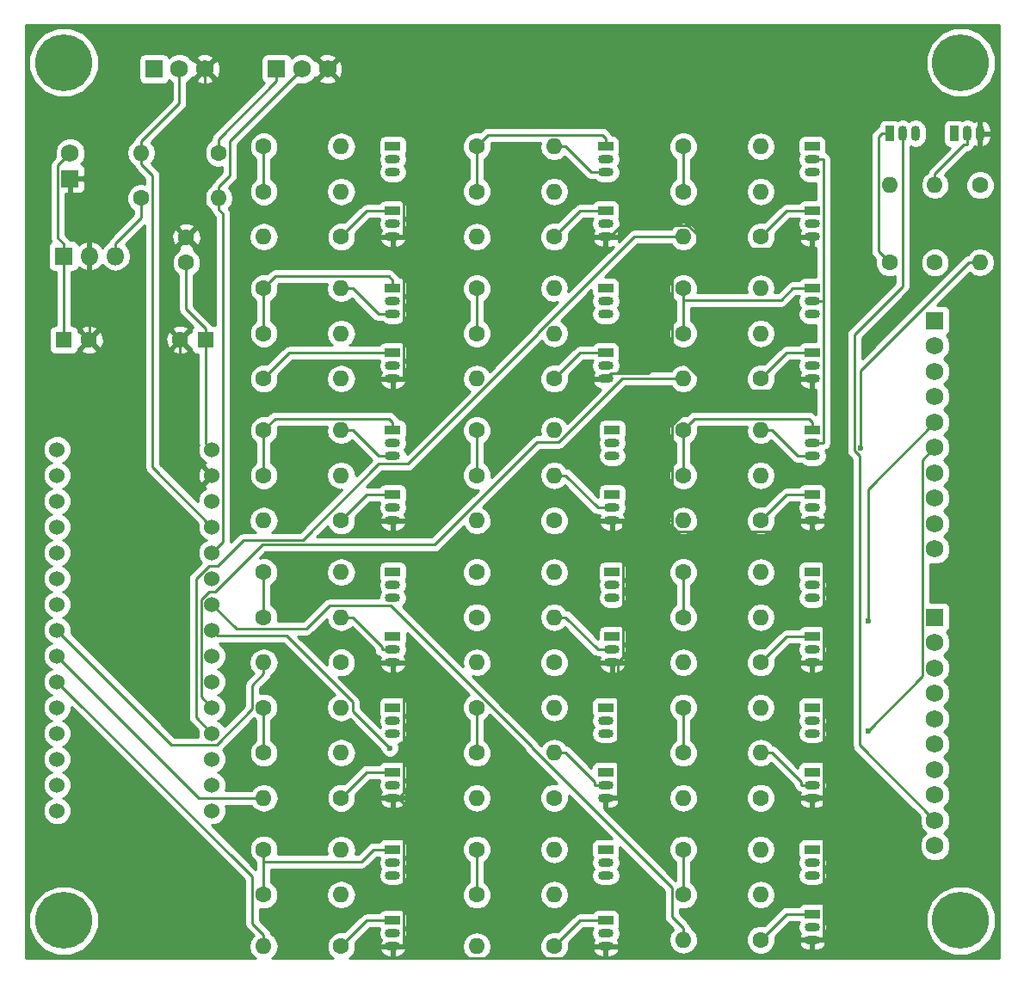
<source format=gbr>
G04 #@! TF.FileFunction,Copper,L2,Bot,Signal*
%FSLAX46Y46*%
G04 Gerber Fmt 4.6, Leading zero omitted, Abs format (unit mm)*
G04 Created by KiCad (PCBNEW 4.0.7-e2-6376~61~ubuntu18.04.1) date Mon Sep  3 13:06:04 2018*
%MOMM*%
%LPD*%
G01*
G04 APERTURE LIST*
%ADD10C,0.100000*%
%ADD11C,5.600000*%
%ADD12O,1.500000X0.900000*%
%ADD13R,1.500000X0.900000*%
%ADD14C,1.600000*%
%ADD15O,1.600000X1.600000*%
%ADD16C,1.524000*%
%ADD17R,1.600000X1.600000*%
%ADD18R,1.750000X1.750000*%
%ADD19C,1.750000*%
%ADD20R,1.800000X1.800000*%
%ADD21O,1.800000X1.800000*%
%ADD22O,0.900000X1.500000*%
%ADD23R,0.900000X1.500000*%
%ADD24C,0.600000*%
%ADD25C,0.250000*%
%ADD26C,0.254000*%
G04 APERTURE END LIST*
D10*
D11*
X203200000Y-68580000D03*
X203200000Y-153035000D03*
X114935000Y-153035000D03*
D12*
X188595000Y-78105000D03*
X188595000Y-79375000D03*
D13*
X188595000Y-76835000D03*
D14*
X142240000Y-85725000D03*
D15*
X134620000Y-85725000D03*
D14*
X134620000Y-76835000D03*
D15*
X142240000Y-76835000D03*
D14*
X134620000Y-95250000D03*
D15*
X142240000Y-95250000D03*
D14*
X134620000Y-90805000D03*
D15*
X142240000Y-90805000D03*
D14*
X134620000Y-109220000D03*
D15*
X142240000Y-109220000D03*
D14*
X134620000Y-104775000D03*
D15*
X142240000Y-104775000D03*
D14*
X134620000Y-123190000D03*
D15*
X142240000Y-123190000D03*
D14*
X134620000Y-118745000D03*
D15*
X142240000Y-118745000D03*
D14*
X163195000Y-99695000D03*
D15*
X155575000Y-99695000D03*
D14*
X155575000Y-95250000D03*
D15*
X163195000Y-95250000D03*
D14*
X155575000Y-90805000D03*
D15*
X163195000Y-90805000D03*
D14*
X163195000Y-113665000D03*
D15*
X155575000Y-113665000D03*
D14*
X155575000Y-109220000D03*
D15*
X163195000Y-109220000D03*
D14*
X155575000Y-104775000D03*
D15*
X163195000Y-104775000D03*
D14*
X163195000Y-127635000D03*
D15*
X155575000Y-127635000D03*
D14*
X155575000Y-123190000D03*
D15*
X163195000Y-123190000D03*
D14*
X155575000Y-118745000D03*
D15*
X163195000Y-118745000D03*
D14*
X163195000Y-140970000D03*
D15*
X155575000Y-140970000D03*
D14*
X155575000Y-132080000D03*
D15*
X163195000Y-132080000D03*
D16*
X114300000Y-121920000D03*
X114300000Y-119380000D03*
X114300000Y-116840000D03*
X114300000Y-114300000D03*
X114300000Y-111760000D03*
X114300000Y-109220000D03*
X114300000Y-106680000D03*
X114300000Y-124460000D03*
X114300000Y-127000000D03*
X114300000Y-129540000D03*
X114300000Y-132080000D03*
X114300000Y-134620000D03*
X114300000Y-137160000D03*
X114300000Y-139700000D03*
X114300000Y-142240000D03*
X129540000Y-142240000D03*
X129540000Y-139700000D03*
X129540000Y-137160000D03*
X129540000Y-134620000D03*
X129540000Y-132080000D03*
X129540000Y-129540000D03*
X129540000Y-127000000D03*
X129540000Y-124460000D03*
X129540000Y-121920000D03*
X129540000Y-119380000D03*
X129540000Y-116840000D03*
X129540000Y-114300000D03*
X129540000Y-111760000D03*
X129540000Y-109220000D03*
X129540000Y-106680000D03*
D14*
X134620000Y-99695000D03*
D15*
X142240000Y-99695000D03*
D14*
X142240000Y-113665000D03*
D15*
X134620000Y-113665000D03*
D14*
X142240000Y-127635000D03*
D15*
X134620000Y-127635000D03*
D14*
X142240000Y-140970000D03*
D15*
X134620000Y-140970000D03*
D14*
X134620000Y-136525000D03*
D15*
X142240000Y-136525000D03*
D14*
X134620000Y-132080000D03*
D15*
X142240000Y-132080000D03*
D14*
X142240000Y-155575000D03*
D15*
X134620000Y-155575000D03*
D14*
X134620000Y-150495000D03*
D15*
X142240000Y-150495000D03*
D14*
X134620000Y-146050000D03*
D15*
X142240000Y-146050000D03*
D14*
X163195000Y-85725000D03*
D15*
X155575000Y-85725000D03*
D14*
X155575000Y-81280000D03*
D15*
X163195000Y-81280000D03*
D14*
X155575000Y-76835000D03*
D15*
X163195000Y-76835000D03*
D14*
X155575000Y-136525000D03*
D15*
X163195000Y-136525000D03*
D14*
X163195000Y-155575000D03*
D15*
X155575000Y-155575000D03*
D14*
X155575000Y-150495000D03*
D15*
X163195000Y-150495000D03*
D14*
X155575000Y-146050000D03*
D15*
X163195000Y-146050000D03*
D14*
X183515000Y-85725000D03*
D15*
X175895000Y-85725000D03*
D14*
X175895000Y-81280000D03*
D15*
X183515000Y-81280000D03*
D14*
X175895000Y-76835000D03*
D15*
X183515000Y-76835000D03*
D17*
X114935000Y-95885000D03*
D14*
X117435000Y-95885000D03*
D17*
X128905000Y-95885000D03*
D14*
X126405000Y-95885000D03*
X127000000Y-88265000D03*
X127000000Y-85765000D03*
D18*
X115570000Y-80010000D03*
D19*
X115570000Y-77510000D03*
D20*
X114935000Y-87630000D03*
D21*
X117475000Y-87630000D03*
X120015000Y-87630000D03*
D18*
X123825000Y-69215000D03*
D19*
X126325000Y-69215000D03*
X128825000Y-69215000D03*
D18*
X135890000Y-69215000D03*
D19*
X138390000Y-69215000D03*
X140890000Y-69215000D03*
D14*
X130175000Y-77470000D03*
D15*
X122555000Y-77470000D03*
D14*
X122555000Y-81915000D03*
D15*
X130175000Y-81915000D03*
D18*
X200660000Y-93980000D03*
D19*
X200660000Y-96480000D03*
X200660000Y-98980000D03*
X200660000Y-101480000D03*
X200660000Y-103980000D03*
X200660000Y-106480000D03*
X200660000Y-108980000D03*
X200660000Y-111480000D03*
X200660000Y-113980000D03*
X200660000Y-116480000D03*
D18*
X200660000Y-123190000D03*
D19*
X200660000Y-125690000D03*
X200660000Y-128190000D03*
X200660000Y-130690000D03*
X200660000Y-133190000D03*
X200660000Y-135690000D03*
X200660000Y-138190000D03*
X200660000Y-140690000D03*
X200660000Y-143190000D03*
X200660000Y-145690000D03*
D14*
X183515000Y-99695000D03*
D15*
X175895000Y-99695000D03*
D14*
X175895000Y-95250000D03*
D15*
X183515000Y-95250000D03*
D14*
X175895000Y-90805000D03*
D15*
X183515000Y-90805000D03*
D14*
X183515000Y-113665000D03*
D15*
X175895000Y-113665000D03*
D14*
X175895000Y-109220000D03*
D15*
X183515000Y-109220000D03*
D14*
X175895000Y-104775000D03*
D15*
X183515000Y-104775000D03*
D14*
X183515000Y-127635000D03*
D15*
X175895000Y-127635000D03*
D14*
X175895000Y-123190000D03*
D15*
X183515000Y-123190000D03*
D14*
X175895000Y-118745000D03*
D15*
X183515000Y-118745000D03*
D14*
X183515000Y-140970000D03*
D15*
X175895000Y-140970000D03*
D14*
X175895000Y-136525000D03*
D15*
X183515000Y-136525000D03*
D14*
X175895000Y-132080000D03*
D15*
X183515000Y-132080000D03*
D14*
X183515000Y-154940000D03*
D15*
X175895000Y-154940000D03*
D14*
X175895000Y-150495000D03*
D15*
X183515000Y-150495000D03*
D14*
X175895000Y-146050000D03*
D15*
X183515000Y-146050000D03*
D14*
X205105000Y-80645000D03*
D15*
X205105000Y-88265000D03*
D14*
X200660000Y-88265000D03*
D15*
X200660000Y-80645000D03*
D14*
X196215000Y-88265000D03*
D15*
X196215000Y-80645000D03*
D12*
X147320000Y-98425000D03*
X147320000Y-99695000D03*
D13*
X147320000Y-97155000D03*
D12*
X147320000Y-112395000D03*
X147320000Y-113665000D03*
D13*
X147320000Y-111125000D03*
D12*
X147320000Y-106045000D03*
X147320000Y-107315000D03*
D13*
X147320000Y-104775000D03*
D12*
X147320000Y-126365000D03*
X147320000Y-127635000D03*
D13*
X147320000Y-125095000D03*
D12*
X147320000Y-120015000D03*
X147320000Y-121285000D03*
D13*
X147320000Y-118745000D03*
D12*
X147320000Y-139700000D03*
X147320000Y-140970000D03*
D13*
X147320000Y-138430000D03*
D12*
X147320000Y-133350000D03*
X147320000Y-134620000D03*
D13*
X147320000Y-132080000D03*
D12*
X147320000Y-154305000D03*
X147320000Y-155575000D03*
D13*
X147320000Y-153035000D03*
D12*
X147320000Y-147320000D03*
X147320000Y-148590000D03*
D13*
X147320000Y-146050000D03*
D12*
X168275000Y-84455000D03*
X168275000Y-85725000D03*
D13*
X168275000Y-83185000D03*
D12*
X168275000Y-78105000D03*
X168275000Y-79375000D03*
D13*
X168275000Y-76835000D03*
D12*
X168275000Y-98425000D03*
X168275000Y-99695000D03*
D13*
X168275000Y-97155000D03*
D12*
X168275000Y-92075000D03*
X168275000Y-93345000D03*
D13*
X168275000Y-90805000D03*
D12*
X168910000Y-112395000D03*
X168910000Y-113665000D03*
D13*
X168910000Y-111125000D03*
D12*
X168910000Y-106045000D03*
X168910000Y-107315000D03*
D13*
X168910000Y-104775000D03*
D12*
X168910000Y-126365000D03*
X168910000Y-127635000D03*
D13*
X168910000Y-125095000D03*
D12*
X168910000Y-120015000D03*
X168910000Y-121285000D03*
D13*
X168910000Y-118745000D03*
D12*
X168275000Y-139700000D03*
X168275000Y-140970000D03*
D13*
X168275000Y-138430000D03*
D12*
X168275000Y-133350000D03*
X168275000Y-134620000D03*
D13*
X168275000Y-132080000D03*
D12*
X168275000Y-154305000D03*
X168275000Y-155575000D03*
D13*
X168275000Y-153035000D03*
D12*
X168275000Y-147320000D03*
X168275000Y-148590000D03*
D13*
X168275000Y-146050000D03*
D12*
X188595000Y-84455000D03*
X188595000Y-85725000D03*
D13*
X188595000Y-83185000D03*
D12*
X188595000Y-98425000D03*
X188595000Y-99695000D03*
D13*
X188595000Y-97155000D03*
D12*
X188595000Y-92075000D03*
X188595000Y-93345000D03*
D13*
X188595000Y-90805000D03*
D12*
X188595000Y-112395000D03*
X188595000Y-113665000D03*
D13*
X188595000Y-111125000D03*
D12*
X188595000Y-106045000D03*
X188595000Y-107315000D03*
D13*
X188595000Y-104775000D03*
D12*
X188595000Y-126365000D03*
X188595000Y-127635000D03*
D13*
X188595000Y-125095000D03*
D12*
X188595000Y-120015000D03*
X188595000Y-121285000D03*
D13*
X188595000Y-118745000D03*
D12*
X188595000Y-139700000D03*
X188595000Y-140970000D03*
D13*
X188595000Y-138430000D03*
D12*
X188595000Y-133350000D03*
X188595000Y-134620000D03*
D13*
X188595000Y-132080000D03*
D12*
X188595000Y-153670000D03*
X188595000Y-154940000D03*
D13*
X188595000Y-152400000D03*
D12*
X188595000Y-147320000D03*
X188595000Y-148590000D03*
D13*
X188595000Y-146050000D03*
D22*
X203835000Y-75565000D03*
X205105000Y-75565000D03*
D23*
X202565000Y-75565000D03*
D22*
X197485000Y-75565000D03*
X198755000Y-75565000D03*
D23*
X196215000Y-75565000D03*
D12*
X147320000Y-92075000D03*
X147320000Y-93345000D03*
D13*
X147320000Y-90805000D03*
D12*
X147320000Y-84455000D03*
X147320000Y-85725000D03*
D13*
X147320000Y-83185000D03*
D12*
X147320000Y-78105000D03*
X147320000Y-79375000D03*
D13*
X147320000Y-76835000D03*
D14*
X134620000Y-81280000D03*
D15*
X142240000Y-81280000D03*
D11*
X114935000Y-68580000D03*
D24*
X194068100Y-123578100D03*
X194094200Y-134370300D03*
X147038300Y-136093400D03*
X193337600Y-106506500D03*
D25*
X114935000Y-87630000D02*
X114935000Y-95885000D01*
X114369600Y-85839300D02*
X114935000Y-86404700D01*
X114369600Y-78710400D02*
X114369600Y-85839300D01*
X115570000Y-77510000D02*
X114369600Y-78710400D01*
X114935000Y-87630000D02*
X114935000Y-86404700D01*
X115570000Y-80010000D02*
X115570000Y-81210300D01*
X126405000Y-106085000D02*
X129540000Y-109220000D01*
X126405000Y-95885000D02*
X126405000Y-106085000D01*
X147320000Y-85725000D02*
X147320000Y-86500300D01*
X147320000Y-99695000D02*
X148395300Y-99695000D01*
X147320000Y-155575000D02*
X148395300Y-155575000D01*
X117475000Y-83115300D02*
X117475000Y-87630000D01*
X115570000Y-81210300D02*
X117475000Y-83115300D01*
X117475000Y-95845000D02*
X117435000Y-95885000D01*
X117475000Y-87630000D02*
X117475000Y-95845000D01*
X148395300Y-82321000D02*
X148395300Y-85725000D01*
X145685600Y-79611300D02*
X148395300Y-82321000D01*
X145685600Y-74010600D02*
X145685600Y-79611300D01*
X140890000Y-69215000D02*
X145685600Y-74010600D01*
X147320000Y-85725000D02*
X148395300Y-85725000D01*
X168275000Y-155575000D02*
X168275000Y-156350300D01*
X147320000Y-86500300D02*
X148395300Y-87575600D01*
X148395300Y-87575600D02*
X148395300Y-99695000D01*
X188595000Y-140970000D02*
X189670300Y-140970000D01*
X188595000Y-154940000D02*
X189670300Y-154940000D01*
X188595000Y-113665000D02*
X188595000Y-114440300D01*
X189670300Y-115515600D02*
X188595000Y-114440300D01*
X189670300Y-127635000D02*
X189670300Y-115515600D01*
X188595000Y-127635000D02*
X189670300Y-127635000D01*
X189670300Y-154940000D02*
X189670300Y-140970000D01*
X189670300Y-140970000D02*
X189670300Y-127635000D01*
X188595000Y-99695000D02*
X188595000Y-100470300D01*
X168910000Y-127635000D02*
X169447700Y-127635000D01*
X168275000Y-140970000D02*
X169350300Y-140970000D01*
X168910000Y-113665000D02*
X169985300Y-113665000D01*
X174769100Y-113665000D02*
X169985300Y-113665000D01*
X174769100Y-114216500D02*
X174769100Y-113665000D01*
X175346900Y-114794300D02*
X174769100Y-114216500D01*
X188241000Y-114794300D02*
X175346900Y-114794300D01*
X188595000Y-114440300D02*
X188241000Y-114794300D01*
X169447700Y-140872600D02*
X169447700Y-127635000D01*
X169350300Y-140970000D02*
X169447700Y-140872600D01*
X169985300Y-127097400D02*
X169985300Y-113665000D01*
X169447700Y-127635000D02*
X169985300Y-127097400D01*
X147320000Y-140970000D02*
X147857700Y-140970000D01*
X167920200Y-156705100D02*
X168275000Y-156350300D01*
X149525400Y-156705100D02*
X167920200Y-156705100D01*
X148395300Y-155575000D02*
X149525400Y-156705100D01*
X148395300Y-141507600D02*
X148395300Y-155575000D01*
X147857700Y-140970000D02*
X148395300Y-141507600D01*
X147320000Y-127635000D02*
X147320000Y-128410300D01*
X148409200Y-129499500D02*
X147320000Y-128410300D01*
X148409200Y-140418500D02*
X148409200Y-129499500D01*
X147857700Y-140970000D02*
X148409200Y-140418500D01*
X167199700Y-87575600D02*
X148395300Y-87575600D01*
X168275000Y-86500300D02*
X167199700Y-87575600D01*
X188595000Y-85725000D02*
X188595000Y-86500300D01*
X168275000Y-85725000D02*
X168275000Y-86112600D01*
X168275000Y-86112600D02*
X168275000Y-86500300D01*
X128825000Y-83940000D02*
X127000000Y-85765000D01*
X128825000Y-69215000D02*
X128825000Y-83940000D01*
X174769100Y-104249000D02*
X178441000Y-100577100D01*
X174769100Y-113665000D02*
X174769100Y-104249000D01*
X188221800Y-100843500D02*
X188595000Y-100470300D01*
X178707400Y-100843500D02*
X188221800Y-100843500D01*
X178441000Y-100577100D02*
X178707400Y-100843500D01*
X177227600Y-85450900D02*
X177227600Y-86892500D01*
X176346300Y-84569600D02*
X177227600Y-85450900D01*
X169818000Y-84569600D02*
X176346300Y-84569600D01*
X168275000Y-86112600D02*
X169818000Y-84569600D01*
X188202800Y-86892500D02*
X188595000Y-86500300D01*
X177227600Y-86892500D02*
X188202800Y-86892500D01*
X168769600Y-99200400D02*
X168275000Y-99695000D01*
X172464300Y-99200400D02*
X168769600Y-99200400D01*
X174764300Y-96900400D02*
X172464300Y-99200400D01*
X174764300Y-89355800D02*
X174764300Y-96900400D01*
X177227600Y-86892500D02*
X174764300Y-89355800D01*
X174764300Y-96900400D02*
X178441000Y-100577100D01*
X130175000Y-76130300D02*
X130175000Y-77470000D01*
X135890000Y-70415300D02*
X130175000Y-76130300D01*
X135890000Y-69215000D02*
X135890000Y-70415300D01*
X122555000Y-83864700D02*
X122555000Y-81915000D01*
X120015000Y-86404700D02*
X122555000Y-83864700D01*
X120015000Y-87630000D02*
X120015000Y-86404700D01*
X127000000Y-92854700D02*
X127000000Y-88265000D01*
X128905000Y-94759700D02*
X127000000Y-92854700D01*
X128905000Y-95885000D02*
X128905000Y-94759700D01*
X128905000Y-106045000D02*
X128905000Y-95885000D01*
X129540000Y-106680000D02*
X128905000Y-106045000D01*
X194068100Y-110571900D02*
X194068100Y-123578100D01*
X200660000Y-103980000D02*
X194068100Y-110571900D01*
X199451000Y-129013500D02*
X194094200Y-134370300D01*
X199451000Y-107689000D02*
X199451000Y-129013500D01*
X200660000Y-106480000D02*
X199451000Y-107689000D01*
X189670300Y-106045000D02*
X189670300Y-92075000D01*
X188595000Y-106045000D02*
X189670300Y-106045000D01*
X188595000Y-92075000D02*
X189557700Y-92075000D01*
X189557700Y-92075000D02*
X189670300Y-92075000D01*
X189670300Y-92075000D02*
X189670300Y-78105000D01*
X188595000Y-78105000D02*
X189670300Y-78105000D01*
X144780000Y-83185000D02*
X147320000Y-83185000D01*
X142240000Y-85725000D02*
X144780000Y-83185000D01*
X134620000Y-81280000D02*
X134620000Y-76835000D01*
X133494700Y-129885600D02*
X134620000Y-128760300D01*
X133494700Y-132230200D02*
X133494700Y-129885600D01*
X130013100Y-135711800D02*
X133494700Y-132230200D01*
X125551800Y-135711800D02*
X130013100Y-135711800D01*
X114300000Y-124460000D02*
X125551800Y-135711800D01*
X134620000Y-127635000D02*
X134620000Y-128760300D01*
X128270000Y-140970000D02*
X134620000Y-140970000D01*
X114300000Y-127000000D02*
X128270000Y-140970000D01*
X133494700Y-153324400D02*
X134620000Y-154449700D01*
X133494700Y-148734700D02*
X133494700Y-153324400D01*
X114300000Y-129540000D02*
X133494700Y-148734700D01*
X134620000Y-155575000D02*
X134620000Y-154449700D01*
X171073500Y-85725000D02*
X175895000Y-85725000D01*
X161631300Y-95167200D02*
X171073500Y-85725000D01*
X161631300Y-95258200D02*
X161631300Y-95167200D01*
X148794900Y-108094600D02*
X161631300Y-95258200D01*
X145945400Y-108094600D02*
X148794900Y-108094600D01*
X138446500Y-115593500D02*
X145945400Y-108094600D01*
X132619200Y-115593500D02*
X138446500Y-115593500D01*
X130102700Y-118110000D02*
X132619200Y-115593500D01*
X129267700Y-118110000D02*
X130102700Y-118110000D01*
X127949500Y-119428200D02*
X129267700Y-118110000D01*
X127949500Y-133029500D02*
X127949500Y-119428200D01*
X129540000Y-134620000D02*
X127949500Y-133029500D01*
X137160000Y-97155000D02*
X147320000Y-97155000D01*
X134620000Y-99695000D02*
X137160000Y-97155000D01*
X147320000Y-90805000D02*
X147320000Y-90029700D01*
X134620000Y-90805000D02*
X134620000Y-95250000D01*
X146922400Y-89632100D02*
X147320000Y-90029700D01*
X135792900Y-89632100D02*
X146922400Y-89632100D01*
X134620000Y-90805000D02*
X135792900Y-89632100D01*
X145905300Y-93345000D02*
X147320000Y-93345000D01*
X143365300Y-90805000D02*
X145905300Y-93345000D01*
X142240000Y-90805000D02*
X143365300Y-90805000D01*
X144780000Y-111125000D02*
X147320000Y-111125000D01*
X142240000Y-113665000D02*
X144780000Y-111125000D01*
X147320000Y-104775000D02*
X147320000Y-103999700D01*
X134620000Y-104775000D02*
X134620000Y-109220000D01*
X146946700Y-103626400D02*
X147320000Y-103999700D01*
X135768600Y-103626400D02*
X146946700Y-103626400D01*
X134620000Y-104775000D02*
X135768600Y-103626400D01*
X145905300Y-107315000D02*
X147320000Y-107315000D01*
X143365300Y-104775000D02*
X145905300Y-107315000D01*
X142240000Y-104775000D02*
X143365300Y-104775000D01*
X134620000Y-118745000D02*
X134620000Y-123190000D01*
X146244700Y-126069400D02*
X146244700Y-126365000D01*
X143365300Y-123190000D02*
X146244700Y-126069400D01*
X142240000Y-123190000D02*
X143365300Y-123190000D01*
X147320000Y-126365000D02*
X146244700Y-126365000D01*
X144780000Y-138430000D02*
X147320000Y-138430000D01*
X142240000Y-140970000D02*
X144780000Y-138430000D01*
X134620000Y-132080000D02*
X134620000Y-136525000D01*
X144780000Y-153035000D02*
X147320000Y-153035000D01*
X142240000Y-155575000D02*
X144780000Y-153035000D01*
X145417300Y-146050000D02*
X147320000Y-146050000D01*
X144236600Y-147230700D02*
X145417300Y-146050000D01*
X134620000Y-147230700D02*
X144236600Y-147230700D01*
X134620000Y-146050000D02*
X134620000Y-147230700D01*
X134620000Y-147230700D02*
X134620000Y-150495000D01*
X165735000Y-83185000D02*
X168275000Y-83185000D01*
X163195000Y-85725000D02*
X165735000Y-83185000D01*
X168275000Y-76835000D02*
X168275000Y-76059700D01*
X156708300Y-75701700D02*
X155575000Y-76835000D01*
X167917000Y-75701700D02*
X156708300Y-75701700D01*
X168275000Y-76059700D02*
X167917000Y-75701700D01*
X155575000Y-76835000D02*
X155575000Y-81280000D01*
X166860300Y-79375000D02*
X168275000Y-79375000D01*
X164320300Y-76835000D02*
X166860300Y-79375000D01*
X163195000Y-76835000D02*
X164320300Y-76835000D01*
X165735000Y-97155000D02*
X168275000Y-97155000D01*
X163195000Y-99695000D02*
X165735000Y-97155000D01*
X155575000Y-90805000D02*
X155575000Y-95250000D01*
X155575000Y-104775000D02*
X155575000Y-109220000D01*
X167495300Y-112395000D02*
X168910000Y-112395000D01*
X164320300Y-109220000D02*
X167495300Y-112395000D01*
X163195000Y-109220000D02*
X164320300Y-109220000D01*
X167495300Y-126365000D02*
X168910000Y-126365000D01*
X164320300Y-123190000D02*
X167495300Y-126365000D01*
X163195000Y-123190000D02*
X164320300Y-123190000D01*
X155575000Y-136525000D02*
X155575000Y-132080000D01*
X167199700Y-139404400D02*
X167199700Y-139700000D01*
X164320300Y-136525000D02*
X167199700Y-139404400D01*
X163195000Y-136525000D02*
X164320300Y-136525000D01*
X168275000Y-139700000D02*
X167199700Y-139700000D01*
X165735000Y-153035000D02*
X168275000Y-153035000D01*
X163195000Y-155575000D02*
X165735000Y-153035000D01*
X155575000Y-146050000D02*
X155575000Y-150495000D01*
X186055000Y-83185000D02*
X188595000Y-83185000D01*
X183515000Y-85725000D02*
X186055000Y-83185000D01*
X175895000Y-76835000D02*
X175895000Y-81280000D01*
X123680300Y-79720600D02*
X122555000Y-78595300D01*
X123680300Y-108440300D02*
X123680300Y-79720600D01*
X129540000Y-114300000D02*
X123680300Y-108440300D01*
X122555000Y-77470000D02*
X122555000Y-78595300D01*
X126325000Y-72574700D02*
X122555000Y-76344700D01*
X126325000Y-69215000D02*
X126325000Y-72574700D01*
X122555000Y-77470000D02*
X122555000Y-76344700D01*
X130175000Y-81915000D02*
X130175000Y-83040300D01*
X130641000Y-115739000D02*
X129540000Y-116840000D01*
X130641000Y-83506300D02*
X130641000Y-115739000D01*
X130175000Y-83040300D02*
X130641000Y-83506300D01*
X131300300Y-79664400D02*
X130175000Y-80789700D01*
X131300300Y-76304700D02*
X131300300Y-79664400D01*
X138390000Y-69215000D02*
X131300300Y-76304700D01*
X130175000Y-81915000D02*
X130175000Y-80789700D01*
X186055000Y-97155000D02*
X188595000Y-97155000D01*
X183515000Y-99695000D02*
X186055000Y-97155000D01*
X169915500Y-99695000D02*
X175895000Y-99695000D01*
X163659600Y-105950900D02*
X169915500Y-99695000D01*
X161528700Y-105950900D02*
X163659600Y-105950900D01*
X151435700Y-116043900D02*
X161528700Y-105950900D01*
X134465500Y-116043900D02*
X151435700Y-116043900D01*
X129859400Y-120650000D02*
X134465500Y-116043900D01*
X129260100Y-120650000D02*
X129859400Y-120650000D01*
X128443800Y-121466300D02*
X129260100Y-120650000D01*
X128443800Y-130983800D02*
X128443800Y-121466300D01*
X129540000Y-132080000D02*
X128443800Y-130983800D01*
X186692300Y-90805000D02*
X188595000Y-90805000D01*
X185530800Y-91966500D02*
X186692300Y-90805000D01*
X175895000Y-91966500D02*
X185530800Y-91966500D01*
X175895000Y-90805000D02*
X175895000Y-91966500D01*
X175895000Y-91966500D02*
X175895000Y-95250000D01*
X186055000Y-111125000D02*
X188595000Y-111125000D01*
X183515000Y-113665000D02*
X186055000Y-111125000D01*
X188595000Y-104775000D02*
X188595000Y-103999700D01*
X175895000Y-104775000D02*
X175895000Y-109220000D01*
X188226200Y-103630900D02*
X188595000Y-103999700D01*
X177039100Y-103630900D02*
X188226200Y-103630900D01*
X175895000Y-104775000D02*
X177039100Y-103630900D01*
X187180300Y-107315000D02*
X188595000Y-107315000D01*
X184640300Y-104775000D02*
X187180300Y-107315000D01*
X183515000Y-104775000D02*
X184640300Y-104775000D01*
X186055000Y-125095000D02*
X188595000Y-125095000D01*
X183515000Y-127635000D02*
X186055000Y-125095000D01*
X175895000Y-118745000D02*
X175895000Y-123190000D01*
X143365400Y-132420500D02*
X147038300Y-136093400D01*
X143365400Y-131529900D02*
X143365400Y-132420500D01*
X136845500Y-125010000D02*
X143365400Y-131529900D01*
X130090000Y-125010000D02*
X136845500Y-125010000D01*
X129540000Y-124460000D02*
X130090000Y-125010000D01*
X175895000Y-132080000D02*
X175895000Y-136525000D01*
X187519700Y-139404400D02*
X187519700Y-139700000D01*
X184640300Y-136525000D02*
X187519700Y-139404400D01*
X183515000Y-136525000D02*
X184640300Y-136525000D01*
X188595000Y-139700000D02*
X187519700Y-139700000D01*
X186055000Y-152400000D02*
X188595000Y-152400000D01*
X183515000Y-154940000D02*
X186055000Y-152400000D01*
X174769700Y-152689400D02*
X175895000Y-153814700D01*
X174769700Y-149807900D02*
X174769700Y-152689400D01*
X160990900Y-136029100D02*
X174769700Y-149807900D01*
X160990900Y-135904300D02*
X160990900Y-136029100D01*
X147149200Y-122062600D02*
X160990900Y-135904300D01*
X141064200Y-122062600D02*
X147149200Y-122062600D01*
X138810700Y-124316100D02*
X141064200Y-122062600D01*
X131936100Y-124316100D02*
X138810700Y-124316100D01*
X129540000Y-121920000D02*
X131936100Y-124316100D01*
X175895000Y-154940000D02*
X175895000Y-153814700D01*
X175895000Y-146050000D02*
X175895000Y-150495000D01*
X205105000Y-88265000D02*
X203979700Y-88265000D01*
X193337600Y-98907100D02*
X193337600Y-106506500D01*
X203979700Y-88265000D02*
X193337600Y-98907100D01*
X195087600Y-75917100D02*
X195439700Y-75565000D01*
X195087600Y-87137600D02*
X195087600Y-75917100D01*
X196215000Y-88265000D02*
X195087600Y-87137600D01*
X196215000Y-75565000D02*
X195439700Y-75565000D01*
X203539400Y-76640300D02*
X203835000Y-76640300D01*
X200660000Y-79519700D02*
X203539400Y-76640300D01*
X200660000Y-80645000D02*
X200660000Y-79519700D01*
X203835000Y-75565000D02*
X203835000Y-76640300D01*
X193241500Y-135771500D02*
X200660000Y-143190000D01*
X193241500Y-107294600D02*
X193241500Y-135771500D01*
X193241400Y-107294600D02*
X193241500Y-107294600D01*
X192712300Y-106765500D02*
X193241400Y-107294600D01*
X192712300Y-95398900D02*
X192712300Y-106765500D01*
X197485000Y-90626200D02*
X192712300Y-95398900D01*
X197485000Y-75565000D02*
X197485000Y-90626200D01*
D26*
G36*
X206935000Y-156770000D02*
X164029082Y-156770000D01*
X164410824Y-156388923D01*
X164626714Y-155869001D01*
X166930592Y-155869001D01*
X167117987Y-156252408D01*
X167442456Y-156528808D01*
X167848000Y-156660000D01*
X168148000Y-156660000D01*
X168148000Y-155702000D01*
X168402000Y-155702000D01*
X168402000Y-156660000D01*
X168702000Y-156660000D01*
X169107544Y-156528808D01*
X169432013Y-156252408D01*
X169619408Y-155869001D01*
X169492502Y-155702000D01*
X168402000Y-155702000D01*
X168148000Y-155702000D01*
X167057498Y-155702000D01*
X166930592Y-155869001D01*
X164626714Y-155869001D01*
X164629750Y-155861691D01*
X164630248Y-155290813D01*
X164607951Y-155236851D01*
X166049802Y-153795000D01*
X166969895Y-153795000D01*
X166988978Y-153824655D01*
X166945457Y-153889788D01*
X166862866Y-154305000D01*
X166945457Y-154720212D01*
X167095170Y-154944274D01*
X166930592Y-155280999D01*
X167057498Y-155448000D01*
X168148000Y-155448000D01*
X168148000Y-155428000D01*
X168402000Y-155428000D01*
X168402000Y-155448000D01*
X169492502Y-155448000D01*
X169619408Y-155280999D01*
X169454830Y-154944274D01*
X169604543Y-154720212D01*
X169687134Y-154305000D01*
X169604543Y-153889788D01*
X169561241Y-153824981D01*
X169621431Y-153736890D01*
X169672440Y-153485000D01*
X169672440Y-152585000D01*
X169628162Y-152349683D01*
X169489090Y-152133559D01*
X169276890Y-151988569D01*
X169025000Y-151937560D01*
X167525000Y-151937560D01*
X167289683Y-151981838D01*
X167073559Y-152120910D01*
X166968274Y-152275000D01*
X165735000Y-152275000D01*
X165492414Y-152323254D01*
X165444160Y-152332852D01*
X165197599Y-152497599D01*
X163533454Y-154161744D01*
X163481691Y-154140250D01*
X162910813Y-154139752D01*
X162383200Y-154357757D01*
X161979176Y-154761077D01*
X161760250Y-155288309D01*
X161759752Y-155859187D01*
X161977757Y-156386800D01*
X162360289Y-156770000D01*
X156347970Y-156770000D01*
X156617811Y-156589698D01*
X156928880Y-156124151D01*
X157038113Y-155575000D01*
X156928880Y-155025849D01*
X156617811Y-154560302D01*
X156152264Y-154249233D01*
X155603113Y-154140000D01*
X155546887Y-154140000D01*
X154997736Y-154249233D01*
X154532189Y-154560302D01*
X154221120Y-155025849D01*
X154111887Y-155575000D01*
X154221120Y-156124151D01*
X154532189Y-156589698D01*
X154802030Y-156770000D01*
X143074082Y-156770000D01*
X143455824Y-156388923D01*
X143671714Y-155869001D01*
X145975592Y-155869001D01*
X146162987Y-156252408D01*
X146487456Y-156528808D01*
X146893000Y-156660000D01*
X147193000Y-156660000D01*
X147193000Y-155702000D01*
X147447000Y-155702000D01*
X147447000Y-156660000D01*
X147747000Y-156660000D01*
X148152544Y-156528808D01*
X148477013Y-156252408D01*
X148664408Y-155869001D01*
X148537502Y-155702000D01*
X147447000Y-155702000D01*
X147193000Y-155702000D01*
X146102498Y-155702000D01*
X145975592Y-155869001D01*
X143671714Y-155869001D01*
X143674750Y-155861691D01*
X143675248Y-155290813D01*
X143652951Y-155236851D01*
X145094802Y-153795000D01*
X146014895Y-153795000D01*
X146033978Y-153824655D01*
X145990457Y-153889788D01*
X145907866Y-154305000D01*
X145990457Y-154720212D01*
X146140170Y-154944274D01*
X145975592Y-155280999D01*
X146102498Y-155448000D01*
X147193000Y-155448000D01*
X147193000Y-155428000D01*
X147447000Y-155428000D01*
X147447000Y-155448000D01*
X148537502Y-155448000D01*
X148664408Y-155280999D01*
X148499830Y-154944274D01*
X148649543Y-154720212D01*
X148732134Y-154305000D01*
X148649543Y-153889788D01*
X148606241Y-153824981D01*
X148666431Y-153736890D01*
X148717440Y-153485000D01*
X148717440Y-152585000D01*
X148673162Y-152349683D01*
X148534090Y-152133559D01*
X148321890Y-151988569D01*
X148070000Y-151937560D01*
X146570000Y-151937560D01*
X146334683Y-151981838D01*
X146118559Y-152120910D01*
X146013274Y-152275000D01*
X144780000Y-152275000D01*
X144537414Y-152323254D01*
X144489160Y-152332852D01*
X144242599Y-152497599D01*
X142578454Y-154161744D01*
X142526691Y-154140250D01*
X141955813Y-154139752D01*
X141428200Y-154357757D01*
X141024176Y-154761077D01*
X140805250Y-155288309D01*
X140804752Y-155859187D01*
X141022757Y-156386800D01*
X141405289Y-156770000D01*
X135392970Y-156770000D01*
X135662811Y-156589698D01*
X135973880Y-156124151D01*
X136083113Y-155575000D01*
X135973880Y-155025849D01*
X135662811Y-154560302D01*
X135362022Y-154359321D01*
X135322148Y-154158861D01*
X135157401Y-153912299D01*
X134254700Y-153009598D01*
X134254700Y-151897109D01*
X134333309Y-151929750D01*
X134904187Y-151930248D01*
X135431800Y-151712243D01*
X135835824Y-151308923D01*
X136054750Y-150781691D01*
X136055000Y-150495000D01*
X140776887Y-150495000D01*
X140886120Y-151044151D01*
X141197189Y-151509698D01*
X141662736Y-151820767D01*
X142211887Y-151930000D01*
X142268113Y-151930000D01*
X142817264Y-151820767D01*
X143282811Y-151509698D01*
X143593880Y-151044151D01*
X143703113Y-150495000D01*
X143593880Y-149945849D01*
X143282811Y-149480302D01*
X142817264Y-149169233D01*
X142268113Y-149060000D01*
X142211887Y-149060000D01*
X141662736Y-149169233D01*
X141197189Y-149480302D01*
X140886120Y-149945849D01*
X140776887Y-150495000D01*
X136055000Y-150495000D01*
X136055248Y-150210813D01*
X135837243Y-149683200D01*
X135433923Y-149279176D01*
X135380000Y-149256785D01*
X135380000Y-147990700D01*
X144236600Y-147990700D01*
X144527439Y-147932848D01*
X144774001Y-147768101D01*
X145732102Y-146810000D01*
X146014895Y-146810000D01*
X146033978Y-146839655D01*
X145990457Y-146904788D01*
X145907866Y-147320000D01*
X145990457Y-147735212D01*
X146137315Y-147955000D01*
X145990457Y-148174788D01*
X145907866Y-148590000D01*
X145990457Y-149005212D01*
X146225655Y-149357211D01*
X146577654Y-149592409D01*
X146992866Y-149675000D01*
X147647134Y-149675000D01*
X148062346Y-149592409D01*
X148414345Y-149357211D01*
X148649543Y-149005212D01*
X148732134Y-148590000D01*
X148649543Y-148174788D01*
X148502685Y-147955000D01*
X148649543Y-147735212D01*
X148732134Y-147320000D01*
X148649543Y-146904788D01*
X148606241Y-146839981D01*
X148666431Y-146751890D01*
X148717440Y-146500000D01*
X148717440Y-146334187D01*
X154139752Y-146334187D01*
X154357757Y-146861800D01*
X154761077Y-147265824D01*
X154815000Y-147288215D01*
X154815000Y-149256354D01*
X154763200Y-149277757D01*
X154359176Y-149681077D01*
X154140250Y-150208309D01*
X154139752Y-150779187D01*
X154357757Y-151306800D01*
X154761077Y-151710824D01*
X155288309Y-151929750D01*
X155859187Y-151930248D01*
X156386800Y-151712243D01*
X156790824Y-151308923D01*
X157009750Y-150781691D01*
X157010000Y-150495000D01*
X161731887Y-150495000D01*
X161841120Y-151044151D01*
X162152189Y-151509698D01*
X162617736Y-151820767D01*
X163166887Y-151930000D01*
X163223113Y-151930000D01*
X163772264Y-151820767D01*
X164237811Y-151509698D01*
X164548880Y-151044151D01*
X164658113Y-150495000D01*
X164548880Y-149945849D01*
X164237811Y-149480302D01*
X163772264Y-149169233D01*
X163223113Y-149060000D01*
X163166887Y-149060000D01*
X162617736Y-149169233D01*
X162152189Y-149480302D01*
X161841120Y-149945849D01*
X161731887Y-150495000D01*
X157010000Y-150495000D01*
X157010248Y-150210813D01*
X156792243Y-149683200D01*
X156388923Y-149279176D01*
X156335000Y-149256785D01*
X156335000Y-147288646D01*
X156386800Y-147267243D01*
X156790824Y-146863923D01*
X157009750Y-146336691D01*
X157010000Y-146050000D01*
X161731887Y-146050000D01*
X161841120Y-146599151D01*
X162152189Y-147064698D01*
X162617736Y-147375767D01*
X163166887Y-147485000D01*
X163223113Y-147485000D01*
X163772264Y-147375767D01*
X164237811Y-147064698D01*
X164548880Y-146599151D01*
X164658113Y-146050000D01*
X164548880Y-145500849D01*
X164237811Y-145035302D01*
X163772264Y-144724233D01*
X163223113Y-144615000D01*
X163166887Y-144615000D01*
X162617736Y-144724233D01*
X162152189Y-145035302D01*
X161841120Y-145500849D01*
X161731887Y-146050000D01*
X157010000Y-146050000D01*
X157010248Y-145765813D01*
X156792243Y-145238200D01*
X156388923Y-144834176D01*
X155861691Y-144615250D01*
X155290813Y-144614752D01*
X154763200Y-144832757D01*
X154359176Y-145236077D01*
X154140250Y-145763309D01*
X154139752Y-146334187D01*
X148717440Y-146334187D01*
X148717440Y-145600000D01*
X148673162Y-145364683D01*
X148534090Y-145148559D01*
X148321890Y-145003569D01*
X148070000Y-144952560D01*
X146570000Y-144952560D01*
X146334683Y-144996838D01*
X146118559Y-145135910D01*
X146013274Y-145290000D01*
X145417300Y-145290000D01*
X145126461Y-145347852D01*
X144879899Y-145512599D01*
X143921798Y-146470700D01*
X143619431Y-146470700D01*
X143703113Y-146050000D01*
X143593880Y-145500849D01*
X143282811Y-145035302D01*
X142817264Y-144724233D01*
X142268113Y-144615000D01*
X142211887Y-144615000D01*
X141662736Y-144724233D01*
X141197189Y-145035302D01*
X140886120Y-145500849D01*
X140776887Y-146050000D01*
X140860569Y-146470700D01*
X135999105Y-146470700D01*
X136054750Y-146336691D01*
X136055248Y-145765813D01*
X135837243Y-145238200D01*
X135433923Y-144834176D01*
X134906691Y-144615250D01*
X134335813Y-144614752D01*
X133808200Y-144832757D01*
X133404176Y-145236077D01*
X133185250Y-145763309D01*
X133184752Y-146334187D01*
X133402757Y-146861800D01*
X133806077Y-147265824D01*
X133860000Y-147288215D01*
X133860000Y-148025198D01*
X129471743Y-143636941D01*
X129816661Y-143637242D01*
X130330303Y-143425010D01*
X130723629Y-143032370D01*
X130936757Y-142519100D01*
X130937242Y-141963339D01*
X130840829Y-141730000D01*
X133407005Y-141730000D01*
X133577189Y-141984698D01*
X134042736Y-142295767D01*
X134591887Y-142405000D01*
X134648113Y-142405000D01*
X135197264Y-142295767D01*
X135662811Y-141984698D01*
X135973880Y-141519151D01*
X136026584Y-141254187D01*
X140804752Y-141254187D01*
X141022757Y-141781800D01*
X141426077Y-142185824D01*
X141953309Y-142404750D01*
X142524187Y-142405248D01*
X143051800Y-142187243D01*
X143455824Y-141783923D01*
X143671714Y-141264001D01*
X145975592Y-141264001D01*
X146162987Y-141647408D01*
X146487456Y-141923808D01*
X146893000Y-142055000D01*
X147193000Y-142055000D01*
X147193000Y-141097000D01*
X147447000Y-141097000D01*
X147447000Y-142055000D01*
X147747000Y-142055000D01*
X148152544Y-141923808D01*
X148477013Y-141647408D01*
X148664408Y-141264001D01*
X148537502Y-141097000D01*
X147447000Y-141097000D01*
X147193000Y-141097000D01*
X146102498Y-141097000D01*
X145975592Y-141264001D01*
X143671714Y-141264001D01*
X143674750Y-141256691D01*
X143675000Y-140970000D01*
X154111887Y-140970000D01*
X154221120Y-141519151D01*
X154532189Y-141984698D01*
X154997736Y-142295767D01*
X155546887Y-142405000D01*
X155603113Y-142405000D01*
X156152264Y-142295767D01*
X156617811Y-141984698D01*
X156928880Y-141519151D01*
X157038113Y-140970000D01*
X156928880Y-140420849D01*
X156617811Y-139955302D01*
X156152264Y-139644233D01*
X155603113Y-139535000D01*
X155546887Y-139535000D01*
X154997736Y-139644233D01*
X154532189Y-139955302D01*
X154221120Y-140420849D01*
X154111887Y-140970000D01*
X143675000Y-140970000D01*
X143675248Y-140685813D01*
X143652951Y-140631851D01*
X145094802Y-139190000D01*
X146014895Y-139190000D01*
X146033978Y-139219655D01*
X145990457Y-139284788D01*
X145907866Y-139700000D01*
X145990457Y-140115212D01*
X146140170Y-140339274D01*
X145975592Y-140675999D01*
X146102498Y-140843000D01*
X147193000Y-140843000D01*
X147193000Y-140823000D01*
X147447000Y-140823000D01*
X147447000Y-140843000D01*
X148537502Y-140843000D01*
X148664408Y-140675999D01*
X148499830Y-140339274D01*
X148649543Y-140115212D01*
X148732134Y-139700000D01*
X148649543Y-139284788D01*
X148606241Y-139219981D01*
X148666431Y-139131890D01*
X148717440Y-138880000D01*
X148717440Y-137980000D01*
X148673162Y-137744683D01*
X148534090Y-137528559D01*
X148321890Y-137383569D01*
X148070000Y-137332560D01*
X146570000Y-137332560D01*
X146334683Y-137376838D01*
X146118559Y-137515910D01*
X146013274Y-137670000D01*
X144780000Y-137670000D01*
X144537414Y-137718254D01*
X144489160Y-137727852D01*
X144242599Y-137892599D01*
X142578454Y-139556744D01*
X142526691Y-139535250D01*
X141955813Y-139534752D01*
X141428200Y-139752757D01*
X141024176Y-140156077D01*
X140805250Y-140683309D01*
X140804752Y-141254187D01*
X136026584Y-141254187D01*
X136083113Y-140970000D01*
X135973880Y-140420849D01*
X135662811Y-139955302D01*
X135197264Y-139644233D01*
X134648113Y-139535000D01*
X134591887Y-139535000D01*
X134042736Y-139644233D01*
X133577189Y-139955302D01*
X133407005Y-140210000D01*
X130840879Y-140210000D01*
X130936757Y-139979100D01*
X130937242Y-139423339D01*
X130725010Y-138909697D01*
X130332370Y-138516371D01*
X130124488Y-138430051D01*
X130330303Y-138345010D01*
X130723629Y-137952370D01*
X130936757Y-137439100D01*
X130937242Y-136883339D01*
X130725010Y-136369697D01*
X130577636Y-136222066D01*
X133655109Y-133144593D01*
X133806077Y-133295824D01*
X133860000Y-133318215D01*
X133860000Y-135286354D01*
X133808200Y-135307757D01*
X133404176Y-135711077D01*
X133185250Y-136238309D01*
X133184752Y-136809187D01*
X133402757Y-137336800D01*
X133806077Y-137740824D01*
X134333309Y-137959750D01*
X134904187Y-137960248D01*
X135431800Y-137742243D01*
X135835824Y-137338923D01*
X136054750Y-136811691D01*
X136055000Y-136525000D01*
X140776887Y-136525000D01*
X140886120Y-137074151D01*
X141197189Y-137539698D01*
X141662736Y-137850767D01*
X142211887Y-137960000D01*
X142268113Y-137960000D01*
X142817264Y-137850767D01*
X143282811Y-137539698D01*
X143593880Y-137074151D01*
X143703113Y-136525000D01*
X143593880Y-135975849D01*
X143282811Y-135510302D01*
X142817264Y-135199233D01*
X142268113Y-135090000D01*
X142211887Y-135090000D01*
X141662736Y-135199233D01*
X141197189Y-135510302D01*
X140886120Y-135975849D01*
X140776887Y-136525000D01*
X136055000Y-136525000D01*
X136055248Y-136240813D01*
X135837243Y-135713200D01*
X135433923Y-135309176D01*
X135380000Y-135286785D01*
X135380000Y-133318646D01*
X135431800Y-133297243D01*
X135835824Y-132893923D01*
X136054750Y-132366691D01*
X136055248Y-131795813D01*
X135837243Y-131268200D01*
X135433923Y-130864176D01*
X134906691Y-130645250D01*
X134335813Y-130644752D01*
X134254700Y-130678267D01*
X134254700Y-130200402D01*
X135157401Y-129297701D01*
X135322148Y-129051139D01*
X135362022Y-128850679D01*
X135662811Y-128649698D01*
X135973880Y-128184151D01*
X136083113Y-127635000D01*
X135973880Y-127085849D01*
X135662811Y-126620302D01*
X135197264Y-126309233D01*
X134648113Y-126200000D01*
X134591887Y-126200000D01*
X134042736Y-126309233D01*
X133577189Y-126620302D01*
X133266120Y-127085849D01*
X133156887Y-127635000D01*
X133266120Y-128184151D01*
X133577189Y-128649698D01*
X133624313Y-128681185D01*
X132957299Y-129348199D01*
X132792552Y-129594761D01*
X132734700Y-129885600D01*
X132734700Y-131915398D01*
X130752901Y-133897197D01*
X130725010Y-133829697D01*
X130332370Y-133436371D01*
X130124488Y-133350051D01*
X130330303Y-133265010D01*
X130723629Y-132872370D01*
X130936757Y-132359100D01*
X130937242Y-131803339D01*
X130725010Y-131289697D01*
X130332370Y-130896371D01*
X130124488Y-130810051D01*
X130330303Y-130725010D01*
X130723629Y-130332370D01*
X130936757Y-129819100D01*
X130937242Y-129263339D01*
X130725010Y-128749697D01*
X130332370Y-128356371D01*
X130124488Y-128270051D01*
X130330303Y-128185010D01*
X130723629Y-127792370D01*
X130936757Y-127279100D01*
X130937242Y-126723339D01*
X130725010Y-126209697D01*
X130332370Y-125816371D01*
X130220696Y-125770000D01*
X136530698Y-125770000D01*
X141574133Y-130813435D01*
X141197189Y-131065302D01*
X140886120Y-131530849D01*
X140776887Y-132080000D01*
X140886120Y-132629151D01*
X141197189Y-133094698D01*
X141662736Y-133405767D01*
X142211887Y-133515000D01*
X142268113Y-133515000D01*
X142817264Y-133405767D01*
X143092175Y-133222077D01*
X146103178Y-136233080D01*
X146103138Y-136278567D01*
X146245183Y-136622343D01*
X146507973Y-136885592D01*
X146851501Y-137028238D01*
X147223467Y-137028562D01*
X147567243Y-136886517D01*
X147830492Y-136623727D01*
X147973138Y-136280199D01*
X147973462Y-135908233D01*
X147871082Y-135660454D01*
X148062346Y-135622409D01*
X148414345Y-135387211D01*
X148649543Y-135035212D01*
X148732134Y-134620000D01*
X148649543Y-134204788D01*
X148502685Y-133985000D01*
X148649543Y-133765212D01*
X148732134Y-133350000D01*
X148649543Y-132934788D01*
X148606241Y-132869981D01*
X148666431Y-132781890D01*
X148717440Y-132530000D01*
X148717440Y-131630000D01*
X148673162Y-131394683D01*
X148534090Y-131178559D01*
X148321890Y-131033569D01*
X148070000Y-130982560D01*
X146570000Y-130982560D01*
X146334683Y-131026838D01*
X146118559Y-131165910D01*
X145973569Y-131378110D01*
X145922560Y-131630000D01*
X145922560Y-132530000D01*
X145966838Y-132765317D01*
X146033978Y-132869655D01*
X145990457Y-132934788D01*
X145907866Y-133350000D01*
X145990457Y-133765212D01*
X146137315Y-133985000D01*
X146084197Y-134064495D01*
X144125400Y-132105698D01*
X144125400Y-131529900D01*
X144067548Y-131239061D01*
X143902801Y-130992499D01*
X141980075Y-129069773D01*
X142524187Y-129070248D01*
X143051800Y-128852243D01*
X143455824Y-128448923D01*
X143671714Y-127929001D01*
X145975592Y-127929001D01*
X146162987Y-128312408D01*
X146487456Y-128588808D01*
X146893000Y-128720000D01*
X147193000Y-128720000D01*
X147193000Y-127762000D01*
X147447000Y-127762000D01*
X147447000Y-128720000D01*
X147747000Y-128720000D01*
X148152544Y-128588808D01*
X148477013Y-128312408D01*
X148664408Y-127929001D01*
X148537502Y-127762000D01*
X147447000Y-127762000D01*
X147193000Y-127762000D01*
X146102498Y-127762000D01*
X145975592Y-127929001D01*
X143671714Y-127929001D01*
X143674750Y-127921691D01*
X143675248Y-127350813D01*
X143457243Y-126823200D01*
X143053923Y-126419176D01*
X142526691Y-126200250D01*
X141955813Y-126199752D01*
X141428200Y-126417757D01*
X141024176Y-126821077D01*
X140805250Y-127348309D01*
X140804774Y-127894472D01*
X137986402Y-125076100D01*
X138810700Y-125076100D01*
X139101539Y-125018248D01*
X139348101Y-124853501D01*
X140815829Y-123385773D01*
X140886120Y-123739151D01*
X141197189Y-124204698D01*
X141662736Y-124515767D01*
X142211887Y-124625000D01*
X142268113Y-124625000D01*
X142817264Y-124515767D01*
X143282811Y-124204698D01*
X143291777Y-124191279D01*
X145489468Y-126388970D01*
X145542552Y-126655839D01*
X145707299Y-126902401D01*
X145953861Y-127067148D01*
X146095655Y-127095353D01*
X145975592Y-127340999D01*
X146102498Y-127508000D01*
X147193000Y-127508000D01*
X147193000Y-127488000D01*
X147447000Y-127488000D01*
X147447000Y-127508000D01*
X148537502Y-127508000D01*
X148664408Y-127340999D01*
X148499830Y-127004274D01*
X148649543Y-126780212D01*
X148732134Y-126365000D01*
X148649543Y-125949788D01*
X148606241Y-125884981D01*
X148666431Y-125796890D01*
X148717440Y-125545000D01*
X148717440Y-124705642D01*
X154841997Y-130830199D01*
X154763200Y-130862757D01*
X154359176Y-131266077D01*
X154140250Y-131793309D01*
X154139752Y-132364187D01*
X154357757Y-132891800D01*
X154761077Y-133295824D01*
X154815000Y-133318215D01*
X154815000Y-135286354D01*
X154763200Y-135307757D01*
X154359176Y-135711077D01*
X154140250Y-136238309D01*
X154139752Y-136809187D01*
X154357757Y-137336800D01*
X154761077Y-137740824D01*
X155288309Y-137959750D01*
X155859187Y-137960248D01*
X156386800Y-137742243D01*
X156790824Y-137338923D01*
X157009750Y-136811691D01*
X157010248Y-136240813D01*
X156792243Y-135713200D01*
X156388923Y-135309176D01*
X156335000Y-135286785D01*
X156335000Y-133318646D01*
X156386800Y-133297243D01*
X156790824Y-132893923D01*
X156824535Y-132812737D01*
X160278079Y-136266281D01*
X160288752Y-136319939D01*
X160453499Y-136566501D01*
X163422196Y-139535198D01*
X162910813Y-139534752D01*
X162383200Y-139752757D01*
X161979176Y-140156077D01*
X161760250Y-140683309D01*
X161759752Y-141254187D01*
X161977757Y-141781800D01*
X162381077Y-142185824D01*
X162908309Y-142404750D01*
X163479187Y-142405248D01*
X164006800Y-142187243D01*
X164410824Y-141783923D01*
X164629750Y-141256691D01*
X164630198Y-140743200D01*
X168839558Y-144952560D01*
X167525000Y-144952560D01*
X167289683Y-144996838D01*
X167073559Y-145135910D01*
X166928569Y-145348110D01*
X166877560Y-145600000D01*
X166877560Y-146500000D01*
X166921838Y-146735317D01*
X166988978Y-146839655D01*
X166945457Y-146904788D01*
X166862866Y-147320000D01*
X166945457Y-147735212D01*
X167092315Y-147955000D01*
X166945457Y-148174788D01*
X166862866Y-148590000D01*
X166945457Y-149005212D01*
X167180655Y-149357211D01*
X167532654Y-149592409D01*
X167947866Y-149675000D01*
X168602134Y-149675000D01*
X169017346Y-149592409D01*
X169369345Y-149357211D01*
X169604543Y-149005212D01*
X169687134Y-148590000D01*
X169604543Y-148174788D01*
X169457685Y-147955000D01*
X169604543Y-147735212D01*
X169687134Y-147320000D01*
X169604543Y-146904788D01*
X169561241Y-146839981D01*
X169621431Y-146751890D01*
X169672440Y-146500000D01*
X169672440Y-145785442D01*
X174009700Y-150122702D01*
X174009700Y-152689400D01*
X174067552Y-152980239D01*
X174232299Y-153226801D01*
X174899313Y-153893815D01*
X174852189Y-153925302D01*
X174541120Y-154390849D01*
X174431887Y-154940000D01*
X174541120Y-155489151D01*
X174852189Y-155954698D01*
X175317736Y-156265767D01*
X175866887Y-156375000D01*
X175923113Y-156375000D01*
X176472264Y-156265767D01*
X176937811Y-155954698D01*
X177248880Y-155489151D01*
X177301584Y-155224187D01*
X182079752Y-155224187D01*
X182297757Y-155751800D01*
X182701077Y-156155824D01*
X183228309Y-156374750D01*
X183799187Y-156375248D01*
X184326800Y-156157243D01*
X184730824Y-155753923D01*
X184946714Y-155234001D01*
X187250592Y-155234001D01*
X187437987Y-155617408D01*
X187762456Y-155893808D01*
X188168000Y-156025000D01*
X188468000Y-156025000D01*
X188468000Y-155067000D01*
X188722000Y-155067000D01*
X188722000Y-156025000D01*
X189022000Y-156025000D01*
X189427544Y-155893808D01*
X189752013Y-155617408D01*
X189939408Y-155234001D01*
X189812502Y-155067000D01*
X188722000Y-155067000D01*
X188468000Y-155067000D01*
X187377498Y-155067000D01*
X187250592Y-155234001D01*
X184946714Y-155234001D01*
X184949750Y-155226691D01*
X184950248Y-154655813D01*
X184927951Y-154601851D01*
X186369802Y-153160000D01*
X187289895Y-153160000D01*
X187308978Y-153189655D01*
X187265457Y-153254788D01*
X187182866Y-153670000D01*
X187265457Y-154085212D01*
X187415170Y-154309274D01*
X187250592Y-154645999D01*
X187377498Y-154813000D01*
X188468000Y-154813000D01*
X188468000Y-154793000D01*
X188722000Y-154793000D01*
X188722000Y-154813000D01*
X189812502Y-154813000D01*
X189939408Y-154645999D01*
X189774830Y-154309274D01*
X189924543Y-154085212D01*
X189998130Y-153715266D01*
X199764405Y-153715266D01*
X200286250Y-154978229D01*
X201251688Y-155945354D01*
X202513739Y-156469403D01*
X203880266Y-156470595D01*
X205143229Y-155948750D01*
X206110354Y-154983312D01*
X206634403Y-153721261D01*
X206635595Y-152354734D01*
X206113750Y-151091771D01*
X205148312Y-150124646D01*
X203886261Y-149600597D01*
X202519734Y-149599405D01*
X201256771Y-150121250D01*
X200289646Y-151086688D01*
X199765597Y-152348739D01*
X199764405Y-153715266D01*
X189998130Y-153715266D01*
X190007134Y-153670000D01*
X189924543Y-153254788D01*
X189881241Y-153189981D01*
X189941431Y-153101890D01*
X189992440Y-152850000D01*
X189992440Y-151950000D01*
X189948162Y-151714683D01*
X189809090Y-151498559D01*
X189596890Y-151353569D01*
X189345000Y-151302560D01*
X187845000Y-151302560D01*
X187609683Y-151346838D01*
X187393559Y-151485910D01*
X187288274Y-151640000D01*
X186055000Y-151640000D01*
X185812414Y-151688254D01*
X185764160Y-151697852D01*
X185517599Y-151862599D01*
X183853454Y-153526744D01*
X183801691Y-153505250D01*
X183230813Y-153504752D01*
X182703200Y-153722757D01*
X182299176Y-154126077D01*
X182080250Y-154653309D01*
X182079752Y-155224187D01*
X177301584Y-155224187D01*
X177358113Y-154940000D01*
X177248880Y-154390849D01*
X176937811Y-153925302D01*
X176637022Y-153724321D01*
X176597148Y-153523861D01*
X176432401Y-153277299D01*
X175529700Y-152374598D01*
X175529700Y-151897109D01*
X175608309Y-151929750D01*
X176179187Y-151930248D01*
X176706800Y-151712243D01*
X177110824Y-151308923D01*
X177329750Y-150781691D01*
X177330000Y-150495000D01*
X182051887Y-150495000D01*
X182161120Y-151044151D01*
X182472189Y-151509698D01*
X182937736Y-151820767D01*
X183486887Y-151930000D01*
X183543113Y-151930000D01*
X184092264Y-151820767D01*
X184557811Y-151509698D01*
X184868880Y-151044151D01*
X184978113Y-150495000D01*
X184868880Y-149945849D01*
X184557811Y-149480302D01*
X184092264Y-149169233D01*
X183543113Y-149060000D01*
X183486887Y-149060000D01*
X182937736Y-149169233D01*
X182472189Y-149480302D01*
X182161120Y-149945849D01*
X182051887Y-150495000D01*
X177330000Y-150495000D01*
X177330248Y-150210813D01*
X177112243Y-149683200D01*
X176708923Y-149279176D01*
X176655000Y-149256785D01*
X176655000Y-147288646D01*
X176706800Y-147267243D01*
X177110824Y-146863923D01*
X177329750Y-146336691D01*
X177330000Y-146050000D01*
X182051887Y-146050000D01*
X182161120Y-146599151D01*
X182472189Y-147064698D01*
X182937736Y-147375767D01*
X183486887Y-147485000D01*
X183543113Y-147485000D01*
X184092264Y-147375767D01*
X184175725Y-147320000D01*
X187182866Y-147320000D01*
X187265457Y-147735212D01*
X187412315Y-147955000D01*
X187265457Y-148174788D01*
X187182866Y-148590000D01*
X187265457Y-149005212D01*
X187500655Y-149357211D01*
X187852654Y-149592409D01*
X188267866Y-149675000D01*
X188922134Y-149675000D01*
X189337346Y-149592409D01*
X189689345Y-149357211D01*
X189924543Y-149005212D01*
X190007134Y-148590000D01*
X189924543Y-148174788D01*
X189777685Y-147955000D01*
X189924543Y-147735212D01*
X190007134Y-147320000D01*
X189924543Y-146904788D01*
X189881241Y-146839981D01*
X189941431Y-146751890D01*
X189992440Y-146500000D01*
X189992440Y-145600000D01*
X189948162Y-145364683D01*
X189809090Y-145148559D01*
X189596890Y-145003569D01*
X189345000Y-144952560D01*
X187845000Y-144952560D01*
X187609683Y-144996838D01*
X187393559Y-145135910D01*
X187248569Y-145348110D01*
X187197560Y-145600000D01*
X187197560Y-146500000D01*
X187241838Y-146735317D01*
X187308978Y-146839655D01*
X187265457Y-146904788D01*
X187182866Y-147320000D01*
X184175725Y-147320000D01*
X184557811Y-147064698D01*
X184868880Y-146599151D01*
X184978113Y-146050000D01*
X184868880Y-145500849D01*
X184557811Y-145035302D01*
X184092264Y-144724233D01*
X183543113Y-144615000D01*
X183486887Y-144615000D01*
X182937736Y-144724233D01*
X182472189Y-145035302D01*
X182161120Y-145500849D01*
X182051887Y-146050000D01*
X177330000Y-146050000D01*
X177330248Y-145765813D01*
X177112243Y-145238200D01*
X176708923Y-144834176D01*
X176181691Y-144615250D01*
X175610813Y-144614752D01*
X175083200Y-144832757D01*
X174679176Y-145236077D01*
X174460250Y-145763309D01*
X174459752Y-146334187D01*
X174677757Y-146861800D01*
X175081077Y-147265824D01*
X175135000Y-147288215D01*
X175135000Y-149098398D01*
X168091602Y-142055000D01*
X168148000Y-142055000D01*
X168148000Y-141097000D01*
X168402000Y-141097000D01*
X168402000Y-142055000D01*
X168702000Y-142055000D01*
X169107544Y-141923808D01*
X169432013Y-141647408D01*
X169619408Y-141264001D01*
X169492502Y-141097000D01*
X168402000Y-141097000D01*
X168148000Y-141097000D01*
X168128000Y-141097000D01*
X168128000Y-140970000D01*
X174431887Y-140970000D01*
X174541120Y-141519151D01*
X174852189Y-141984698D01*
X175317736Y-142295767D01*
X175866887Y-142405000D01*
X175923113Y-142405000D01*
X176472264Y-142295767D01*
X176937811Y-141984698D01*
X177248880Y-141519151D01*
X177301584Y-141254187D01*
X182079752Y-141254187D01*
X182297757Y-141781800D01*
X182701077Y-142185824D01*
X183228309Y-142404750D01*
X183799187Y-142405248D01*
X184326800Y-142187243D01*
X184730824Y-141783923D01*
X184946714Y-141264001D01*
X187250592Y-141264001D01*
X187437987Y-141647408D01*
X187762456Y-141923808D01*
X188168000Y-142055000D01*
X188468000Y-142055000D01*
X188468000Y-141097000D01*
X188722000Y-141097000D01*
X188722000Y-142055000D01*
X189022000Y-142055000D01*
X189427544Y-141923808D01*
X189752013Y-141647408D01*
X189939408Y-141264001D01*
X189812502Y-141097000D01*
X188722000Y-141097000D01*
X188468000Y-141097000D01*
X187377498Y-141097000D01*
X187250592Y-141264001D01*
X184946714Y-141264001D01*
X184949750Y-141256691D01*
X184950248Y-140685813D01*
X184732243Y-140158200D01*
X184328923Y-139754176D01*
X183801691Y-139535250D01*
X183230813Y-139534752D01*
X182703200Y-139752757D01*
X182299176Y-140156077D01*
X182080250Y-140683309D01*
X182079752Y-141254187D01*
X177301584Y-141254187D01*
X177358113Y-140970000D01*
X177248880Y-140420849D01*
X176937811Y-139955302D01*
X176472264Y-139644233D01*
X175923113Y-139535000D01*
X175866887Y-139535000D01*
X175317736Y-139644233D01*
X174852189Y-139955302D01*
X174541120Y-140420849D01*
X174431887Y-140970000D01*
X168128000Y-140970000D01*
X168128000Y-140843000D01*
X168148000Y-140843000D01*
X168148000Y-140823000D01*
X168402000Y-140823000D01*
X168402000Y-140843000D01*
X169492502Y-140843000D01*
X169619408Y-140675999D01*
X169454830Y-140339274D01*
X169604543Y-140115212D01*
X169687134Y-139700000D01*
X169604543Y-139284788D01*
X169561241Y-139219981D01*
X169621431Y-139131890D01*
X169672440Y-138880000D01*
X169672440Y-137980000D01*
X169628162Y-137744683D01*
X169489090Y-137528559D01*
X169276890Y-137383569D01*
X169025000Y-137332560D01*
X167525000Y-137332560D01*
X167289683Y-137376838D01*
X167073559Y-137515910D01*
X166928569Y-137728110D01*
X166877560Y-137980000D01*
X166877560Y-138007458D01*
X164857701Y-135987599D01*
X164611139Y-135822852D01*
X164421437Y-135785118D01*
X164237811Y-135510302D01*
X163772264Y-135199233D01*
X163223113Y-135090000D01*
X163166887Y-135090000D01*
X162617736Y-135199233D01*
X162152189Y-135510302D01*
X161909746Y-135873144D01*
X161703721Y-135667119D01*
X161693048Y-135613461D01*
X161528301Y-135366899D01*
X158241402Y-132080000D01*
X161731887Y-132080000D01*
X161841120Y-132629151D01*
X162152189Y-133094698D01*
X162617736Y-133405767D01*
X163166887Y-133515000D01*
X163223113Y-133515000D01*
X163772264Y-133405767D01*
X163855725Y-133350000D01*
X166862866Y-133350000D01*
X166945457Y-133765212D01*
X167092315Y-133985000D01*
X166945457Y-134204788D01*
X166862866Y-134620000D01*
X166945457Y-135035212D01*
X167180655Y-135387211D01*
X167532654Y-135622409D01*
X167947866Y-135705000D01*
X168602134Y-135705000D01*
X169017346Y-135622409D01*
X169369345Y-135387211D01*
X169604543Y-135035212D01*
X169687134Y-134620000D01*
X169604543Y-134204788D01*
X169457685Y-133985000D01*
X169604543Y-133765212D01*
X169687134Y-133350000D01*
X169604543Y-132934788D01*
X169561241Y-132869981D01*
X169621431Y-132781890D01*
X169672440Y-132530000D01*
X169672440Y-132364187D01*
X174459752Y-132364187D01*
X174677757Y-132891800D01*
X175081077Y-133295824D01*
X175135000Y-133318215D01*
X175135000Y-135286354D01*
X175083200Y-135307757D01*
X174679176Y-135711077D01*
X174460250Y-136238309D01*
X174459752Y-136809187D01*
X174677757Y-137336800D01*
X175081077Y-137740824D01*
X175608309Y-137959750D01*
X176179187Y-137960248D01*
X176706800Y-137742243D01*
X177110824Y-137338923D01*
X177329750Y-136811691D01*
X177330000Y-136525000D01*
X182051887Y-136525000D01*
X182161120Y-137074151D01*
X182472189Y-137539698D01*
X182937736Y-137850767D01*
X183486887Y-137960000D01*
X183543113Y-137960000D01*
X184092264Y-137850767D01*
X184557811Y-137539698D01*
X184566777Y-137526279D01*
X186764468Y-139723970D01*
X186817552Y-139990839D01*
X186982299Y-140237401D01*
X187228861Y-140402148D01*
X187370655Y-140430353D01*
X187250592Y-140675999D01*
X187377498Y-140843000D01*
X188468000Y-140843000D01*
X188468000Y-140823000D01*
X188722000Y-140823000D01*
X188722000Y-140843000D01*
X189812502Y-140843000D01*
X189939408Y-140675999D01*
X189774830Y-140339274D01*
X189924543Y-140115212D01*
X190007134Y-139700000D01*
X189924543Y-139284788D01*
X189881241Y-139219981D01*
X189941431Y-139131890D01*
X189992440Y-138880000D01*
X189992440Y-137980000D01*
X189948162Y-137744683D01*
X189809090Y-137528559D01*
X189596890Y-137383569D01*
X189345000Y-137332560D01*
X187845000Y-137332560D01*
X187609683Y-137376838D01*
X187393559Y-137515910D01*
X187248569Y-137728110D01*
X187197560Y-137980000D01*
X187197560Y-138007458D01*
X185177701Y-135987599D01*
X184931139Y-135822852D01*
X184741437Y-135785118D01*
X184557811Y-135510302D01*
X184092264Y-135199233D01*
X183543113Y-135090000D01*
X183486887Y-135090000D01*
X182937736Y-135199233D01*
X182472189Y-135510302D01*
X182161120Y-135975849D01*
X182051887Y-136525000D01*
X177330000Y-136525000D01*
X177330248Y-136240813D01*
X177112243Y-135713200D01*
X176708923Y-135309176D01*
X176655000Y-135286785D01*
X176655000Y-133318646D01*
X176706800Y-133297243D01*
X177110824Y-132893923D01*
X177329750Y-132366691D01*
X177330000Y-132080000D01*
X182051887Y-132080000D01*
X182161120Y-132629151D01*
X182472189Y-133094698D01*
X182937736Y-133405767D01*
X183486887Y-133515000D01*
X183543113Y-133515000D01*
X184092264Y-133405767D01*
X184175725Y-133350000D01*
X187182866Y-133350000D01*
X187265457Y-133765212D01*
X187412315Y-133985000D01*
X187265457Y-134204788D01*
X187182866Y-134620000D01*
X187265457Y-135035212D01*
X187500655Y-135387211D01*
X187852654Y-135622409D01*
X188267866Y-135705000D01*
X188922134Y-135705000D01*
X189337346Y-135622409D01*
X189689345Y-135387211D01*
X189924543Y-135035212D01*
X190007134Y-134620000D01*
X189924543Y-134204788D01*
X189777685Y-133985000D01*
X189924543Y-133765212D01*
X190007134Y-133350000D01*
X189924543Y-132934788D01*
X189881241Y-132869981D01*
X189941431Y-132781890D01*
X189992440Y-132530000D01*
X189992440Y-131630000D01*
X189948162Y-131394683D01*
X189809090Y-131178559D01*
X189596890Y-131033569D01*
X189345000Y-130982560D01*
X187845000Y-130982560D01*
X187609683Y-131026838D01*
X187393559Y-131165910D01*
X187248569Y-131378110D01*
X187197560Y-131630000D01*
X187197560Y-132530000D01*
X187241838Y-132765317D01*
X187308978Y-132869655D01*
X187265457Y-132934788D01*
X187182866Y-133350000D01*
X184175725Y-133350000D01*
X184557811Y-133094698D01*
X184868880Y-132629151D01*
X184978113Y-132080000D01*
X184868880Y-131530849D01*
X184557811Y-131065302D01*
X184092264Y-130754233D01*
X183543113Y-130645000D01*
X183486887Y-130645000D01*
X182937736Y-130754233D01*
X182472189Y-131065302D01*
X182161120Y-131530849D01*
X182051887Y-132080000D01*
X177330000Y-132080000D01*
X177330248Y-131795813D01*
X177112243Y-131268200D01*
X176708923Y-130864176D01*
X176181691Y-130645250D01*
X175610813Y-130644752D01*
X175083200Y-130862757D01*
X174679176Y-131266077D01*
X174460250Y-131793309D01*
X174459752Y-132364187D01*
X169672440Y-132364187D01*
X169672440Y-131630000D01*
X169628162Y-131394683D01*
X169489090Y-131178559D01*
X169276890Y-131033569D01*
X169025000Y-130982560D01*
X167525000Y-130982560D01*
X167289683Y-131026838D01*
X167073559Y-131165910D01*
X166928569Y-131378110D01*
X166877560Y-131630000D01*
X166877560Y-132530000D01*
X166921838Y-132765317D01*
X166988978Y-132869655D01*
X166945457Y-132934788D01*
X166862866Y-133350000D01*
X163855725Y-133350000D01*
X164237811Y-133094698D01*
X164548880Y-132629151D01*
X164658113Y-132080000D01*
X164548880Y-131530849D01*
X164237811Y-131065302D01*
X163772264Y-130754233D01*
X163223113Y-130645000D01*
X163166887Y-130645000D01*
X162617736Y-130754233D01*
X162152189Y-131065302D01*
X161841120Y-131530849D01*
X161731887Y-132080000D01*
X158241402Y-132080000D01*
X155153066Y-128991664D01*
X155546887Y-129070000D01*
X155603113Y-129070000D01*
X156152264Y-128960767D01*
X156617811Y-128649698D01*
X156928880Y-128184151D01*
X156981584Y-127919187D01*
X161759752Y-127919187D01*
X161977757Y-128446800D01*
X162381077Y-128850824D01*
X162908309Y-129069750D01*
X163479187Y-129070248D01*
X164006800Y-128852243D01*
X164410824Y-128448923D01*
X164626714Y-127929001D01*
X167565592Y-127929001D01*
X167752987Y-128312408D01*
X168077456Y-128588808D01*
X168483000Y-128720000D01*
X168783000Y-128720000D01*
X168783000Y-127762000D01*
X169037000Y-127762000D01*
X169037000Y-128720000D01*
X169337000Y-128720000D01*
X169742544Y-128588808D01*
X170067013Y-128312408D01*
X170254408Y-127929001D01*
X170127502Y-127762000D01*
X169037000Y-127762000D01*
X168783000Y-127762000D01*
X167692498Y-127762000D01*
X167565592Y-127929001D01*
X164626714Y-127929001D01*
X164629750Y-127921691D01*
X164630000Y-127635000D01*
X174431887Y-127635000D01*
X174541120Y-128184151D01*
X174852189Y-128649698D01*
X175317736Y-128960767D01*
X175866887Y-129070000D01*
X175923113Y-129070000D01*
X176472264Y-128960767D01*
X176937811Y-128649698D01*
X177248880Y-128184151D01*
X177301584Y-127919187D01*
X182079752Y-127919187D01*
X182297757Y-128446800D01*
X182701077Y-128850824D01*
X183228309Y-129069750D01*
X183799187Y-129070248D01*
X184326800Y-128852243D01*
X184730824Y-128448923D01*
X184946714Y-127929001D01*
X187250592Y-127929001D01*
X187437987Y-128312408D01*
X187762456Y-128588808D01*
X188168000Y-128720000D01*
X188468000Y-128720000D01*
X188468000Y-127762000D01*
X188722000Y-127762000D01*
X188722000Y-128720000D01*
X189022000Y-128720000D01*
X189427544Y-128588808D01*
X189752013Y-128312408D01*
X189939408Y-127929001D01*
X189812502Y-127762000D01*
X188722000Y-127762000D01*
X188468000Y-127762000D01*
X187377498Y-127762000D01*
X187250592Y-127929001D01*
X184946714Y-127929001D01*
X184949750Y-127921691D01*
X184950248Y-127350813D01*
X184927951Y-127296851D01*
X186369802Y-125855000D01*
X187289895Y-125855000D01*
X187308978Y-125884655D01*
X187265457Y-125949788D01*
X187182866Y-126365000D01*
X187265457Y-126780212D01*
X187415170Y-127004274D01*
X187250592Y-127340999D01*
X187377498Y-127508000D01*
X188468000Y-127508000D01*
X188468000Y-127488000D01*
X188722000Y-127488000D01*
X188722000Y-127508000D01*
X189812502Y-127508000D01*
X189939408Y-127340999D01*
X189774830Y-127004274D01*
X189924543Y-126780212D01*
X190007134Y-126365000D01*
X189924543Y-125949788D01*
X189881241Y-125884981D01*
X189941431Y-125796890D01*
X189992440Y-125545000D01*
X189992440Y-124645000D01*
X189948162Y-124409683D01*
X189809090Y-124193559D01*
X189596890Y-124048569D01*
X189345000Y-123997560D01*
X187845000Y-123997560D01*
X187609683Y-124041838D01*
X187393559Y-124180910D01*
X187288274Y-124335000D01*
X186055000Y-124335000D01*
X185812414Y-124383254D01*
X185764160Y-124392852D01*
X185517599Y-124557599D01*
X183853454Y-126221744D01*
X183801691Y-126200250D01*
X183230813Y-126199752D01*
X182703200Y-126417757D01*
X182299176Y-126821077D01*
X182080250Y-127348309D01*
X182079752Y-127919187D01*
X177301584Y-127919187D01*
X177358113Y-127635000D01*
X177248880Y-127085849D01*
X176937811Y-126620302D01*
X176472264Y-126309233D01*
X175923113Y-126200000D01*
X175866887Y-126200000D01*
X175317736Y-126309233D01*
X174852189Y-126620302D01*
X174541120Y-127085849D01*
X174431887Y-127635000D01*
X164630000Y-127635000D01*
X164630248Y-127350813D01*
X164412243Y-126823200D01*
X164008923Y-126419176D01*
X163481691Y-126200250D01*
X162910813Y-126199752D01*
X162383200Y-126417757D01*
X161979176Y-126821077D01*
X161760250Y-127348309D01*
X161759752Y-127919187D01*
X156981584Y-127919187D01*
X157038113Y-127635000D01*
X156928880Y-127085849D01*
X156617811Y-126620302D01*
X156152264Y-126309233D01*
X155603113Y-126200000D01*
X155546887Y-126200000D01*
X154997736Y-126309233D01*
X154532189Y-126620302D01*
X154221120Y-127085849D01*
X154111887Y-127635000D01*
X154190223Y-128028821D01*
X149635589Y-123474187D01*
X154139752Y-123474187D01*
X154357757Y-124001800D01*
X154761077Y-124405824D01*
X155288309Y-124624750D01*
X155859187Y-124625248D01*
X156386800Y-124407243D01*
X156790824Y-124003923D01*
X157009750Y-123476691D01*
X157010000Y-123190000D01*
X161731887Y-123190000D01*
X161841120Y-123739151D01*
X162152189Y-124204698D01*
X162617736Y-124515767D01*
X163166887Y-124625000D01*
X163223113Y-124625000D01*
X163772264Y-124515767D01*
X164237811Y-124204698D01*
X164246777Y-124191279D01*
X166957899Y-126902401D01*
X167204461Y-127067148D01*
X167495300Y-127125000D01*
X167671164Y-127125000D01*
X167565592Y-127340999D01*
X167692498Y-127508000D01*
X168783000Y-127508000D01*
X168783000Y-127488000D01*
X169037000Y-127488000D01*
X169037000Y-127508000D01*
X170127502Y-127508000D01*
X170254408Y-127340999D01*
X170089830Y-127004274D01*
X170239543Y-126780212D01*
X170322134Y-126365000D01*
X170239543Y-125949788D01*
X170196241Y-125884981D01*
X170256431Y-125796890D01*
X170307440Y-125545000D01*
X170307440Y-124645000D01*
X170263162Y-124409683D01*
X170124090Y-124193559D01*
X169911890Y-124048569D01*
X169660000Y-123997560D01*
X168160000Y-123997560D01*
X167924683Y-124041838D01*
X167708559Y-124180910D01*
X167563569Y-124393110D01*
X167512560Y-124645000D01*
X167512560Y-125307458D01*
X164857701Y-122652599D01*
X164611139Y-122487852D01*
X164421437Y-122450118D01*
X164237811Y-122175302D01*
X163772264Y-121864233D01*
X163223113Y-121755000D01*
X163166887Y-121755000D01*
X162617736Y-121864233D01*
X162152189Y-122175302D01*
X161841120Y-122640849D01*
X161731887Y-123190000D01*
X157010000Y-123190000D01*
X157010248Y-122905813D01*
X156792243Y-122378200D01*
X156388923Y-121974176D01*
X155861691Y-121755250D01*
X155290813Y-121754752D01*
X154763200Y-121972757D01*
X154359176Y-122376077D01*
X154140250Y-122903309D01*
X154139752Y-123474187D01*
X149635589Y-123474187D01*
X148294015Y-122132613D01*
X148414345Y-122052211D01*
X148649543Y-121700212D01*
X148732134Y-121285000D01*
X148649543Y-120869788D01*
X148502685Y-120650000D01*
X148649543Y-120430212D01*
X148732134Y-120015000D01*
X148649543Y-119599788D01*
X148606241Y-119534981D01*
X148666431Y-119446890D01*
X148717440Y-119195000D01*
X148717440Y-119029187D01*
X154139752Y-119029187D01*
X154357757Y-119556800D01*
X154761077Y-119960824D01*
X155288309Y-120179750D01*
X155859187Y-120180248D01*
X156386800Y-119962243D01*
X156790824Y-119558923D01*
X157009750Y-119031691D01*
X157010000Y-118745000D01*
X161731887Y-118745000D01*
X161841120Y-119294151D01*
X162152189Y-119759698D01*
X162617736Y-120070767D01*
X163166887Y-120180000D01*
X163223113Y-120180000D01*
X163772264Y-120070767D01*
X163855725Y-120015000D01*
X167497866Y-120015000D01*
X167580457Y-120430212D01*
X167727315Y-120650000D01*
X167580457Y-120869788D01*
X167497866Y-121285000D01*
X167580457Y-121700212D01*
X167815655Y-122052211D01*
X168167654Y-122287409D01*
X168582866Y-122370000D01*
X169237134Y-122370000D01*
X169652346Y-122287409D01*
X170004345Y-122052211D01*
X170239543Y-121700212D01*
X170322134Y-121285000D01*
X170239543Y-120869788D01*
X170092685Y-120650000D01*
X170239543Y-120430212D01*
X170322134Y-120015000D01*
X170239543Y-119599788D01*
X170196241Y-119534981D01*
X170256431Y-119446890D01*
X170307440Y-119195000D01*
X170307440Y-119029187D01*
X174459752Y-119029187D01*
X174677757Y-119556800D01*
X175081077Y-119960824D01*
X175135000Y-119983215D01*
X175135000Y-121951354D01*
X175083200Y-121972757D01*
X174679176Y-122376077D01*
X174460250Y-122903309D01*
X174459752Y-123474187D01*
X174677757Y-124001800D01*
X175081077Y-124405824D01*
X175608309Y-124624750D01*
X176179187Y-124625248D01*
X176706800Y-124407243D01*
X177110824Y-124003923D01*
X177329750Y-123476691D01*
X177330000Y-123190000D01*
X182051887Y-123190000D01*
X182161120Y-123739151D01*
X182472189Y-124204698D01*
X182937736Y-124515767D01*
X183486887Y-124625000D01*
X183543113Y-124625000D01*
X184092264Y-124515767D01*
X184557811Y-124204698D01*
X184868880Y-123739151D01*
X184978113Y-123190000D01*
X184868880Y-122640849D01*
X184557811Y-122175302D01*
X184092264Y-121864233D01*
X183543113Y-121755000D01*
X183486887Y-121755000D01*
X182937736Y-121864233D01*
X182472189Y-122175302D01*
X182161120Y-122640849D01*
X182051887Y-123190000D01*
X177330000Y-123190000D01*
X177330248Y-122905813D01*
X177112243Y-122378200D01*
X176708923Y-121974176D01*
X176655000Y-121951785D01*
X176655000Y-119983646D01*
X176706800Y-119962243D01*
X177110824Y-119558923D01*
X177329750Y-119031691D01*
X177330000Y-118745000D01*
X182051887Y-118745000D01*
X182161120Y-119294151D01*
X182472189Y-119759698D01*
X182937736Y-120070767D01*
X183486887Y-120180000D01*
X183543113Y-120180000D01*
X184092264Y-120070767D01*
X184175725Y-120015000D01*
X187182866Y-120015000D01*
X187265457Y-120430212D01*
X187412315Y-120650000D01*
X187265457Y-120869788D01*
X187182866Y-121285000D01*
X187265457Y-121700212D01*
X187500655Y-122052211D01*
X187852654Y-122287409D01*
X188267866Y-122370000D01*
X188922134Y-122370000D01*
X189337346Y-122287409D01*
X189689345Y-122052211D01*
X189924543Y-121700212D01*
X190007134Y-121285000D01*
X189924543Y-120869788D01*
X189777685Y-120650000D01*
X189924543Y-120430212D01*
X190007134Y-120015000D01*
X189924543Y-119599788D01*
X189881241Y-119534981D01*
X189941431Y-119446890D01*
X189992440Y-119195000D01*
X189992440Y-118295000D01*
X189948162Y-118059683D01*
X189809090Y-117843559D01*
X189596890Y-117698569D01*
X189345000Y-117647560D01*
X187845000Y-117647560D01*
X187609683Y-117691838D01*
X187393559Y-117830910D01*
X187248569Y-118043110D01*
X187197560Y-118295000D01*
X187197560Y-119195000D01*
X187241838Y-119430317D01*
X187308978Y-119534655D01*
X187265457Y-119599788D01*
X187182866Y-120015000D01*
X184175725Y-120015000D01*
X184557811Y-119759698D01*
X184868880Y-119294151D01*
X184978113Y-118745000D01*
X184868880Y-118195849D01*
X184557811Y-117730302D01*
X184092264Y-117419233D01*
X183543113Y-117310000D01*
X183486887Y-117310000D01*
X182937736Y-117419233D01*
X182472189Y-117730302D01*
X182161120Y-118195849D01*
X182051887Y-118745000D01*
X177330000Y-118745000D01*
X177330248Y-118460813D01*
X177112243Y-117933200D01*
X176708923Y-117529176D01*
X176181691Y-117310250D01*
X175610813Y-117309752D01*
X175083200Y-117527757D01*
X174679176Y-117931077D01*
X174460250Y-118458309D01*
X174459752Y-119029187D01*
X170307440Y-119029187D01*
X170307440Y-118295000D01*
X170263162Y-118059683D01*
X170124090Y-117843559D01*
X169911890Y-117698569D01*
X169660000Y-117647560D01*
X168160000Y-117647560D01*
X167924683Y-117691838D01*
X167708559Y-117830910D01*
X167563569Y-118043110D01*
X167512560Y-118295000D01*
X167512560Y-119195000D01*
X167556838Y-119430317D01*
X167623978Y-119534655D01*
X167580457Y-119599788D01*
X167497866Y-120015000D01*
X163855725Y-120015000D01*
X164237811Y-119759698D01*
X164548880Y-119294151D01*
X164658113Y-118745000D01*
X164548880Y-118195849D01*
X164237811Y-117730302D01*
X163772264Y-117419233D01*
X163223113Y-117310000D01*
X163166887Y-117310000D01*
X162617736Y-117419233D01*
X162152189Y-117730302D01*
X161841120Y-118195849D01*
X161731887Y-118745000D01*
X157010000Y-118745000D01*
X157010248Y-118460813D01*
X156792243Y-117933200D01*
X156388923Y-117529176D01*
X155861691Y-117310250D01*
X155290813Y-117309752D01*
X154763200Y-117527757D01*
X154359176Y-117931077D01*
X154140250Y-118458309D01*
X154139752Y-119029187D01*
X148717440Y-119029187D01*
X148717440Y-118295000D01*
X148673162Y-118059683D01*
X148534090Y-117843559D01*
X148321890Y-117698569D01*
X148070000Y-117647560D01*
X146570000Y-117647560D01*
X146334683Y-117691838D01*
X146118559Y-117830910D01*
X145973569Y-118043110D01*
X145922560Y-118295000D01*
X145922560Y-119195000D01*
X145966838Y-119430317D01*
X146033978Y-119534655D01*
X145990457Y-119599788D01*
X145907866Y-120015000D01*
X145990457Y-120430212D01*
X146137315Y-120650000D01*
X145990457Y-120869788D01*
X145907866Y-121285000D01*
X145911367Y-121302600D01*
X141064200Y-121302600D01*
X140773360Y-121360452D01*
X140526799Y-121525199D01*
X138495898Y-123556100D01*
X136021776Y-123556100D01*
X136054750Y-123476691D01*
X136055248Y-122905813D01*
X135837243Y-122378200D01*
X135433923Y-121974176D01*
X135380000Y-121951785D01*
X135380000Y-119983646D01*
X135431800Y-119962243D01*
X135835824Y-119558923D01*
X136054750Y-119031691D01*
X136055000Y-118745000D01*
X140776887Y-118745000D01*
X140886120Y-119294151D01*
X141197189Y-119759698D01*
X141662736Y-120070767D01*
X142211887Y-120180000D01*
X142268113Y-120180000D01*
X142817264Y-120070767D01*
X143282811Y-119759698D01*
X143593880Y-119294151D01*
X143703113Y-118745000D01*
X143593880Y-118195849D01*
X143282811Y-117730302D01*
X142817264Y-117419233D01*
X142268113Y-117310000D01*
X142211887Y-117310000D01*
X141662736Y-117419233D01*
X141197189Y-117730302D01*
X140886120Y-118195849D01*
X140776887Y-118745000D01*
X136055000Y-118745000D01*
X136055248Y-118460813D01*
X135837243Y-117933200D01*
X135433923Y-117529176D01*
X134906691Y-117310250D01*
X134335813Y-117309752D01*
X134231242Y-117352960D01*
X134780302Y-116803900D01*
X151435700Y-116803900D01*
X151726539Y-116746048D01*
X151973101Y-116581301D01*
X154268837Y-114285565D01*
X154532189Y-114679698D01*
X154997736Y-114990767D01*
X155546887Y-115100000D01*
X155603113Y-115100000D01*
X156152264Y-114990767D01*
X156617811Y-114679698D01*
X156928880Y-114214151D01*
X156981584Y-113949187D01*
X161759752Y-113949187D01*
X161977757Y-114476800D01*
X162381077Y-114880824D01*
X162908309Y-115099750D01*
X163479187Y-115100248D01*
X164006800Y-114882243D01*
X164410824Y-114478923D01*
X164626714Y-113959001D01*
X167565592Y-113959001D01*
X167752987Y-114342408D01*
X168077456Y-114618808D01*
X168483000Y-114750000D01*
X168783000Y-114750000D01*
X168783000Y-113792000D01*
X169037000Y-113792000D01*
X169037000Y-114750000D01*
X169337000Y-114750000D01*
X169742544Y-114618808D01*
X170067013Y-114342408D01*
X170254408Y-113959001D01*
X170127502Y-113792000D01*
X169037000Y-113792000D01*
X168783000Y-113792000D01*
X167692498Y-113792000D01*
X167565592Y-113959001D01*
X164626714Y-113959001D01*
X164629750Y-113951691D01*
X164630000Y-113665000D01*
X174431887Y-113665000D01*
X174541120Y-114214151D01*
X174852189Y-114679698D01*
X175317736Y-114990767D01*
X175866887Y-115100000D01*
X175923113Y-115100000D01*
X176472264Y-114990767D01*
X176937811Y-114679698D01*
X177248880Y-114214151D01*
X177301584Y-113949187D01*
X182079752Y-113949187D01*
X182297757Y-114476800D01*
X182701077Y-114880824D01*
X183228309Y-115099750D01*
X183799187Y-115100248D01*
X184326800Y-114882243D01*
X184730824Y-114478923D01*
X184946714Y-113959001D01*
X187250592Y-113959001D01*
X187437987Y-114342408D01*
X187762456Y-114618808D01*
X188168000Y-114750000D01*
X188468000Y-114750000D01*
X188468000Y-113792000D01*
X188722000Y-113792000D01*
X188722000Y-114750000D01*
X189022000Y-114750000D01*
X189427544Y-114618808D01*
X189752013Y-114342408D01*
X189939408Y-113959001D01*
X189812502Y-113792000D01*
X188722000Y-113792000D01*
X188468000Y-113792000D01*
X187377498Y-113792000D01*
X187250592Y-113959001D01*
X184946714Y-113959001D01*
X184949750Y-113951691D01*
X184950248Y-113380813D01*
X184927951Y-113326851D01*
X186369802Y-111885000D01*
X187289895Y-111885000D01*
X187308978Y-111914655D01*
X187265457Y-111979788D01*
X187182866Y-112395000D01*
X187265457Y-112810212D01*
X187415170Y-113034274D01*
X187250592Y-113370999D01*
X187377498Y-113538000D01*
X188468000Y-113538000D01*
X188468000Y-113518000D01*
X188722000Y-113518000D01*
X188722000Y-113538000D01*
X189812502Y-113538000D01*
X189939408Y-113370999D01*
X189774830Y-113034274D01*
X189924543Y-112810212D01*
X190007134Y-112395000D01*
X189924543Y-111979788D01*
X189881241Y-111914981D01*
X189941431Y-111826890D01*
X189992440Y-111575000D01*
X189992440Y-110675000D01*
X189948162Y-110439683D01*
X189809090Y-110223559D01*
X189596890Y-110078569D01*
X189345000Y-110027560D01*
X187845000Y-110027560D01*
X187609683Y-110071838D01*
X187393559Y-110210910D01*
X187288274Y-110365000D01*
X186055000Y-110365000D01*
X185812414Y-110413254D01*
X185764160Y-110422852D01*
X185517599Y-110587599D01*
X183853454Y-112251744D01*
X183801691Y-112230250D01*
X183230813Y-112229752D01*
X182703200Y-112447757D01*
X182299176Y-112851077D01*
X182080250Y-113378309D01*
X182079752Y-113949187D01*
X177301584Y-113949187D01*
X177358113Y-113665000D01*
X177248880Y-113115849D01*
X176937811Y-112650302D01*
X176472264Y-112339233D01*
X175923113Y-112230000D01*
X175866887Y-112230000D01*
X175317736Y-112339233D01*
X174852189Y-112650302D01*
X174541120Y-113115849D01*
X174431887Y-113665000D01*
X164630000Y-113665000D01*
X164630248Y-113380813D01*
X164412243Y-112853200D01*
X164008923Y-112449176D01*
X163481691Y-112230250D01*
X162910813Y-112229752D01*
X162383200Y-112447757D01*
X161979176Y-112851077D01*
X161760250Y-113378309D01*
X161759752Y-113949187D01*
X156981584Y-113949187D01*
X157038113Y-113665000D01*
X156928880Y-113115849D01*
X156617811Y-112650302D01*
X156189973Y-112364429D01*
X159334402Y-109220000D01*
X161731887Y-109220000D01*
X161841120Y-109769151D01*
X162152189Y-110234698D01*
X162617736Y-110545767D01*
X163166887Y-110655000D01*
X163223113Y-110655000D01*
X163772264Y-110545767D01*
X164237811Y-110234698D01*
X164246777Y-110221279D01*
X166957899Y-112932401D01*
X167204461Y-113097148D01*
X167495300Y-113155000D01*
X167671164Y-113155000D01*
X167565592Y-113370999D01*
X167692498Y-113538000D01*
X168783000Y-113538000D01*
X168783000Y-113518000D01*
X169037000Y-113518000D01*
X169037000Y-113538000D01*
X170127502Y-113538000D01*
X170254408Y-113370999D01*
X170089830Y-113034274D01*
X170239543Y-112810212D01*
X170322134Y-112395000D01*
X170239543Y-111979788D01*
X170196241Y-111914981D01*
X170256431Y-111826890D01*
X170307440Y-111575000D01*
X170307440Y-110675000D01*
X170263162Y-110439683D01*
X170124090Y-110223559D01*
X169911890Y-110078569D01*
X169660000Y-110027560D01*
X168160000Y-110027560D01*
X167924683Y-110071838D01*
X167708559Y-110210910D01*
X167563569Y-110423110D01*
X167512560Y-110675000D01*
X167512560Y-111337458D01*
X164857701Y-108682599D01*
X164611139Y-108517852D01*
X164421437Y-108480118D01*
X164237811Y-108205302D01*
X163772264Y-107894233D01*
X163223113Y-107785000D01*
X163166887Y-107785000D01*
X162617736Y-107894233D01*
X162152189Y-108205302D01*
X161841120Y-108670849D01*
X161731887Y-109220000D01*
X159334402Y-109220000D01*
X161843502Y-106710900D01*
X163659600Y-106710900D01*
X163950439Y-106653048D01*
X164197001Y-106488301D01*
X164640302Y-106045000D01*
X167497866Y-106045000D01*
X167580457Y-106460212D01*
X167727315Y-106680000D01*
X167580457Y-106899788D01*
X167497866Y-107315000D01*
X167580457Y-107730212D01*
X167815655Y-108082211D01*
X168167654Y-108317409D01*
X168582866Y-108400000D01*
X169237134Y-108400000D01*
X169652346Y-108317409D01*
X170004345Y-108082211D01*
X170239543Y-107730212D01*
X170322134Y-107315000D01*
X170239543Y-106899788D01*
X170092685Y-106680000D01*
X170239543Y-106460212D01*
X170322134Y-106045000D01*
X170239543Y-105629788D01*
X170196241Y-105564981D01*
X170256431Y-105476890D01*
X170307440Y-105225000D01*
X170307440Y-104325000D01*
X170263162Y-104089683D01*
X170124090Y-103873559D01*
X169911890Y-103728569D01*
X169660000Y-103677560D01*
X168160000Y-103677560D01*
X167924683Y-103721838D01*
X167708559Y-103860910D01*
X167563569Y-104073110D01*
X167512560Y-104325000D01*
X167512560Y-105225000D01*
X167556838Y-105460317D01*
X167623978Y-105564655D01*
X167580457Y-105629788D01*
X167497866Y-106045000D01*
X164640302Y-106045000D01*
X170230302Y-100455000D01*
X174682005Y-100455000D01*
X174852189Y-100709698D01*
X175317736Y-101020767D01*
X175866887Y-101130000D01*
X175923113Y-101130000D01*
X176472264Y-101020767D01*
X176937811Y-100709698D01*
X177248880Y-100244151D01*
X177358113Y-99695000D01*
X177248880Y-99145849D01*
X176937811Y-98680302D01*
X176472264Y-98369233D01*
X175923113Y-98260000D01*
X175866887Y-98260000D01*
X175317736Y-98369233D01*
X174852189Y-98680302D01*
X174682005Y-98935000D01*
X169915500Y-98935000D01*
X169624661Y-98992852D01*
X169470324Y-99095976D01*
X169454830Y-99064274D01*
X169604543Y-98840212D01*
X169687134Y-98425000D01*
X169604543Y-98009788D01*
X169561241Y-97944981D01*
X169621431Y-97856890D01*
X169672440Y-97605000D01*
X169672440Y-96705000D01*
X169628162Y-96469683D01*
X169489090Y-96253559D01*
X169276890Y-96108569D01*
X169025000Y-96057560D01*
X167525000Y-96057560D01*
X167289683Y-96101838D01*
X167073559Y-96240910D01*
X166968274Y-96395000D01*
X165735000Y-96395000D01*
X165492414Y-96443254D01*
X165444160Y-96452852D01*
X165197599Y-96617599D01*
X163533454Y-98281744D01*
X163481691Y-98260250D01*
X162910813Y-98259752D01*
X162383200Y-98477757D01*
X161979176Y-98881077D01*
X161760250Y-99408309D01*
X161759752Y-99979187D01*
X161977757Y-100506800D01*
X162381077Y-100910824D01*
X162908309Y-101129750D01*
X163479187Y-101130248D01*
X164006800Y-100912243D01*
X164410824Y-100508923D01*
X164629750Y-99981691D01*
X164630248Y-99410813D01*
X164607951Y-99356851D01*
X166049802Y-97915000D01*
X166969895Y-97915000D01*
X166988978Y-97944655D01*
X166945457Y-98009788D01*
X166862866Y-98425000D01*
X166945457Y-98840212D01*
X167095170Y-99064274D01*
X166930592Y-99400999D01*
X167057498Y-99568000D01*
X168148000Y-99568000D01*
X168148000Y-99548000D01*
X168402000Y-99548000D01*
X168402000Y-99568000D01*
X168422000Y-99568000D01*
X168422000Y-99822000D01*
X168402000Y-99822000D01*
X168402000Y-99842000D01*
X168148000Y-99842000D01*
X168148000Y-99822000D01*
X167057498Y-99822000D01*
X166930592Y-99989001D01*
X167117987Y-100372408D01*
X167442456Y-100648808D01*
X167778259Y-100757439D01*
X164453138Y-104082560D01*
X164237811Y-103760302D01*
X163772264Y-103449233D01*
X163223113Y-103340000D01*
X163166887Y-103340000D01*
X162617736Y-103449233D01*
X162152189Y-103760302D01*
X161841120Y-104225849D01*
X161731887Y-104775000D01*
X161814615Y-105190900D01*
X161528700Y-105190900D01*
X161237861Y-105248752D01*
X161125018Y-105324151D01*
X160991299Y-105413499D01*
X157009847Y-109394951D01*
X157010248Y-108935813D01*
X156792243Y-108408200D01*
X156388923Y-108004176D01*
X156335000Y-107981785D01*
X156335000Y-106013646D01*
X156386800Y-105992243D01*
X156790824Y-105588923D01*
X157009750Y-105061691D01*
X157010248Y-104490813D01*
X156792243Y-103963200D01*
X156388923Y-103559176D01*
X155861691Y-103340250D01*
X155290813Y-103339752D01*
X154763200Y-103557757D01*
X154359176Y-103961077D01*
X154140250Y-104488309D01*
X154139752Y-105059187D01*
X154357757Y-105586800D01*
X154761077Y-105990824D01*
X154815000Y-106013215D01*
X154815000Y-107981354D01*
X154763200Y-108002757D01*
X154359176Y-108406077D01*
X154140250Y-108933309D01*
X154139752Y-109504187D01*
X154357757Y-110031800D01*
X154761077Y-110435824D01*
X155288309Y-110654750D01*
X155749646Y-110655152D01*
X151120898Y-115283900D01*
X139830902Y-115283900D01*
X140910262Y-114204540D01*
X141022757Y-114476800D01*
X141426077Y-114880824D01*
X141953309Y-115099750D01*
X142524187Y-115100248D01*
X143051800Y-114882243D01*
X143455824Y-114478923D01*
X143671714Y-113959001D01*
X145975592Y-113959001D01*
X146162987Y-114342408D01*
X146487456Y-114618808D01*
X146893000Y-114750000D01*
X147193000Y-114750000D01*
X147193000Y-113792000D01*
X147447000Y-113792000D01*
X147447000Y-114750000D01*
X147747000Y-114750000D01*
X148152544Y-114618808D01*
X148477013Y-114342408D01*
X148664408Y-113959001D01*
X148537502Y-113792000D01*
X147447000Y-113792000D01*
X147193000Y-113792000D01*
X146102498Y-113792000D01*
X145975592Y-113959001D01*
X143671714Y-113959001D01*
X143674750Y-113951691D01*
X143675248Y-113380813D01*
X143652951Y-113326851D01*
X145094802Y-111885000D01*
X146014895Y-111885000D01*
X146033978Y-111914655D01*
X145990457Y-111979788D01*
X145907866Y-112395000D01*
X145990457Y-112810212D01*
X146140170Y-113034274D01*
X145975592Y-113370999D01*
X146102498Y-113538000D01*
X147193000Y-113538000D01*
X147193000Y-113518000D01*
X147447000Y-113518000D01*
X147447000Y-113538000D01*
X148537502Y-113538000D01*
X148664408Y-113370999D01*
X148499830Y-113034274D01*
X148649543Y-112810212D01*
X148732134Y-112395000D01*
X148649543Y-111979788D01*
X148606241Y-111914981D01*
X148666431Y-111826890D01*
X148717440Y-111575000D01*
X148717440Y-110675000D01*
X148673162Y-110439683D01*
X148534090Y-110223559D01*
X148321890Y-110078569D01*
X148070000Y-110027560D01*
X146570000Y-110027560D01*
X146334683Y-110071838D01*
X146118559Y-110210910D01*
X146013274Y-110365000D01*
X144780000Y-110365000D01*
X144742304Y-110372498D01*
X146260202Y-108854600D01*
X148794900Y-108854600D01*
X149085739Y-108796748D01*
X149332301Y-108632001D01*
X161970909Y-95993393D01*
X162152189Y-96264698D01*
X162617736Y-96575767D01*
X163166887Y-96685000D01*
X163223113Y-96685000D01*
X163772264Y-96575767D01*
X164237811Y-96264698D01*
X164548880Y-95799151D01*
X164658113Y-95250000D01*
X164548880Y-94700849D01*
X164237811Y-94235302D01*
X163878251Y-93995051D01*
X166877560Y-90995742D01*
X166877560Y-91255000D01*
X166921838Y-91490317D01*
X166988978Y-91594655D01*
X166945457Y-91659788D01*
X166862866Y-92075000D01*
X166945457Y-92490212D01*
X167092315Y-92710000D01*
X166945457Y-92929788D01*
X166862866Y-93345000D01*
X166945457Y-93760212D01*
X167180655Y-94112211D01*
X167532654Y-94347409D01*
X167947866Y-94430000D01*
X168602134Y-94430000D01*
X169017346Y-94347409D01*
X169369345Y-94112211D01*
X169604543Y-93760212D01*
X169687134Y-93345000D01*
X169604543Y-92929788D01*
X169457685Y-92710000D01*
X169604543Y-92490212D01*
X169687134Y-92075000D01*
X169604543Y-91659788D01*
X169561241Y-91594981D01*
X169621431Y-91506890D01*
X169672440Y-91255000D01*
X169672440Y-91089187D01*
X174459752Y-91089187D01*
X174677757Y-91616800D01*
X175081077Y-92020824D01*
X175135000Y-92043215D01*
X175135000Y-94011354D01*
X175083200Y-94032757D01*
X174679176Y-94436077D01*
X174460250Y-94963309D01*
X174459752Y-95534187D01*
X174677757Y-96061800D01*
X175081077Y-96465824D01*
X175608309Y-96684750D01*
X176179187Y-96685248D01*
X176706800Y-96467243D01*
X177110824Y-96063923D01*
X177329750Y-95536691D01*
X177330000Y-95250000D01*
X182051887Y-95250000D01*
X182161120Y-95799151D01*
X182472189Y-96264698D01*
X182937736Y-96575767D01*
X183486887Y-96685000D01*
X183543113Y-96685000D01*
X184092264Y-96575767D01*
X184557811Y-96264698D01*
X184868880Y-95799151D01*
X184978113Y-95250000D01*
X184868880Y-94700849D01*
X184557811Y-94235302D01*
X184092264Y-93924233D01*
X183543113Y-93815000D01*
X183486887Y-93815000D01*
X182937736Y-93924233D01*
X182472189Y-94235302D01*
X182161120Y-94700849D01*
X182051887Y-95250000D01*
X177330000Y-95250000D01*
X177330248Y-94965813D01*
X177112243Y-94438200D01*
X176708923Y-94034176D01*
X176655000Y-94011785D01*
X176655000Y-92726500D01*
X185530800Y-92726500D01*
X185821639Y-92668648D01*
X186068201Y-92503901D01*
X187007102Y-91565000D01*
X187289895Y-91565000D01*
X187308978Y-91594655D01*
X187265457Y-91659788D01*
X187182866Y-92075000D01*
X187265457Y-92490212D01*
X187412315Y-92710000D01*
X187265457Y-92929788D01*
X187182866Y-93345000D01*
X187265457Y-93760212D01*
X187500655Y-94112211D01*
X187852654Y-94347409D01*
X188267866Y-94430000D01*
X188910300Y-94430000D01*
X188910300Y-96057560D01*
X187845000Y-96057560D01*
X187609683Y-96101838D01*
X187393559Y-96240910D01*
X187288274Y-96395000D01*
X186055000Y-96395000D01*
X185812414Y-96443254D01*
X185764160Y-96452852D01*
X185517599Y-96617599D01*
X183853454Y-98281744D01*
X183801691Y-98260250D01*
X183230813Y-98259752D01*
X182703200Y-98477757D01*
X182299176Y-98881077D01*
X182080250Y-99408309D01*
X182079752Y-99979187D01*
X182297757Y-100506800D01*
X182701077Y-100910824D01*
X183228309Y-101129750D01*
X183799187Y-101130248D01*
X184326800Y-100912243D01*
X184730824Y-100508923D01*
X184946714Y-99989001D01*
X187250592Y-99989001D01*
X187437987Y-100372408D01*
X187762456Y-100648808D01*
X188168000Y-100780000D01*
X188468000Y-100780000D01*
X188468000Y-99822000D01*
X187377498Y-99822000D01*
X187250592Y-99989001D01*
X184946714Y-99989001D01*
X184949750Y-99981691D01*
X184950248Y-99410813D01*
X184927951Y-99356851D01*
X186369802Y-97915000D01*
X187289895Y-97915000D01*
X187308978Y-97944655D01*
X187265457Y-98009788D01*
X187182866Y-98425000D01*
X187265457Y-98840212D01*
X187415170Y-99064274D01*
X187250592Y-99400999D01*
X187377498Y-99568000D01*
X188468000Y-99568000D01*
X188468000Y-99548000D01*
X188722000Y-99548000D01*
X188722000Y-99568000D01*
X188742000Y-99568000D01*
X188742000Y-99822000D01*
X188722000Y-99822000D01*
X188722000Y-100780000D01*
X188910300Y-100780000D01*
X188910300Y-103240198D01*
X188763601Y-103093499D01*
X188517039Y-102928752D01*
X188226200Y-102870900D01*
X177039100Y-102870900D01*
X176748261Y-102928752D01*
X176501699Y-103093499D01*
X176233454Y-103361744D01*
X176181691Y-103340250D01*
X175610813Y-103339752D01*
X175083200Y-103557757D01*
X174679176Y-103961077D01*
X174460250Y-104488309D01*
X174459752Y-105059187D01*
X174677757Y-105586800D01*
X175081077Y-105990824D01*
X175135000Y-106013215D01*
X175135000Y-107981354D01*
X175083200Y-108002757D01*
X174679176Y-108406077D01*
X174460250Y-108933309D01*
X174459752Y-109504187D01*
X174677757Y-110031800D01*
X175081077Y-110435824D01*
X175608309Y-110654750D01*
X176179187Y-110655248D01*
X176706800Y-110437243D01*
X177110824Y-110033923D01*
X177329750Y-109506691D01*
X177330000Y-109220000D01*
X182051887Y-109220000D01*
X182161120Y-109769151D01*
X182472189Y-110234698D01*
X182937736Y-110545767D01*
X183486887Y-110655000D01*
X183543113Y-110655000D01*
X184092264Y-110545767D01*
X184557811Y-110234698D01*
X184868880Y-109769151D01*
X184978113Y-109220000D01*
X184868880Y-108670849D01*
X184557811Y-108205302D01*
X184092264Y-107894233D01*
X183543113Y-107785000D01*
X183486887Y-107785000D01*
X182937736Y-107894233D01*
X182472189Y-108205302D01*
X182161120Y-108670849D01*
X182051887Y-109220000D01*
X177330000Y-109220000D01*
X177330248Y-108935813D01*
X177112243Y-108408200D01*
X176708923Y-108004176D01*
X176655000Y-107981785D01*
X176655000Y-106013646D01*
X176706800Y-105992243D01*
X177110824Y-105588923D01*
X177329750Y-105061691D01*
X177330248Y-104490813D01*
X177307951Y-104436851D01*
X177353902Y-104390900D01*
X182128289Y-104390900D01*
X182051887Y-104775000D01*
X182161120Y-105324151D01*
X182472189Y-105789698D01*
X182937736Y-106100767D01*
X183486887Y-106210000D01*
X183543113Y-106210000D01*
X184092264Y-106100767D01*
X184557811Y-105789698D01*
X184566777Y-105776279D01*
X186642899Y-107852401D01*
X186889460Y-108017148D01*
X186937714Y-108026746D01*
X187180300Y-108075000D01*
X187495837Y-108075000D01*
X187500655Y-108082211D01*
X187852654Y-108317409D01*
X188267866Y-108400000D01*
X188922134Y-108400000D01*
X189337346Y-108317409D01*
X189689345Y-108082211D01*
X189924543Y-107730212D01*
X190007134Y-107315000D01*
X189924543Y-106899788D01*
X189838811Y-106771481D01*
X189961139Y-106747148D01*
X190207701Y-106582401D01*
X190372448Y-106335839D01*
X190430300Y-106045000D01*
X190430300Y-95398900D01*
X191952300Y-95398900D01*
X191952300Y-106765500D01*
X192010152Y-107056339D01*
X192174899Y-107302901D01*
X192481500Y-107609502D01*
X192481500Y-135771500D01*
X192539352Y-136062339D01*
X192704099Y-136308901D01*
X199189361Y-142794163D01*
X199150262Y-142888325D01*
X199149738Y-143489040D01*
X199379138Y-144044229D01*
X199774536Y-144440318D01*
X199380630Y-144833537D01*
X199150262Y-145388325D01*
X199149738Y-145989040D01*
X199379138Y-146544229D01*
X199803537Y-146969370D01*
X200358325Y-147199738D01*
X200959040Y-147200262D01*
X201514229Y-146970862D01*
X201939370Y-146546463D01*
X202169738Y-145991675D01*
X202170262Y-145390960D01*
X201940862Y-144835771D01*
X201545464Y-144439682D01*
X201939370Y-144046463D01*
X202169738Y-143491675D01*
X202170262Y-142890960D01*
X201940862Y-142335771D01*
X201545464Y-141939682D01*
X201939370Y-141546463D01*
X202169738Y-140991675D01*
X202170262Y-140390960D01*
X201940862Y-139835771D01*
X201545464Y-139439682D01*
X201939370Y-139046463D01*
X202169738Y-138491675D01*
X202170262Y-137890960D01*
X201940862Y-137335771D01*
X201545464Y-136939682D01*
X201939370Y-136546463D01*
X202169738Y-135991675D01*
X202170262Y-135390960D01*
X201940862Y-134835771D01*
X201545464Y-134439682D01*
X201939370Y-134046463D01*
X202169738Y-133491675D01*
X202170262Y-132890960D01*
X201940862Y-132335771D01*
X201545464Y-131939682D01*
X201939370Y-131546463D01*
X202169738Y-130991675D01*
X202170262Y-130390960D01*
X201940862Y-129835771D01*
X201545464Y-129439682D01*
X201939370Y-129046463D01*
X202169738Y-128491675D01*
X202170262Y-127890960D01*
X201940862Y-127335771D01*
X201545464Y-126939682D01*
X201939370Y-126546463D01*
X202169738Y-125991675D01*
X202170262Y-125390960D01*
X201940862Y-124835771D01*
X201772283Y-124666897D01*
X201986441Y-124529090D01*
X202131431Y-124316890D01*
X202182440Y-124065000D01*
X202182440Y-122315000D01*
X202138162Y-122079683D01*
X201999090Y-121863559D01*
X201786890Y-121718569D01*
X201535000Y-121667560D01*
X200211000Y-121667560D01*
X200211000Y-117928563D01*
X200358325Y-117989738D01*
X200959040Y-117990262D01*
X201514229Y-117760862D01*
X201939370Y-117336463D01*
X202169738Y-116781675D01*
X202170262Y-116180960D01*
X201940862Y-115625771D01*
X201545464Y-115229682D01*
X201939370Y-114836463D01*
X202169738Y-114281675D01*
X202170262Y-113680960D01*
X201940862Y-113125771D01*
X201545464Y-112729682D01*
X201939370Y-112336463D01*
X202169738Y-111781675D01*
X202170262Y-111180960D01*
X201940862Y-110625771D01*
X201545464Y-110229682D01*
X201939370Y-109836463D01*
X202169738Y-109281675D01*
X202170262Y-108680960D01*
X201940862Y-108125771D01*
X201545464Y-107729682D01*
X201939370Y-107336463D01*
X202169738Y-106781675D01*
X202170262Y-106180960D01*
X201940862Y-105625771D01*
X201545464Y-105229682D01*
X201939370Y-104836463D01*
X202169738Y-104281675D01*
X202170262Y-103680960D01*
X201940862Y-103125771D01*
X201545464Y-102729682D01*
X201939370Y-102336463D01*
X202169738Y-101781675D01*
X202170262Y-101180960D01*
X201940862Y-100625771D01*
X201545464Y-100229682D01*
X201939370Y-99836463D01*
X202169738Y-99281675D01*
X202170262Y-98680960D01*
X201940862Y-98125771D01*
X201545464Y-97729682D01*
X201939370Y-97336463D01*
X202169738Y-96781675D01*
X202170262Y-96180960D01*
X201940862Y-95625771D01*
X201772283Y-95456897D01*
X201986441Y-95319090D01*
X202131431Y-95106890D01*
X202182440Y-94855000D01*
X202182440Y-93105000D01*
X202138162Y-92869683D01*
X201999090Y-92653559D01*
X201786890Y-92508569D01*
X201535000Y-92457560D01*
X200861942Y-92457560D01*
X204058815Y-89260687D01*
X204090302Y-89307811D01*
X204555849Y-89618880D01*
X205105000Y-89728113D01*
X205654151Y-89618880D01*
X206119698Y-89307811D01*
X206430767Y-88842264D01*
X206540000Y-88293113D01*
X206540000Y-88236887D01*
X206430767Y-87687736D01*
X206119698Y-87222189D01*
X205654151Y-86911120D01*
X205105000Y-86801887D01*
X204555849Y-86911120D01*
X204090302Y-87222189D01*
X203889321Y-87522978D01*
X203688861Y-87562852D01*
X203442299Y-87727599D01*
X193472300Y-97697598D01*
X193472300Y-95713702D01*
X198022401Y-91163601D01*
X198187148Y-90917039D01*
X198245000Y-90626200D01*
X198245000Y-88549187D01*
X199224752Y-88549187D01*
X199442757Y-89076800D01*
X199846077Y-89480824D01*
X200373309Y-89699750D01*
X200944187Y-89700248D01*
X201471800Y-89482243D01*
X201875824Y-89078923D01*
X202094750Y-88551691D01*
X202095248Y-87980813D01*
X201877243Y-87453200D01*
X201473923Y-87049176D01*
X200946691Y-86830250D01*
X200375813Y-86829752D01*
X199848200Y-87047757D01*
X199444176Y-87451077D01*
X199225250Y-87978309D01*
X199224752Y-88549187D01*
X198245000Y-88549187D01*
X198245000Y-80616887D01*
X199225000Y-80616887D01*
X199225000Y-80673113D01*
X199334233Y-81222264D01*
X199645302Y-81687811D01*
X200110849Y-81998880D01*
X200660000Y-82108113D01*
X201209151Y-81998880D01*
X201674698Y-81687811D01*
X201985767Y-81222264D01*
X202044063Y-80929187D01*
X203669752Y-80929187D01*
X203887757Y-81456800D01*
X204291077Y-81860824D01*
X204818309Y-82079750D01*
X205389187Y-82080248D01*
X205916800Y-81862243D01*
X206320824Y-81458923D01*
X206539750Y-80931691D01*
X206540248Y-80360813D01*
X206322243Y-79833200D01*
X205918923Y-79429176D01*
X205391691Y-79210250D01*
X204820813Y-79209752D01*
X204293200Y-79427757D01*
X203889176Y-79831077D01*
X203670250Y-80358309D01*
X203669752Y-80929187D01*
X202044063Y-80929187D01*
X202095000Y-80673113D01*
X202095000Y-80616887D01*
X201985767Y-80067736D01*
X201674698Y-79602189D01*
X201661279Y-79593223D01*
X203858970Y-77395532D01*
X204125839Y-77342448D01*
X204372401Y-77177701D01*
X204537148Y-76931139D01*
X204565353Y-76789345D01*
X204810999Y-76909408D01*
X204978000Y-76782502D01*
X204978000Y-75692000D01*
X205232000Y-75692000D01*
X205232000Y-76782502D01*
X205399001Y-76909408D01*
X205782408Y-76722013D01*
X206058808Y-76397544D01*
X206190000Y-75992000D01*
X206190000Y-75692000D01*
X205232000Y-75692000D01*
X204978000Y-75692000D01*
X204958000Y-75692000D01*
X204958000Y-75438000D01*
X204978000Y-75438000D01*
X204978000Y-74347498D01*
X205232000Y-74347498D01*
X205232000Y-75438000D01*
X206190000Y-75438000D01*
X206190000Y-75138000D01*
X206058808Y-74732456D01*
X205782408Y-74407987D01*
X205399001Y-74220592D01*
X205232000Y-74347498D01*
X204978000Y-74347498D01*
X204810999Y-74220592D01*
X204474274Y-74385170D01*
X204250212Y-74235457D01*
X203835000Y-74152866D01*
X203419788Y-74235457D01*
X203354981Y-74278759D01*
X203266890Y-74218569D01*
X203015000Y-74167560D01*
X202115000Y-74167560D01*
X201879683Y-74211838D01*
X201663559Y-74350910D01*
X201518569Y-74563110D01*
X201467560Y-74815000D01*
X201467560Y-76315000D01*
X201511838Y-76550317D01*
X201650910Y-76766441D01*
X201863110Y-76911431D01*
X202115000Y-76962440D01*
X202142458Y-76962440D01*
X200122599Y-78982299D01*
X199957852Y-79228861D01*
X199920118Y-79418563D01*
X199645302Y-79602189D01*
X199334233Y-80067736D01*
X199225000Y-80616887D01*
X198245000Y-80616887D01*
X198245000Y-76831208D01*
X198339788Y-76894543D01*
X198755000Y-76977134D01*
X199170212Y-76894543D01*
X199522211Y-76659345D01*
X199757409Y-76307346D01*
X199840000Y-75892134D01*
X199840000Y-75237866D01*
X199757409Y-74822654D01*
X199522211Y-74470655D01*
X199170212Y-74235457D01*
X198755000Y-74152866D01*
X198339788Y-74235457D01*
X198120000Y-74382315D01*
X197900212Y-74235457D01*
X197485000Y-74152866D01*
X197069788Y-74235457D01*
X197004981Y-74278759D01*
X196916890Y-74218569D01*
X196665000Y-74167560D01*
X195765000Y-74167560D01*
X195529683Y-74211838D01*
X195313559Y-74350910D01*
X195168569Y-74563110D01*
X195117560Y-74815000D01*
X195117560Y-74883767D01*
X194902299Y-75027599D01*
X194550199Y-75379699D01*
X194385452Y-75626261D01*
X194327600Y-75917100D01*
X194327600Y-87137600D01*
X194385452Y-87428439D01*
X194550199Y-87675001D01*
X194801744Y-87926546D01*
X194780250Y-87978309D01*
X194779752Y-88549187D01*
X194997757Y-89076800D01*
X195401077Y-89480824D01*
X195928309Y-89699750D01*
X196499187Y-89700248D01*
X196725000Y-89606944D01*
X196725000Y-90311398D01*
X192174899Y-94861499D01*
X192010152Y-95108061D01*
X191952300Y-95398900D01*
X190430300Y-95398900D01*
X190430300Y-78105000D01*
X190372448Y-77814161D01*
X190207701Y-77567599D01*
X189967688Y-77407228D01*
X189992440Y-77285000D01*
X189992440Y-76385000D01*
X189948162Y-76149683D01*
X189809090Y-75933559D01*
X189596890Y-75788569D01*
X189345000Y-75737560D01*
X187845000Y-75737560D01*
X187609683Y-75781838D01*
X187393559Y-75920910D01*
X187248569Y-76133110D01*
X187197560Y-76385000D01*
X187197560Y-77285000D01*
X187241838Y-77520317D01*
X187308978Y-77624655D01*
X187265457Y-77689788D01*
X187182866Y-78105000D01*
X187265457Y-78520212D01*
X187412315Y-78740000D01*
X187265457Y-78959788D01*
X187182866Y-79375000D01*
X187265457Y-79790212D01*
X187500655Y-80142211D01*
X187852654Y-80377409D01*
X188267866Y-80460000D01*
X188910300Y-80460000D01*
X188910300Y-82087560D01*
X187845000Y-82087560D01*
X187609683Y-82131838D01*
X187393559Y-82270910D01*
X187288274Y-82425000D01*
X186055000Y-82425000D01*
X185812414Y-82473254D01*
X185764160Y-82482852D01*
X185517599Y-82647599D01*
X183853454Y-84311744D01*
X183801691Y-84290250D01*
X183230813Y-84289752D01*
X182703200Y-84507757D01*
X182299176Y-84911077D01*
X182080250Y-85438309D01*
X182079752Y-86009187D01*
X182297757Y-86536800D01*
X182701077Y-86940824D01*
X183228309Y-87159750D01*
X183799187Y-87160248D01*
X184326800Y-86942243D01*
X184730824Y-86538923D01*
X184946714Y-86019001D01*
X187250592Y-86019001D01*
X187437987Y-86402408D01*
X187762456Y-86678808D01*
X188168000Y-86810000D01*
X188468000Y-86810000D01*
X188468000Y-85852000D01*
X187377498Y-85852000D01*
X187250592Y-86019001D01*
X184946714Y-86019001D01*
X184949750Y-86011691D01*
X184950248Y-85440813D01*
X184927951Y-85386851D01*
X186369802Y-83945000D01*
X187289895Y-83945000D01*
X187308978Y-83974655D01*
X187265457Y-84039788D01*
X187182866Y-84455000D01*
X187265457Y-84870212D01*
X187415170Y-85094274D01*
X187250592Y-85430999D01*
X187377498Y-85598000D01*
X188468000Y-85598000D01*
X188468000Y-85578000D01*
X188722000Y-85578000D01*
X188722000Y-85598000D01*
X188742000Y-85598000D01*
X188742000Y-85852000D01*
X188722000Y-85852000D01*
X188722000Y-86810000D01*
X188910300Y-86810000D01*
X188910300Y-89707560D01*
X187845000Y-89707560D01*
X187609683Y-89751838D01*
X187393559Y-89890910D01*
X187288274Y-90045000D01*
X186692300Y-90045000D01*
X186401461Y-90102852D01*
X186154899Y-90267599D01*
X185215998Y-91206500D01*
X184898250Y-91206500D01*
X184978113Y-90805000D01*
X184868880Y-90255849D01*
X184557811Y-89790302D01*
X184092264Y-89479233D01*
X183543113Y-89370000D01*
X183486887Y-89370000D01*
X182937736Y-89479233D01*
X182472189Y-89790302D01*
X182161120Y-90255849D01*
X182051887Y-90805000D01*
X182131750Y-91206500D01*
X177282077Y-91206500D01*
X177329750Y-91091691D01*
X177330248Y-90520813D01*
X177112243Y-89993200D01*
X176708923Y-89589176D01*
X176181691Y-89370250D01*
X175610813Y-89369752D01*
X175083200Y-89587757D01*
X174679176Y-89991077D01*
X174460250Y-90518309D01*
X174459752Y-91089187D01*
X169672440Y-91089187D01*
X169672440Y-90355000D01*
X169628162Y-90119683D01*
X169489090Y-89903559D01*
X169276890Y-89758569D01*
X169025000Y-89707560D01*
X168165742Y-89707560D01*
X171388302Y-86485000D01*
X174682005Y-86485000D01*
X174852189Y-86739698D01*
X175317736Y-87050767D01*
X175866887Y-87160000D01*
X175923113Y-87160000D01*
X176472264Y-87050767D01*
X176937811Y-86739698D01*
X177248880Y-86274151D01*
X177358113Y-85725000D01*
X177248880Y-85175849D01*
X176937811Y-84710302D01*
X176472264Y-84399233D01*
X175923113Y-84290000D01*
X175866887Y-84290000D01*
X175317736Y-84399233D01*
X174852189Y-84710302D01*
X174682005Y-84965000D01*
X171073500Y-84965000D01*
X170782660Y-85022852D01*
X170536099Y-85187599D01*
X169537868Y-86185830D01*
X169619408Y-86019001D01*
X169492502Y-85852000D01*
X168402000Y-85852000D01*
X168402000Y-86810000D01*
X168702000Y-86810000D01*
X169014930Y-86708768D01*
X164593409Y-91130289D01*
X164658113Y-90805000D01*
X164548880Y-90255849D01*
X164237811Y-89790302D01*
X163772264Y-89479233D01*
X163223113Y-89370000D01*
X163166887Y-89370000D01*
X162617736Y-89479233D01*
X162152189Y-89790302D01*
X161841120Y-90255849D01*
X161731887Y-90805000D01*
X161841120Y-91354151D01*
X162152189Y-91819698D01*
X162617736Y-92130767D01*
X163166887Y-92240000D01*
X163223113Y-92240000D01*
X163548402Y-92175296D01*
X161093899Y-94629799D01*
X160929152Y-94876361D01*
X160926871Y-94887827D01*
X156824726Y-98989972D01*
X156617811Y-98680302D01*
X156152264Y-98369233D01*
X155603113Y-98260000D01*
X155546887Y-98260000D01*
X154997736Y-98369233D01*
X154532189Y-98680302D01*
X154221120Y-99145849D01*
X154111887Y-99695000D01*
X154221120Y-100244151D01*
X154532189Y-100709698D01*
X154875564Y-100939134D01*
X148693570Y-107121128D01*
X148649543Y-106899788D01*
X148502685Y-106680000D01*
X148649543Y-106460212D01*
X148732134Y-106045000D01*
X148649543Y-105629788D01*
X148606241Y-105564981D01*
X148666431Y-105476890D01*
X148717440Y-105225000D01*
X148717440Y-104325000D01*
X148673162Y-104089683D01*
X148534090Y-103873559D01*
X148321890Y-103728569D01*
X148070000Y-103677560D01*
X148001233Y-103677560D01*
X147857401Y-103462299D01*
X147484101Y-103088999D01*
X147237539Y-102924252D01*
X146946700Y-102866400D01*
X135768600Y-102866400D01*
X135477761Y-102924252D01*
X135231199Y-103088999D01*
X134958454Y-103361744D01*
X134906691Y-103340250D01*
X134335813Y-103339752D01*
X133808200Y-103557757D01*
X133404176Y-103961077D01*
X133185250Y-104488309D01*
X133184752Y-105059187D01*
X133402757Y-105586800D01*
X133806077Y-105990824D01*
X133860000Y-106013215D01*
X133860000Y-107981354D01*
X133808200Y-108002757D01*
X133404176Y-108406077D01*
X133185250Y-108933309D01*
X133184752Y-109504187D01*
X133402757Y-110031800D01*
X133806077Y-110435824D01*
X134333309Y-110654750D01*
X134904187Y-110655248D01*
X135431800Y-110437243D01*
X135835824Y-110033923D01*
X136054750Y-109506691D01*
X136055248Y-108935813D01*
X135837243Y-108408200D01*
X135433923Y-108004176D01*
X135380000Y-107981785D01*
X135380000Y-106013646D01*
X135431800Y-105992243D01*
X135835824Y-105588923D01*
X136054750Y-105061691D01*
X136055248Y-104490813D01*
X136032951Y-104436851D01*
X136083402Y-104386400D01*
X140854184Y-104386400D01*
X140776887Y-104775000D01*
X140886120Y-105324151D01*
X141197189Y-105789698D01*
X141662736Y-106100767D01*
X142211887Y-106210000D01*
X142268113Y-106210000D01*
X142817264Y-106100767D01*
X143282811Y-105789698D01*
X143291777Y-105776279D01*
X145240348Y-107724850D01*
X143692663Y-109272535D01*
X143703113Y-109220000D01*
X143593880Y-108670849D01*
X143282811Y-108205302D01*
X142817264Y-107894233D01*
X142268113Y-107785000D01*
X142211887Y-107785000D01*
X141662736Y-107894233D01*
X141197189Y-108205302D01*
X140886120Y-108670849D01*
X140776887Y-109220000D01*
X140886120Y-109769151D01*
X141197189Y-110234698D01*
X141662736Y-110545767D01*
X142211887Y-110655000D01*
X142268113Y-110655000D01*
X142320648Y-110644550D01*
X138131698Y-114833500D01*
X135432630Y-114833500D01*
X135662811Y-114679698D01*
X135973880Y-114214151D01*
X136083113Y-113665000D01*
X135973880Y-113115849D01*
X135662811Y-112650302D01*
X135197264Y-112339233D01*
X134648113Y-112230000D01*
X134591887Y-112230000D01*
X134042736Y-112339233D01*
X133577189Y-112650302D01*
X133266120Y-113115849D01*
X133156887Y-113665000D01*
X133266120Y-114214151D01*
X133577189Y-114679698D01*
X133807370Y-114833500D01*
X132619200Y-114833500D01*
X132381288Y-114880824D01*
X132328360Y-114891352D01*
X132081799Y-115056099D01*
X131401000Y-115736898D01*
X131401000Y-99979187D01*
X133184752Y-99979187D01*
X133402757Y-100506800D01*
X133806077Y-100910824D01*
X134333309Y-101129750D01*
X134904187Y-101130248D01*
X135431800Y-100912243D01*
X135835824Y-100508923D01*
X136054750Y-99981691D01*
X136055000Y-99695000D01*
X140776887Y-99695000D01*
X140886120Y-100244151D01*
X141197189Y-100709698D01*
X141662736Y-101020767D01*
X142211887Y-101130000D01*
X142268113Y-101130000D01*
X142817264Y-101020767D01*
X143282811Y-100709698D01*
X143593880Y-100244151D01*
X143644632Y-99989001D01*
X145975592Y-99989001D01*
X146162987Y-100372408D01*
X146487456Y-100648808D01*
X146893000Y-100780000D01*
X147193000Y-100780000D01*
X147193000Y-99822000D01*
X147447000Y-99822000D01*
X147447000Y-100780000D01*
X147747000Y-100780000D01*
X148152544Y-100648808D01*
X148477013Y-100372408D01*
X148664408Y-99989001D01*
X148537502Y-99822000D01*
X147447000Y-99822000D01*
X147193000Y-99822000D01*
X146102498Y-99822000D01*
X145975592Y-99989001D01*
X143644632Y-99989001D01*
X143703113Y-99695000D01*
X143593880Y-99145849D01*
X143282811Y-98680302D01*
X142817264Y-98369233D01*
X142268113Y-98260000D01*
X142211887Y-98260000D01*
X141662736Y-98369233D01*
X141197189Y-98680302D01*
X140886120Y-99145849D01*
X140776887Y-99695000D01*
X136055000Y-99695000D01*
X136055248Y-99410813D01*
X136032951Y-99356851D01*
X137474802Y-97915000D01*
X146014895Y-97915000D01*
X146033978Y-97944655D01*
X145990457Y-98009788D01*
X145907866Y-98425000D01*
X145990457Y-98840212D01*
X146140170Y-99064274D01*
X145975592Y-99400999D01*
X146102498Y-99568000D01*
X147193000Y-99568000D01*
X147193000Y-99548000D01*
X147447000Y-99548000D01*
X147447000Y-99568000D01*
X148537502Y-99568000D01*
X148664408Y-99400999D01*
X148499830Y-99064274D01*
X148649543Y-98840212D01*
X148732134Y-98425000D01*
X148649543Y-98009788D01*
X148606241Y-97944981D01*
X148666431Y-97856890D01*
X148717440Y-97605000D01*
X148717440Y-96705000D01*
X148673162Y-96469683D01*
X148534090Y-96253559D01*
X148321890Y-96108569D01*
X148070000Y-96057560D01*
X146570000Y-96057560D01*
X146334683Y-96101838D01*
X146118559Y-96240910D01*
X146013274Y-96395000D01*
X143087801Y-96395000D01*
X143282811Y-96264698D01*
X143593880Y-95799151D01*
X143703113Y-95250000D01*
X143593880Y-94700849D01*
X143282811Y-94235302D01*
X142817264Y-93924233D01*
X142268113Y-93815000D01*
X142211887Y-93815000D01*
X141662736Y-93924233D01*
X141197189Y-94235302D01*
X140886120Y-94700849D01*
X140776887Y-95250000D01*
X140886120Y-95799151D01*
X141197189Y-96264698D01*
X141392199Y-96395000D01*
X137160000Y-96395000D01*
X136917414Y-96443254D01*
X136869160Y-96452852D01*
X136622599Y-96617599D01*
X134958454Y-98281744D01*
X134906691Y-98260250D01*
X134335813Y-98259752D01*
X133808200Y-98477757D01*
X133404176Y-98881077D01*
X133185250Y-99408309D01*
X133184752Y-99979187D01*
X131401000Y-99979187D01*
X131401000Y-91089187D01*
X133184752Y-91089187D01*
X133402757Y-91616800D01*
X133806077Y-92020824D01*
X133860000Y-92043215D01*
X133860000Y-94011354D01*
X133808200Y-94032757D01*
X133404176Y-94436077D01*
X133185250Y-94963309D01*
X133184752Y-95534187D01*
X133402757Y-96061800D01*
X133806077Y-96465824D01*
X134333309Y-96684750D01*
X134904187Y-96685248D01*
X135431800Y-96467243D01*
X135835824Y-96063923D01*
X136054750Y-95536691D01*
X136055248Y-94965813D01*
X135837243Y-94438200D01*
X135433923Y-94034176D01*
X135380000Y-94011785D01*
X135380000Y-92043646D01*
X135431800Y-92022243D01*
X135835824Y-91618923D01*
X136054750Y-91091691D01*
X136055248Y-90520813D01*
X136032951Y-90466851D01*
X136107702Y-90392100D01*
X140859018Y-90392100D01*
X140776887Y-90805000D01*
X140886120Y-91354151D01*
X141197189Y-91819698D01*
X141662736Y-92130767D01*
X142211887Y-92240000D01*
X142268113Y-92240000D01*
X142817264Y-92130767D01*
X143282811Y-91819698D01*
X143291777Y-91806279D01*
X145367899Y-93882401D01*
X145614460Y-94047148D01*
X145662714Y-94056746D01*
X145905300Y-94105000D01*
X146220837Y-94105000D01*
X146225655Y-94112211D01*
X146577654Y-94347409D01*
X146992866Y-94430000D01*
X147647134Y-94430000D01*
X148062346Y-94347409D01*
X148414345Y-94112211D01*
X148649543Y-93760212D01*
X148732134Y-93345000D01*
X148649543Y-92929788D01*
X148502685Y-92710000D01*
X148649543Y-92490212D01*
X148732134Y-92075000D01*
X148649543Y-91659788D01*
X148606241Y-91594981D01*
X148666431Y-91506890D01*
X148717440Y-91255000D01*
X148717440Y-91089187D01*
X154139752Y-91089187D01*
X154357757Y-91616800D01*
X154761077Y-92020824D01*
X154815000Y-92043215D01*
X154815000Y-94011354D01*
X154763200Y-94032757D01*
X154359176Y-94436077D01*
X154140250Y-94963309D01*
X154139752Y-95534187D01*
X154357757Y-96061800D01*
X154761077Y-96465824D01*
X155288309Y-96684750D01*
X155859187Y-96685248D01*
X156386800Y-96467243D01*
X156790824Y-96063923D01*
X157009750Y-95536691D01*
X157010248Y-94965813D01*
X156792243Y-94438200D01*
X156388923Y-94034176D01*
X156335000Y-94011785D01*
X156335000Y-92043646D01*
X156386800Y-92022243D01*
X156790824Y-91618923D01*
X157009750Y-91091691D01*
X157010248Y-90520813D01*
X156792243Y-89993200D01*
X156388923Y-89589176D01*
X155861691Y-89370250D01*
X155290813Y-89369752D01*
X154763200Y-89587757D01*
X154359176Y-89991077D01*
X154140250Y-90518309D01*
X154139752Y-91089187D01*
X148717440Y-91089187D01*
X148717440Y-90355000D01*
X148673162Y-90119683D01*
X148534090Y-89903559D01*
X148321890Y-89758569D01*
X148070000Y-89707560D01*
X148001234Y-89707560D01*
X147857401Y-89492299D01*
X147459801Y-89094699D01*
X147213239Y-88929952D01*
X146922400Y-88872100D01*
X135792900Y-88872100D01*
X135502061Y-88929952D01*
X135255499Y-89094699D01*
X134958454Y-89391744D01*
X134906691Y-89370250D01*
X134335813Y-89369752D01*
X133808200Y-89587757D01*
X133404176Y-89991077D01*
X133185250Y-90518309D01*
X133184752Y-91089187D01*
X131401000Y-91089187D01*
X131401000Y-85725000D01*
X133156887Y-85725000D01*
X133266120Y-86274151D01*
X133577189Y-86739698D01*
X134042736Y-87050767D01*
X134591887Y-87160000D01*
X134648113Y-87160000D01*
X135197264Y-87050767D01*
X135662811Y-86739698D01*
X135973880Y-86274151D01*
X136026584Y-86009187D01*
X140804752Y-86009187D01*
X141022757Y-86536800D01*
X141426077Y-86940824D01*
X141953309Y-87159750D01*
X142524187Y-87160248D01*
X143051800Y-86942243D01*
X143455824Y-86538923D01*
X143671714Y-86019001D01*
X145975592Y-86019001D01*
X146162987Y-86402408D01*
X146487456Y-86678808D01*
X146893000Y-86810000D01*
X147193000Y-86810000D01*
X147193000Y-85852000D01*
X147447000Y-85852000D01*
X147447000Y-86810000D01*
X147747000Y-86810000D01*
X148152544Y-86678808D01*
X148477013Y-86402408D01*
X148664408Y-86019001D01*
X148537502Y-85852000D01*
X147447000Y-85852000D01*
X147193000Y-85852000D01*
X146102498Y-85852000D01*
X145975592Y-86019001D01*
X143671714Y-86019001D01*
X143674750Y-86011691D01*
X143675000Y-85725000D01*
X154111887Y-85725000D01*
X154221120Y-86274151D01*
X154532189Y-86739698D01*
X154997736Y-87050767D01*
X155546887Y-87160000D01*
X155603113Y-87160000D01*
X156152264Y-87050767D01*
X156617811Y-86739698D01*
X156928880Y-86274151D01*
X156981584Y-86009187D01*
X161759752Y-86009187D01*
X161977757Y-86536800D01*
X162381077Y-86940824D01*
X162908309Y-87159750D01*
X163479187Y-87160248D01*
X164006800Y-86942243D01*
X164410824Y-86538923D01*
X164626714Y-86019001D01*
X166930592Y-86019001D01*
X167117987Y-86402408D01*
X167442456Y-86678808D01*
X167848000Y-86810000D01*
X168148000Y-86810000D01*
X168148000Y-85852000D01*
X167057498Y-85852000D01*
X166930592Y-86019001D01*
X164626714Y-86019001D01*
X164629750Y-86011691D01*
X164630248Y-85440813D01*
X164607951Y-85386851D01*
X166049802Y-83945000D01*
X166969895Y-83945000D01*
X166988978Y-83974655D01*
X166945457Y-84039788D01*
X166862866Y-84455000D01*
X166945457Y-84870212D01*
X167095170Y-85094274D01*
X166930592Y-85430999D01*
X167057498Y-85598000D01*
X168148000Y-85598000D01*
X168148000Y-85578000D01*
X168402000Y-85578000D01*
X168402000Y-85598000D01*
X169492502Y-85598000D01*
X169619408Y-85430999D01*
X169454830Y-85094274D01*
X169604543Y-84870212D01*
X169687134Y-84455000D01*
X169604543Y-84039788D01*
X169561241Y-83974981D01*
X169621431Y-83886890D01*
X169672440Y-83635000D01*
X169672440Y-82735000D01*
X169628162Y-82499683D01*
X169489090Y-82283559D01*
X169276890Y-82138569D01*
X169025000Y-82087560D01*
X167525000Y-82087560D01*
X167289683Y-82131838D01*
X167073559Y-82270910D01*
X166968274Y-82425000D01*
X165735000Y-82425000D01*
X165492414Y-82473254D01*
X165444160Y-82482852D01*
X165197599Y-82647599D01*
X163533454Y-84311744D01*
X163481691Y-84290250D01*
X162910813Y-84289752D01*
X162383200Y-84507757D01*
X161979176Y-84911077D01*
X161760250Y-85438309D01*
X161759752Y-86009187D01*
X156981584Y-86009187D01*
X157038113Y-85725000D01*
X156928880Y-85175849D01*
X156617811Y-84710302D01*
X156152264Y-84399233D01*
X155603113Y-84290000D01*
X155546887Y-84290000D01*
X154997736Y-84399233D01*
X154532189Y-84710302D01*
X154221120Y-85175849D01*
X154111887Y-85725000D01*
X143675000Y-85725000D01*
X143675248Y-85440813D01*
X143652951Y-85386851D01*
X145094802Y-83945000D01*
X146014895Y-83945000D01*
X146033978Y-83974655D01*
X145990457Y-84039788D01*
X145907866Y-84455000D01*
X145990457Y-84870212D01*
X146140170Y-85094274D01*
X145975592Y-85430999D01*
X146102498Y-85598000D01*
X147193000Y-85598000D01*
X147193000Y-85578000D01*
X147447000Y-85578000D01*
X147447000Y-85598000D01*
X148537502Y-85598000D01*
X148664408Y-85430999D01*
X148499830Y-85094274D01*
X148649543Y-84870212D01*
X148732134Y-84455000D01*
X148649543Y-84039788D01*
X148606241Y-83974981D01*
X148666431Y-83886890D01*
X148717440Y-83635000D01*
X148717440Y-82735000D01*
X148673162Y-82499683D01*
X148534090Y-82283559D01*
X148321890Y-82138569D01*
X148070000Y-82087560D01*
X146570000Y-82087560D01*
X146334683Y-82131838D01*
X146118559Y-82270910D01*
X146013274Y-82425000D01*
X144780000Y-82425000D01*
X144537414Y-82473254D01*
X144489160Y-82482852D01*
X144242599Y-82647599D01*
X142578454Y-84311744D01*
X142526691Y-84290250D01*
X141955813Y-84289752D01*
X141428200Y-84507757D01*
X141024176Y-84911077D01*
X140805250Y-85438309D01*
X140804752Y-86009187D01*
X136026584Y-86009187D01*
X136083113Y-85725000D01*
X135973880Y-85175849D01*
X135662811Y-84710302D01*
X135197264Y-84399233D01*
X134648113Y-84290000D01*
X134591887Y-84290000D01*
X134042736Y-84399233D01*
X133577189Y-84710302D01*
X133266120Y-85175849D01*
X133156887Y-85725000D01*
X131401000Y-85725000D01*
X131401000Y-83506300D01*
X131343148Y-83215461D01*
X131178401Y-82968899D01*
X131170687Y-82961185D01*
X131217811Y-82929698D01*
X131528880Y-82464151D01*
X131638113Y-81915000D01*
X131528880Y-81365849D01*
X131217811Y-80900302D01*
X131170687Y-80868815D01*
X131837701Y-80201801D01*
X132002448Y-79955239D01*
X132060300Y-79664400D01*
X132060300Y-77119187D01*
X133184752Y-77119187D01*
X133402757Y-77646800D01*
X133806077Y-78050824D01*
X133860000Y-78073215D01*
X133860000Y-80041354D01*
X133808200Y-80062757D01*
X133404176Y-80466077D01*
X133185250Y-80993309D01*
X133184752Y-81564187D01*
X133402757Y-82091800D01*
X133806077Y-82495824D01*
X134333309Y-82714750D01*
X134904187Y-82715248D01*
X135431800Y-82497243D01*
X135835824Y-82093923D01*
X136054750Y-81566691D01*
X136055000Y-81280000D01*
X140776887Y-81280000D01*
X140886120Y-81829151D01*
X141197189Y-82294698D01*
X141662736Y-82605767D01*
X142211887Y-82715000D01*
X142268113Y-82715000D01*
X142817264Y-82605767D01*
X143282811Y-82294698D01*
X143593880Y-81829151D01*
X143703113Y-81280000D01*
X143593880Y-80730849D01*
X143282811Y-80265302D01*
X142817264Y-79954233D01*
X142268113Y-79845000D01*
X142211887Y-79845000D01*
X141662736Y-79954233D01*
X141197189Y-80265302D01*
X140886120Y-80730849D01*
X140776887Y-81280000D01*
X136055000Y-81280000D01*
X136055248Y-80995813D01*
X135837243Y-80468200D01*
X135433923Y-80064176D01*
X135380000Y-80041785D01*
X135380000Y-78073646D01*
X135431800Y-78052243D01*
X135835824Y-77648923D01*
X136054750Y-77121691D01*
X136055000Y-76835000D01*
X140776887Y-76835000D01*
X140886120Y-77384151D01*
X141197189Y-77849698D01*
X141662736Y-78160767D01*
X142211887Y-78270000D01*
X142268113Y-78270000D01*
X142817264Y-78160767D01*
X142900725Y-78105000D01*
X145907866Y-78105000D01*
X145990457Y-78520212D01*
X146137315Y-78740000D01*
X145990457Y-78959788D01*
X145907866Y-79375000D01*
X145990457Y-79790212D01*
X146225655Y-80142211D01*
X146577654Y-80377409D01*
X146992866Y-80460000D01*
X147647134Y-80460000D01*
X148062346Y-80377409D01*
X148414345Y-80142211D01*
X148649543Y-79790212D01*
X148732134Y-79375000D01*
X148649543Y-78959788D01*
X148502685Y-78740000D01*
X148649543Y-78520212D01*
X148732134Y-78105000D01*
X148649543Y-77689788D01*
X148606241Y-77624981D01*
X148666431Y-77536890D01*
X148717440Y-77285000D01*
X148717440Y-77119187D01*
X154139752Y-77119187D01*
X154357757Y-77646800D01*
X154761077Y-78050824D01*
X154815000Y-78073215D01*
X154815000Y-80041354D01*
X154763200Y-80062757D01*
X154359176Y-80466077D01*
X154140250Y-80993309D01*
X154139752Y-81564187D01*
X154357757Y-82091800D01*
X154761077Y-82495824D01*
X155288309Y-82714750D01*
X155859187Y-82715248D01*
X156386800Y-82497243D01*
X156790824Y-82093923D01*
X157009750Y-81566691D01*
X157010000Y-81280000D01*
X161731887Y-81280000D01*
X161841120Y-81829151D01*
X162152189Y-82294698D01*
X162617736Y-82605767D01*
X163166887Y-82715000D01*
X163223113Y-82715000D01*
X163772264Y-82605767D01*
X164237811Y-82294698D01*
X164548880Y-81829151D01*
X164658113Y-81280000D01*
X164548880Y-80730849D01*
X164237811Y-80265302D01*
X163772264Y-79954233D01*
X163223113Y-79845000D01*
X163166887Y-79845000D01*
X162617736Y-79954233D01*
X162152189Y-80265302D01*
X161841120Y-80730849D01*
X161731887Y-81280000D01*
X157010000Y-81280000D01*
X157010248Y-80995813D01*
X156792243Y-80468200D01*
X156388923Y-80064176D01*
X156335000Y-80041785D01*
X156335000Y-78073646D01*
X156386800Y-78052243D01*
X156790824Y-77648923D01*
X157009750Y-77121691D01*
X157010248Y-76550813D01*
X156987951Y-76496851D01*
X157023102Y-76461700D01*
X161806141Y-76461700D01*
X161731887Y-76835000D01*
X161841120Y-77384151D01*
X162152189Y-77849698D01*
X162617736Y-78160767D01*
X163166887Y-78270000D01*
X163223113Y-78270000D01*
X163772264Y-78160767D01*
X164237811Y-77849698D01*
X164246777Y-77836279D01*
X166322899Y-79912401D01*
X166569460Y-80077148D01*
X166617714Y-80086746D01*
X166860300Y-80135000D01*
X167175837Y-80135000D01*
X167180655Y-80142211D01*
X167532654Y-80377409D01*
X167947866Y-80460000D01*
X168602134Y-80460000D01*
X169017346Y-80377409D01*
X169369345Y-80142211D01*
X169604543Y-79790212D01*
X169687134Y-79375000D01*
X169604543Y-78959788D01*
X169457685Y-78740000D01*
X169604543Y-78520212D01*
X169687134Y-78105000D01*
X169604543Y-77689788D01*
X169561241Y-77624981D01*
X169621431Y-77536890D01*
X169672440Y-77285000D01*
X169672440Y-77119187D01*
X174459752Y-77119187D01*
X174677757Y-77646800D01*
X175081077Y-78050824D01*
X175135000Y-78073215D01*
X175135000Y-80041354D01*
X175083200Y-80062757D01*
X174679176Y-80466077D01*
X174460250Y-80993309D01*
X174459752Y-81564187D01*
X174677757Y-82091800D01*
X175081077Y-82495824D01*
X175608309Y-82714750D01*
X176179187Y-82715248D01*
X176706800Y-82497243D01*
X177110824Y-82093923D01*
X177329750Y-81566691D01*
X177330000Y-81280000D01*
X182051887Y-81280000D01*
X182161120Y-81829151D01*
X182472189Y-82294698D01*
X182937736Y-82605767D01*
X183486887Y-82715000D01*
X183543113Y-82715000D01*
X184092264Y-82605767D01*
X184557811Y-82294698D01*
X184868880Y-81829151D01*
X184978113Y-81280000D01*
X184868880Y-80730849D01*
X184557811Y-80265302D01*
X184092264Y-79954233D01*
X183543113Y-79845000D01*
X183486887Y-79845000D01*
X182937736Y-79954233D01*
X182472189Y-80265302D01*
X182161120Y-80730849D01*
X182051887Y-81280000D01*
X177330000Y-81280000D01*
X177330248Y-80995813D01*
X177112243Y-80468200D01*
X176708923Y-80064176D01*
X176655000Y-80041785D01*
X176655000Y-78073646D01*
X176706800Y-78052243D01*
X177110824Y-77648923D01*
X177329750Y-77121691D01*
X177330000Y-76835000D01*
X182051887Y-76835000D01*
X182161120Y-77384151D01*
X182472189Y-77849698D01*
X182937736Y-78160767D01*
X183486887Y-78270000D01*
X183543113Y-78270000D01*
X184092264Y-78160767D01*
X184557811Y-77849698D01*
X184868880Y-77384151D01*
X184978113Y-76835000D01*
X184868880Y-76285849D01*
X184557811Y-75820302D01*
X184092264Y-75509233D01*
X183543113Y-75400000D01*
X183486887Y-75400000D01*
X182937736Y-75509233D01*
X182472189Y-75820302D01*
X182161120Y-76285849D01*
X182051887Y-76835000D01*
X177330000Y-76835000D01*
X177330248Y-76550813D01*
X177112243Y-76023200D01*
X176708923Y-75619176D01*
X176181691Y-75400250D01*
X175610813Y-75399752D01*
X175083200Y-75617757D01*
X174679176Y-76021077D01*
X174460250Y-76548309D01*
X174459752Y-77119187D01*
X169672440Y-77119187D01*
X169672440Y-76385000D01*
X169628162Y-76149683D01*
X169489090Y-75933559D01*
X169276890Y-75788569D01*
X169025000Y-75737560D01*
X168956234Y-75737560D01*
X168812401Y-75522299D01*
X168454401Y-75164299D01*
X168207839Y-74999552D01*
X167917000Y-74941700D01*
X156708300Y-74941700D01*
X156417460Y-74999552D01*
X156170899Y-75164299D01*
X155913454Y-75421744D01*
X155861691Y-75400250D01*
X155290813Y-75399752D01*
X154763200Y-75617757D01*
X154359176Y-76021077D01*
X154140250Y-76548309D01*
X154139752Y-77119187D01*
X148717440Y-77119187D01*
X148717440Y-76385000D01*
X148673162Y-76149683D01*
X148534090Y-75933559D01*
X148321890Y-75788569D01*
X148070000Y-75737560D01*
X146570000Y-75737560D01*
X146334683Y-75781838D01*
X146118559Y-75920910D01*
X145973569Y-76133110D01*
X145922560Y-76385000D01*
X145922560Y-77285000D01*
X145966838Y-77520317D01*
X146033978Y-77624655D01*
X145990457Y-77689788D01*
X145907866Y-78105000D01*
X142900725Y-78105000D01*
X143282811Y-77849698D01*
X143593880Y-77384151D01*
X143703113Y-76835000D01*
X143593880Y-76285849D01*
X143282811Y-75820302D01*
X142817264Y-75509233D01*
X142268113Y-75400000D01*
X142211887Y-75400000D01*
X141662736Y-75509233D01*
X141197189Y-75820302D01*
X140886120Y-76285849D01*
X140776887Y-76835000D01*
X136055000Y-76835000D01*
X136055248Y-76550813D01*
X135837243Y-76023200D01*
X135433923Y-75619176D01*
X134906691Y-75400250D01*
X134335813Y-75399752D01*
X133808200Y-75617757D01*
X133404176Y-76021077D01*
X133185250Y-76548309D01*
X133184752Y-77119187D01*
X132060300Y-77119187D01*
X132060300Y-76619502D01*
X137994163Y-70685639D01*
X138088325Y-70724738D01*
X138689040Y-70725262D01*
X139244229Y-70495862D01*
X139463413Y-70277060D01*
X140007545Y-70277060D01*
X140090884Y-70530953D01*
X140655306Y-70736590D01*
X141255458Y-70710579D01*
X141689116Y-70530953D01*
X141772455Y-70277060D01*
X140890000Y-69394605D01*
X140007545Y-70277060D01*
X139463413Y-70277060D01*
X139669370Y-70071463D01*
X139678892Y-70048531D01*
X139827940Y-70097455D01*
X140710395Y-69215000D01*
X141069605Y-69215000D01*
X141952060Y-70097455D01*
X142205953Y-70014116D01*
X142411590Y-69449694D01*
X142403381Y-69260266D01*
X199764405Y-69260266D01*
X200286250Y-70523229D01*
X201251688Y-71490354D01*
X202513739Y-72014403D01*
X203880266Y-72015595D01*
X205143229Y-71493750D01*
X206110354Y-70528312D01*
X206634403Y-69266261D01*
X206635595Y-67899734D01*
X206113750Y-66636771D01*
X205148312Y-65669646D01*
X203886261Y-65145597D01*
X202519734Y-65144405D01*
X201256771Y-65666250D01*
X200289646Y-66631688D01*
X199765597Y-67893739D01*
X199764405Y-69260266D01*
X142403381Y-69260266D01*
X142385579Y-68849542D01*
X142205953Y-68415884D01*
X141952060Y-68332545D01*
X141069605Y-69215000D01*
X140710395Y-69215000D01*
X139827940Y-68332545D01*
X139679352Y-68381318D01*
X139670862Y-68360771D01*
X139463394Y-68152940D01*
X140007545Y-68152940D01*
X140890000Y-69035395D01*
X141772455Y-68152940D01*
X141689116Y-67899047D01*
X141124694Y-67693410D01*
X140524542Y-67719421D01*
X140090884Y-67899047D01*
X140007545Y-68152940D01*
X139463394Y-68152940D01*
X139246463Y-67935630D01*
X138691675Y-67705262D01*
X138090960Y-67704738D01*
X137535771Y-67934138D01*
X137366897Y-68102717D01*
X137229090Y-67888559D01*
X137016890Y-67743569D01*
X136765000Y-67692560D01*
X135015000Y-67692560D01*
X134779683Y-67736838D01*
X134563559Y-67875910D01*
X134418569Y-68088110D01*
X134367560Y-68340000D01*
X134367560Y-70090000D01*
X134411838Y-70325317D01*
X134550910Y-70541441D01*
X134632980Y-70597517D01*
X129637599Y-75592899D01*
X129472852Y-75839461D01*
X129415000Y-76130300D01*
X129415000Y-76231354D01*
X129363200Y-76252757D01*
X128959176Y-76656077D01*
X128740250Y-77183309D01*
X128739752Y-77754187D01*
X128957757Y-78281800D01*
X129361077Y-78685824D01*
X129888309Y-78904750D01*
X130459187Y-78905248D01*
X130540300Y-78871733D01*
X130540300Y-79349598D01*
X129637599Y-80252299D01*
X129472852Y-80498861D01*
X129432978Y-80699321D01*
X129132189Y-80900302D01*
X128821120Y-81365849D01*
X128711887Y-81915000D01*
X128821120Y-82464151D01*
X129132189Y-82929698D01*
X129432978Y-83130679D01*
X129472852Y-83331139D01*
X129637599Y-83577701D01*
X129881000Y-83821102D01*
X129881000Y-94473201D01*
X129705000Y-94437560D01*
X129586233Y-94437560D01*
X129442401Y-94222299D01*
X127760000Y-92539898D01*
X127760000Y-89503646D01*
X127811800Y-89482243D01*
X128215824Y-89078923D01*
X128434750Y-88551691D01*
X128435248Y-87980813D01*
X128217243Y-87453200D01*
X127813923Y-87049176D01*
X127747456Y-87021577D01*
X127754005Y-87018864D01*
X127828139Y-86772745D01*
X127000000Y-85944605D01*
X126171861Y-86772745D01*
X126245995Y-87018864D01*
X126252483Y-87021196D01*
X126188200Y-87047757D01*
X125784176Y-87451077D01*
X125565250Y-87978309D01*
X125564752Y-88549187D01*
X125782757Y-89076800D01*
X126186077Y-89480824D01*
X126240000Y-89503215D01*
X126240000Y-92854700D01*
X126297852Y-93145539D01*
X126462599Y-93392101D01*
X127676589Y-94606091D01*
X127653559Y-94620910D01*
X127508569Y-94833110D01*
X127460354Y-95071201D01*
X127412745Y-95056861D01*
X126584605Y-95885000D01*
X127412745Y-96713139D01*
X127460167Y-96698855D01*
X127501838Y-96920317D01*
X127640910Y-97136441D01*
X127853110Y-97281431D01*
X128105000Y-97332440D01*
X128145000Y-97332440D01*
X128145000Y-106045000D01*
X128192295Y-106282768D01*
X128143243Y-106400900D01*
X128142758Y-106956661D01*
X128354990Y-107470303D01*
X128747630Y-107863629D01*
X128939727Y-107943395D01*
X128808857Y-107997603D01*
X128739392Y-108239787D01*
X129540000Y-109040395D01*
X129554143Y-109026253D01*
X129733748Y-109205858D01*
X129719605Y-109220000D01*
X129733748Y-109234143D01*
X129554143Y-109413748D01*
X129540000Y-109399605D01*
X128739392Y-110200213D01*
X128808857Y-110442397D01*
X128949318Y-110492509D01*
X128749697Y-110574990D01*
X128356371Y-110967630D01*
X128143243Y-111480900D01*
X128142940Y-111828138D01*
X125327104Y-109012302D01*
X128130856Y-109012302D01*
X128158638Y-109567368D01*
X128317603Y-109951143D01*
X128559787Y-110020608D01*
X129360395Y-109220000D01*
X128559787Y-108419392D01*
X128317603Y-108488857D01*
X128130856Y-109012302D01*
X125327104Y-109012302D01*
X124440300Y-108125498D01*
X124440300Y-96892745D01*
X125576861Y-96892745D01*
X125650995Y-97138864D01*
X126188223Y-97331965D01*
X126758454Y-97304778D01*
X127159005Y-97138864D01*
X127233139Y-96892745D01*
X126405000Y-96064605D01*
X125576861Y-96892745D01*
X124440300Y-96892745D01*
X124440300Y-95668223D01*
X124958035Y-95668223D01*
X124985222Y-96238454D01*
X125151136Y-96639005D01*
X125397255Y-96713139D01*
X126225395Y-95885000D01*
X125397255Y-95056861D01*
X125151136Y-95130995D01*
X124958035Y-95668223D01*
X124440300Y-95668223D01*
X124440300Y-94877255D01*
X125576861Y-94877255D01*
X126405000Y-95705395D01*
X127233139Y-94877255D01*
X127159005Y-94631136D01*
X126621777Y-94438035D01*
X126051546Y-94465222D01*
X125650995Y-94631136D01*
X125576861Y-94877255D01*
X124440300Y-94877255D01*
X124440300Y-85548223D01*
X125553035Y-85548223D01*
X125580222Y-86118454D01*
X125746136Y-86519005D01*
X125992255Y-86593139D01*
X126820395Y-85765000D01*
X127179605Y-85765000D01*
X128007745Y-86593139D01*
X128253864Y-86519005D01*
X128446965Y-85981777D01*
X128419778Y-85411546D01*
X128253864Y-85010995D01*
X128007745Y-84936861D01*
X127179605Y-85765000D01*
X126820395Y-85765000D01*
X125992255Y-84936861D01*
X125746136Y-85010995D01*
X125553035Y-85548223D01*
X124440300Y-85548223D01*
X124440300Y-84757255D01*
X126171861Y-84757255D01*
X127000000Y-85585395D01*
X127828139Y-84757255D01*
X127754005Y-84511136D01*
X127216777Y-84318035D01*
X126646546Y-84345222D01*
X126245995Y-84511136D01*
X126171861Y-84757255D01*
X124440300Y-84757255D01*
X124440300Y-79720600D01*
X124382448Y-79429761D01*
X124217701Y-79183199D01*
X123550687Y-78516185D01*
X123597811Y-78484698D01*
X123908880Y-78019151D01*
X124018113Y-77470000D01*
X123908880Y-76920849D01*
X123597811Y-76455302D01*
X123550687Y-76423815D01*
X126862401Y-73112101D01*
X127027148Y-72865539D01*
X127085000Y-72574700D01*
X127085000Y-70534797D01*
X127179229Y-70495862D01*
X127398413Y-70277060D01*
X127942545Y-70277060D01*
X128025884Y-70530953D01*
X128590306Y-70736590D01*
X129190458Y-70710579D01*
X129624116Y-70530953D01*
X129707455Y-70277060D01*
X128825000Y-69394605D01*
X127942545Y-70277060D01*
X127398413Y-70277060D01*
X127604370Y-70071463D01*
X127613892Y-70048531D01*
X127762940Y-70097455D01*
X128645395Y-69215000D01*
X129004605Y-69215000D01*
X129887060Y-70097455D01*
X130140953Y-70014116D01*
X130346590Y-69449694D01*
X130320579Y-68849542D01*
X130140953Y-68415884D01*
X129887060Y-68332545D01*
X129004605Y-69215000D01*
X128645395Y-69215000D01*
X127762940Y-68332545D01*
X127614352Y-68381318D01*
X127605862Y-68360771D01*
X127398394Y-68152940D01*
X127942545Y-68152940D01*
X128825000Y-69035395D01*
X129707455Y-68152940D01*
X129624116Y-67899047D01*
X129059694Y-67693410D01*
X128459542Y-67719421D01*
X128025884Y-67899047D01*
X127942545Y-68152940D01*
X127398394Y-68152940D01*
X127181463Y-67935630D01*
X126626675Y-67705262D01*
X126025960Y-67704738D01*
X125470771Y-67934138D01*
X125301897Y-68102717D01*
X125164090Y-67888559D01*
X124951890Y-67743569D01*
X124700000Y-67692560D01*
X122950000Y-67692560D01*
X122714683Y-67736838D01*
X122498559Y-67875910D01*
X122353569Y-68088110D01*
X122302560Y-68340000D01*
X122302560Y-70090000D01*
X122346838Y-70325317D01*
X122485910Y-70541441D01*
X122698110Y-70686431D01*
X122950000Y-70737440D01*
X124700000Y-70737440D01*
X124935317Y-70693162D01*
X125151441Y-70554090D01*
X125296431Y-70341890D01*
X125299786Y-70325324D01*
X125468537Y-70494370D01*
X125565000Y-70534425D01*
X125565000Y-72259898D01*
X122017599Y-75807299D01*
X121852852Y-76053861D01*
X121812978Y-76254321D01*
X121512189Y-76455302D01*
X121201120Y-76920849D01*
X121091887Y-77470000D01*
X121201120Y-78019151D01*
X121512189Y-78484698D01*
X121812978Y-78685679D01*
X121852852Y-78886139D01*
X122017599Y-79132701D01*
X122920300Y-80035402D01*
X122920300Y-80512891D01*
X122841691Y-80480250D01*
X122270813Y-80479752D01*
X121743200Y-80697757D01*
X121339176Y-81101077D01*
X121120250Y-81628309D01*
X121119752Y-82199187D01*
X121337757Y-82726800D01*
X121741077Y-83130824D01*
X121795000Y-83153215D01*
X121795000Y-83549898D01*
X119477599Y-85867299D01*
X119312852Y-86113861D01*
X119277398Y-86292101D01*
X118899519Y-86544591D01*
X118740499Y-86782582D01*
X118382576Y-86392034D01*
X117839742Y-86138954D01*
X117602000Y-86259003D01*
X117602000Y-87503000D01*
X117622000Y-87503000D01*
X117622000Y-87757000D01*
X117602000Y-87757000D01*
X117602000Y-89000997D01*
X117839742Y-89121046D01*
X118382576Y-88867966D01*
X118740499Y-88477418D01*
X118899519Y-88715409D01*
X119397509Y-89048155D01*
X119984928Y-89165000D01*
X120045072Y-89165000D01*
X120632491Y-89048155D01*
X121130481Y-88715409D01*
X121463227Y-88217419D01*
X121580072Y-87630000D01*
X121463227Y-87042581D01*
X121130481Y-86544591D01*
X121022237Y-86472265D01*
X122920300Y-84574202D01*
X122920300Y-108440300D01*
X122978152Y-108731139D01*
X123142899Y-108977701D01*
X128155817Y-113990619D01*
X128143243Y-114020900D01*
X128142758Y-114576661D01*
X128354990Y-115090303D01*
X128747630Y-115483629D01*
X128955512Y-115569949D01*
X128749697Y-115654990D01*
X128356371Y-116047630D01*
X128143243Y-116560900D01*
X128142758Y-117116661D01*
X128354990Y-117630303D01*
X128513654Y-117789244D01*
X127412099Y-118890799D01*
X127247352Y-119137361D01*
X127189500Y-119428200D01*
X127189500Y-133029500D01*
X127247352Y-133320339D01*
X127412099Y-133566901D01*
X128155817Y-134310619D01*
X128143243Y-134340900D01*
X128142758Y-134896661D01*
X128165541Y-134951800D01*
X125866602Y-134951800D01*
X115684183Y-124769381D01*
X115696757Y-124739100D01*
X115697242Y-124183339D01*
X115485010Y-123669697D01*
X115092370Y-123276371D01*
X114884488Y-123190051D01*
X115090303Y-123105010D01*
X115483629Y-122712370D01*
X115696757Y-122199100D01*
X115697242Y-121643339D01*
X115485010Y-121129697D01*
X115092370Y-120736371D01*
X114884488Y-120650051D01*
X115090303Y-120565010D01*
X115483629Y-120172370D01*
X115696757Y-119659100D01*
X115697242Y-119103339D01*
X115485010Y-118589697D01*
X115092370Y-118196371D01*
X114884488Y-118110051D01*
X115090303Y-118025010D01*
X115483629Y-117632370D01*
X115696757Y-117119100D01*
X115697242Y-116563339D01*
X115485010Y-116049697D01*
X115092370Y-115656371D01*
X114884488Y-115570051D01*
X115090303Y-115485010D01*
X115483629Y-115092370D01*
X115696757Y-114579100D01*
X115697242Y-114023339D01*
X115485010Y-113509697D01*
X115092370Y-113116371D01*
X114884488Y-113030051D01*
X115090303Y-112945010D01*
X115483629Y-112552370D01*
X115696757Y-112039100D01*
X115697242Y-111483339D01*
X115485010Y-110969697D01*
X115092370Y-110576371D01*
X114884488Y-110490051D01*
X115090303Y-110405010D01*
X115483629Y-110012370D01*
X115696757Y-109499100D01*
X115697242Y-108943339D01*
X115485010Y-108429697D01*
X115092370Y-108036371D01*
X114884488Y-107950051D01*
X115090303Y-107865010D01*
X115483629Y-107472370D01*
X115696757Y-106959100D01*
X115697242Y-106403339D01*
X115485010Y-105889697D01*
X115092370Y-105496371D01*
X114579100Y-105283243D01*
X114023339Y-105282758D01*
X113509697Y-105494990D01*
X113116371Y-105887630D01*
X112903243Y-106400900D01*
X112902758Y-106956661D01*
X113114990Y-107470303D01*
X113507630Y-107863629D01*
X113715512Y-107949949D01*
X113509697Y-108034990D01*
X113116371Y-108427630D01*
X112903243Y-108940900D01*
X112902758Y-109496661D01*
X113114990Y-110010303D01*
X113507630Y-110403629D01*
X113715512Y-110489949D01*
X113509697Y-110574990D01*
X113116371Y-110967630D01*
X112903243Y-111480900D01*
X112902758Y-112036661D01*
X113114990Y-112550303D01*
X113507630Y-112943629D01*
X113715512Y-113029949D01*
X113509697Y-113114990D01*
X113116371Y-113507630D01*
X112903243Y-114020900D01*
X112902758Y-114576661D01*
X113114990Y-115090303D01*
X113507630Y-115483629D01*
X113715512Y-115569949D01*
X113509697Y-115654990D01*
X113116371Y-116047630D01*
X112903243Y-116560900D01*
X112902758Y-117116661D01*
X113114990Y-117630303D01*
X113507630Y-118023629D01*
X113715512Y-118109949D01*
X113509697Y-118194990D01*
X113116371Y-118587630D01*
X112903243Y-119100900D01*
X112902758Y-119656661D01*
X113114990Y-120170303D01*
X113507630Y-120563629D01*
X113715512Y-120649949D01*
X113509697Y-120734990D01*
X113116371Y-121127630D01*
X112903243Y-121640900D01*
X112902758Y-122196661D01*
X113114990Y-122710303D01*
X113507630Y-123103629D01*
X113715512Y-123189949D01*
X113509697Y-123274990D01*
X113116371Y-123667630D01*
X112903243Y-124180900D01*
X112902758Y-124736661D01*
X113114990Y-125250303D01*
X113507630Y-125643629D01*
X113715512Y-125729949D01*
X113509697Y-125814990D01*
X113116371Y-126207630D01*
X112903243Y-126720900D01*
X112902758Y-127276661D01*
X113114990Y-127790303D01*
X113507630Y-128183629D01*
X113715512Y-128269949D01*
X113509697Y-128354990D01*
X113116371Y-128747630D01*
X112903243Y-129260900D01*
X112902758Y-129816661D01*
X113114990Y-130330303D01*
X113507630Y-130723629D01*
X113715512Y-130809949D01*
X113509697Y-130894990D01*
X113116371Y-131287630D01*
X112903243Y-131800900D01*
X112902758Y-132356661D01*
X113114990Y-132870303D01*
X113507630Y-133263629D01*
X113715512Y-133349949D01*
X113509697Y-133434990D01*
X113116371Y-133827630D01*
X112903243Y-134340900D01*
X112902758Y-134896661D01*
X113114990Y-135410303D01*
X113507630Y-135803629D01*
X113715512Y-135889949D01*
X113509697Y-135974990D01*
X113116371Y-136367630D01*
X112903243Y-136880900D01*
X112902758Y-137436661D01*
X113114990Y-137950303D01*
X113507630Y-138343629D01*
X113715512Y-138429949D01*
X113509697Y-138514990D01*
X113116371Y-138907630D01*
X112903243Y-139420900D01*
X112902758Y-139976661D01*
X113114990Y-140490303D01*
X113507630Y-140883629D01*
X113715512Y-140969949D01*
X113509697Y-141054990D01*
X113116371Y-141447630D01*
X112903243Y-141960900D01*
X112902758Y-142516661D01*
X113114990Y-143030303D01*
X113507630Y-143423629D01*
X114020900Y-143636757D01*
X114576661Y-143637242D01*
X115090303Y-143425010D01*
X115483629Y-143032370D01*
X115696757Y-142519100D01*
X115697242Y-141963339D01*
X115485010Y-141449697D01*
X115092370Y-141056371D01*
X114884488Y-140970051D01*
X115090303Y-140885010D01*
X115483629Y-140492370D01*
X115696757Y-139979100D01*
X115697242Y-139423339D01*
X115485010Y-138909697D01*
X115092370Y-138516371D01*
X114884488Y-138430051D01*
X115090303Y-138345010D01*
X115483629Y-137952370D01*
X115696757Y-137439100D01*
X115697242Y-136883339D01*
X115485010Y-136369697D01*
X115092370Y-135976371D01*
X114884488Y-135890051D01*
X115090303Y-135805010D01*
X115483629Y-135412370D01*
X115696757Y-134899100D01*
X115697242Y-134343339D01*
X115485010Y-133829697D01*
X115092370Y-133436371D01*
X114884488Y-133350051D01*
X115090303Y-133265010D01*
X115483629Y-132872370D01*
X115696757Y-132359100D01*
X115697060Y-132011862D01*
X132734700Y-149049502D01*
X132734700Y-153324400D01*
X132792552Y-153615239D01*
X132957299Y-153861801D01*
X133624313Y-154528815D01*
X133577189Y-154560302D01*
X133266120Y-155025849D01*
X133156887Y-155575000D01*
X133266120Y-156124151D01*
X133577189Y-156589698D01*
X133847030Y-156770000D01*
X111200000Y-156770000D01*
X111200000Y-153715266D01*
X111499405Y-153715266D01*
X112021250Y-154978229D01*
X112986688Y-155945354D01*
X114248739Y-156469403D01*
X115615266Y-156470595D01*
X116878229Y-155948750D01*
X117845354Y-154983312D01*
X118369403Y-153721261D01*
X118370595Y-152354734D01*
X117848750Y-151091771D01*
X116883312Y-150124646D01*
X115621261Y-149600597D01*
X114254734Y-149599405D01*
X112991771Y-150121250D01*
X112024646Y-151086688D01*
X111500597Y-152348739D01*
X111499405Y-153715266D01*
X111200000Y-153715266D01*
X111200000Y-86730000D01*
X113387560Y-86730000D01*
X113387560Y-88530000D01*
X113431838Y-88765317D01*
X113570910Y-88981441D01*
X113783110Y-89126431D01*
X114035000Y-89177440D01*
X114175000Y-89177440D01*
X114175000Y-94437560D01*
X114135000Y-94437560D01*
X113899683Y-94481838D01*
X113683559Y-94620910D01*
X113538569Y-94833110D01*
X113487560Y-95085000D01*
X113487560Y-96685000D01*
X113531838Y-96920317D01*
X113670910Y-97136441D01*
X113883110Y-97281431D01*
X114135000Y-97332440D01*
X115735000Y-97332440D01*
X115970317Y-97288162D01*
X116186441Y-97149090D01*
X116331431Y-96936890D01*
X116340370Y-96892745D01*
X116606861Y-96892745D01*
X116680995Y-97138864D01*
X117218223Y-97331965D01*
X117788454Y-97304778D01*
X118189005Y-97138864D01*
X118263139Y-96892745D01*
X117435000Y-96064605D01*
X116606861Y-96892745D01*
X116340370Y-96892745D01*
X116379646Y-96698799D01*
X116427255Y-96713139D01*
X117255395Y-95885000D01*
X117614605Y-95885000D01*
X118442745Y-96713139D01*
X118688864Y-96639005D01*
X118881965Y-96101777D01*
X118854778Y-95531546D01*
X118688864Y-95130995D01*
X118442745Y-95056861D01*
X117614605Y-95885000D01*
X117255395Y-95885000D01*
X116427255Y-95056861D01*
X116379833Y-95071145D01*
X116343351Y-94877255D01*
X116606861Y-94877255D01*
X117435000Y-95705395D01*
X118263139Y-94877255D01*
X118189005Y-94631136D01*
X117651777Y-94438035D01*
X117081546Y-94465222D01*
X116680995Y-94631136D01*
X116606861Y-94877255D01*
X116343351Y-94877255D01*
X116338162Y-94849683D01*
X116199090Y-94633559D01*
X115986890Y-94488569D01*
X115735000Y-94437560D01*
X115695000Y-94437560D01*
X115695000Y-89177440D01*
X115835000Y-89177440D01*
X116070317Y-89133162D01*
X116286441Y-88994090D01*
X116431431Y-88781890D01*
X116441766Y-88730854D01*
X116567424Y-88867966D01*
X117110258Y-89121046D01*
X117348000Y-89000997D01*
X117348000Y-87757000D01*
X117328000Y-87757000D01*
X117328000Y-87503000D01*
X117348000Y-87503000D01*
X117348000Y-86259003D01*
X117110258Y-86138954D01*
X116567424Y-86392034D01*
X116444156Y-86526538D01*
X116438162Y-86494683D01*
X116299090Y-86278559D01*
X116086890Y-86133569D01*
X115835000Y-86082560D01*
X115616234Y-86082560D01*
X115472401Y-85867299D01*
X115129600Y-85524498D01*
X115129600Y-81520000D01*
X115284250Y-81520000D01*
X115443000Y-81361250D01*
X115443000Y-80137000D01*
X115697000Y-80137000D01*
X115697000Y-81361250D01*
X115855750Y-81520000D01*
X116571310Y-81520000D01*
X116804699Y-81423327D01*
X116983327Y-81244698D01*
X117080000Y-81011309D01*
X117080000Y-80295750D01*
X116921250Y-80137000D01*
X115697000Y-80137000D01*
X115443000Y-80137000D01*
X115423000Y-80137000D01*
X115423000Y-79883000D01*
X115443000Y-79883000D01*
X115443000Y-79863000D01*
X115697000Y-79863000D01*
X115697000Y-79883000D01*
X116921250Y-79883000D01*
X117080000Y-79724250D01*
X117080000Y-79008691D01*
X116983327Y-78775302D01*
X116804699Y-78596673D01*
X116673286Y-78542240D01*
X116849370Y-78366463D01*
X117079738Y-77811675D01*
X117080262Y-77210960D01*
X116850862Y-76655771D01*
X116426463Y-76230630D01*
X115871675Y-76000262D01*
X115270960Y-75999738D01*
X114715771Y-76229138D01*
X114290630Y-76653537D01*
X114060262Y-77208325D01*
X114059738Y-77809040D01*
X114099625Y-77905573D01*
X113832199Y-78172999D01*
X113667452Y-78419561D01*
X113609600Y-78710400D01*
X113609600Y-85839300D01*
X113667452Y-86130139D01*
X113705669Y-86187335D01*
X113583559Y-86265910D01*
X113438569Y-86478110D01*
X113387560Y-86730000D01*
X111200000Y-86730000D01*
X111200000Y-69260266D01*
X111499405Y-69260266D01*
X112021250Y-70523229D01*
X112986688Y-71490354D01*
X114248739Y-72014403D01*
X115615266Y-72015595D01*
X116878229Y-71493750D01*
X117845354Y-70528312D01*
X118369403Y-69266261D01*
X118370595Y-67899734D01*
X117848750Y-66636771D01*
X116883312Y-65669646D01*
X115621261Y-65145597D01*
X114254734Y-65144405D01*
X112991771Y-65666250D01*
X112024646Y-66631688D01*
X111500597Y-67893739D01*
X111499405Y-69260266D01*
X111200000Y-69260266D01*
X111200000Y-64845000D01*
X206935000Y-64845000D01*
X206935000Y-156770000D01*
X206935000Y-156770000D01*
G37*
X206935000Y-156770000D02*
X164029082Y-156770000D01*
X164410824Y-156388923D01*
X164626714Y-155869001D01*
X166930592Y-155869001D01*
X167117987Y-156252408D01*
X167442456Y-156528808D01*
X167848000Y-156660000D01*
X168148000Y-156660000D01*
X168148000Y-155702000D01*
X168402000Y-155702000D01*
X168402000Y-156660000D01*
X168702000Y-156660000D01*
X169107544Y-156528808D01*
X169432013Y-156252408D01*
X169619408Y-155869001D01*
X169492502Y-155702000D01*
X168402000Y-155702000D01*
X168148000Y-155702000D01*
X167057498Y-155702000D01*
X166930592Y-155869001D01*
X164626714Y-155869001D01*
X164629750Y-155861691D01*
X164630248Y-155290813D01*
X164607951Y-155236851D01*
X166049802Y-153795000D01*
X166969895Y-153795000D01*
X166988978Y-153824655D01*
X166945457Y-153889788D01*
X166862866Y-154305000D01*
X166945457Y-154720212D01*
X167095170Y-154944274D01*
X166930592Y-155280999D01*
X167057498Y-155448000D01*
X168148000Y-155448000D01*
X168148000Y-155428000D01*
X168402000Y-155428000D01*
X168402000Y-155448000D01*
X169492502Y-155448000D01*
X169619408Y-155280999D01*
X169454830Y-154944274D01*
X169604543Y-154720212D01*
X169687134Y-154305000D01*
X169604543Y-153889788D01*
X169561241Y-153824981D01*
X169621431Y-153736890D01*
X169672440Y-153485000D01*
X169672440Y-152585000D01*
X169628162Y-152349683D01*
X169489090Y-152133559D01*
X169276890Y-151988569D01*
X169025000Y-151937560D01*
X167525000Y-151937560D01*
X167289683Y-151981838D01*
X167073559Y-152120910D01*
X166968274Y-152275000D01*
X165735000Y-152275000D01*
X165492414Y-152323254D01*
X165444160Y-152332852D01*
X165197599Y-152497599D01*
X163533454Y-154161744D01*
X163481691Y-154140250D01*
X162910813Y-154139752D01*
X162383200Y-154357757D01*
X161979176Y-154761077D01*
X161760250Y-155288309D01*
X161759752Y-155859187D01*
X161977757Y-156386800D01*
X162360289Y-156770000D01*
X156347970Y-156770000D01*
X156617811Y-156589698D01*
X156928880Y-156124151D01*
X157038113Y-155575000D01*
X156928880Y-155025849D01*
X156617811Y-154560302D01*
X156152264Y-154249233D01*
X155603113Y-154140000D01*
X155546887Y-154140000D01*
X154997736Y-154249233D01*
X154532189Y-154560302D01*
X154221120Y-155025849D01*
X154111887Y-155575000D01*
X154221120Y-156124151D01*
X154532189Y-156589698D01*
X154802030Y-156770000D01*
X143074082Y-156770000D01*
X143455824Y-156388923D01*
X143671714Y-155869001D01*
X145975592Y-155869001D01*
X146162987Y-156252408D01*
X146487456Y-156528808D01*
X146893000Y-156660000D01*
X147193000Y-156660000D01*
X147193000Y-155702000D01*
X147447000Y-155702000D01*
X147447000Y-156660000D01*
X147747000Y-156660000D01*
X148152544Y-156528808D01*
X148477013Y-156252408D01*
X148664408Y-155869001D01*
X148537502Y-155702000D01*
X147447000Y-155702000D01*
X147193000Y-155702000D01*
X146102498Y-155702000D01*
X145975592Y-155869001D01*
X143671714Y-155869001D01*
X143674750Y-155861691D01*
X143675248Y-155290813D01*
X143652951Y-155236851D01*
X145094802Y-153795000D01*
X146014895Y-153795000D01*
X146033978Y-153824655D01*
X145990457Y-153889788D01*
X145907866Y-154305000D01*
X145990457Y-154720212D01*
X146140170Y-154944274D01*
X145975592Y-155280999D01*
X146102498Y-155448000D01*
X147193000Y-155448000D01*
X147193000Y-155428000D01*
X147447000Y-155428000D01*
X147447000Y-155448000D01*
X148537502Y-155448000D01*
X148664408Y-155280999D01*
X148499830Y-154944274D01*
X148649543Y-154720212D01*
X148732134Y-154305000D01*
X148649543Y-153889788D01*
X148606241Y-153824981D01*
X148666431Y-153736890D01*
X148717440Y-153485000D01*
X148717440Y-152585000D01*
X148673162Y-152349683D01*
X148534090Y-152133559D01*
X148321890Y-151988569D01*
X148070000Y-151937560D01*
X146570000Y-151937560D01*
X146334683Y-151981838D01*
X146118559Y-152120910D01*
X146013274Y-152275000D01*
X144780000Y-152275000D01*
X144537414Y-152323254D01*
X144489160Y-152332852D01*
X144242599Y-152497599D01*
X142578454Y-154161744D01*
X142526691Y-154140250D01*
X141955813Y-154139752D01*
X141428200Y-154357757D01*
X141024176Y-154761077D01*
X140805250Y-155288309D01*
X140804752Y-155859187D01*
X141022757Y-156386800D01*
X141405289Y-156770000D01*
X135392970Y-156770000D01*
X135662811Y-156589698D01*
X135973880Y-156124151D01*
X136083113Y-155575000D01*
X135973880Y-155025849D01*
X135662811Y-154560302D01*
X135362022Y-154359321D01*
X135322148Y-154158861D01*
X135157401Y-153912299D01*
X134254700Y-153009598D01*
X134254700Y-151897109D01*
X134333309Y-151929750D01*
X134904187Y-151930248D01*
X135431800Y-151712243D01*
X135835824Y-151308923D01*
X136054750Y-150781691D01*
X136055000Y-150495000D01*
X140776887Y-150495000D01*
X140886120Y-151044151D01*
X141197189Y-151509698D01*
X141662736Y-151820767D01*
X142211887Y-151930000D01*
X142268113Y-151930000D01*
X142817264Y-151820767D01*
X143282811Y-151509698D01*
X143593880Y-151044151D01*
X143703113Y-150495000D01*
X143593880Y-149945849D01*
X143282811Y-149480302D01*
X142817264Y-149169233D01*
X142268113Y-149060000D01*
X142211887Y-149060000D01*
X141662736Y-149169233D01*
X141197189Y-149480302D01*
X140886120Y-149945849D01*
X140776887Y-150495000D01*
X136055000Y-150495000D01*
X136055248Y-150210813D01*
X135837243Y-149683200D01*
X135433923Y-149279176D01*
X135380000Y-149256785D01*
X135380000Y-147990700D01*
X144236600Y-147990700D01*
X144527439Y-147932848D01*
X144774001Y-147768101D01*
X145732102Y-146810000D01*
X146014895Y-146810000D01*
X146033978Y-146839655D01*
X145990457Y-146904788D01*
X145907866Y-147320000D01*
X145990457Y-147735212D01*
X146137315Y-147955000D01*
X145990457Y-148174788D01*
X145907866Y-148590000D01*
X145990457Y-149005212D01*
X146225655Y-149357211D01*
X146577654Y-149592409D01*
X146992866Y-149675000D01*
X147647134Y-149675000D01*
X148062346Y-149592409D01*
X148414345Y-149357211D01*
X148649543Y-149005212D01*
X148732134Y-148590000D01*
X148649543Y-148174788D01*
X148502685Y-147955000D01*
X148649543Y-147735212D01*
X148732134Y-147320000D01*
X148649543Y-146904788D01*
X148606241Y-146839981D01*
X148666431Y-146751890D01*
X148717440Y-146500000D01*
X148717440Y-146334187D01*
X154139752Y-146334187D01*
X154357757Y-146861800D01*
X154761077Y-147265824D01*
X154815000Y-147288215D01*
X154815000Y-149256354D01*
X154763200Y-149277757D01*
X154359176Y-149681077D01*
X154140250Y-150208309D01*
X154139752Y-150779187D01*
X154357757Y-151306800D01*
X154761077Y-151710824D01*
X155288309Y-151929750D01*
X155859187Y-151930248D01*
X156386800Y-151712243D01*
X156790824Y-151308923D01*
X157009750Y-150781691D01*
X157010000Y-150495000D01*
X161731887Y-150495000D01*
X161841120Y-151044151D01*
X162152189Y-151509698D01*
X162617736Y-151820767D01*
X163166887Y-151930000D01*
X163223113Y-151930000D01*
X163772264Y-151820767D01*
X164237811Y-151509698D01*
X164548880Y-151044151D01*
X164658113Y-150495000D01*
X164548880Y-149945849D01*
X164237811Y-149480302D01*
X163772264Y-149169233D01*
X163223113Y-149060000D01*
X163166887Y-149060000D01*
X162617736Y-149169233D01*
X162152189Y-149480302D01*
X161841120Y-149945849D01*
X161731887Y-150495000D01*
X157010000Y-150495000D01*
X157010248Y-150210813D01*
X156792243Y-149683200D01*
X156388923Y-149279176D01*
X156335000Y-149256785D01*
X156335000Y-147288646D01*
X156386800Y-147267243D01*
X156790824Y-146863923D01*
X157009750Y-146336691D01*
X157010000Y-146050000D01*
X161731887Y-146050000D01*
X161841120Y-146599151D01*
X162152189Y-147064698D01*
X162617736Y-147375767D01*
X163166887Y-147485000D01*
X163223113Y-147485000D01*
X163772264Y-147375767D01*
X164237811Y-147064698D01*
X164548880Y-146599151D01*
X164658113Y-146050000D01*
X164548880Y-145500849D01*
X164237811Y-145035302D01*
X163772264Y-144724233D01*
X163223113Y-144615000D01*
X163166887Y-144615000D01*
X162617736Y-144724233D01*
X162152189Y-145035302D01*
X161841120Y-145500849D01*
X161731887Y-146050000D01*
X157010000Y-146050000D01*
X157010248Y-145765813D01*
X156792243Y-145238200D01*
X156388923Y-144834176D01*
X155861691Y-144615250D01*
X155290813Y-144614752D01*
X154763200Y-144832757D01*
X154359176Y-145236077D01*
X154140250Y-145763309D01*
X154139752Y-146334187D01*
X148717440Y-146334187D01*
X148717440Y-145600000D01*
X148673162Y-145364683D01*
X148534090Y-145148559D01*
X148321890Y-145003569D01*
X148070000Y-144952560D01*
X146570000Y-144952560D01*
X146334683Y-144996838D01*
X146118559Y-145135910D01*
X146013274Y-145290000D01*
X145417300Y-145290000D01*
X145126461Y-145347852D01*
X144879899Y-145512599D01*
X143921798Y-146470700D01*
X143619431Y-146470700D01*
X143703113Y-146050000D01*
X143593880Y-145500849D01*
X143282811Y-145035302D01*
X142817264Y-144724233D01*
X142268113Y-144615000D01*
X142211887Y-144615000D01*
X141662736Y-144724233D01*
X141197189Y-145035302D01*
X140886120Y-145500849D01*
X140776887Y-146050000D01*
X140860569Y-146470700D01*
X135999105Y-146470700D01*
X136054750Y-146336691D01*
X136055248Y-145765813D01*
X135837243Y-145238200D01*
X135433923Y-144834176D01*
X134906691Y-144615250D01*
X134335813Y-144614752D01*
X133808200Y-144832757D01*
X133404176Y-145236077D01*
X133185250Y-145763309D01*
X133184752Y-146334187D01*
X133402757Y-146861800D01*
X133806077Y-147265824D01*
X133860000Y-147288215D01*
X133860000Y-148025198D01*
X129471743Y-143636941D01*
X129816661Y-143637242D01*
X130330303Y-143425010D01*
X130723629Y-143032370D01*
X130936757Y-142519100D01*
X130937242Y-141963339D01*
X130840829Y-141730000D01*
X133407005Y-141730000D01*
X133577189Y-141984698D01*
X134042736Y-142295767D01*
X134591887Y-142405000D01*
X134648113Y-142405000D01*
X135197264Y-142295767D01*
X135662811Y-141984698D01*
X135973880Y-141519151D01*
X136026584Y-141254187D01*
X140804752Y-141254187D01*
X141022757Y-141781800D01*
X141426077Y-142185824D01*
X141953309Y-142404750D01*
X142524187Y-142405248D01*
X143051800Y-142187243D01*
X143455824Y-141783923D01*
X143671714Y-141264001D01*
X145975592Y-141264001D01*
X146162987Y-141647408D01*
X146487456Y-141923808D01*
X146893000Y-142055000D01*
X147193000Y-142055000D01*
X147193000Y-141097000D01*
X147447000Y-141097000D01*
X147447000Y-142055000D01*
X147747000Y-142055000D01*
X148152544Y-141923808D01*
X148477013Y-141647408D01*
X148664408Y-141264001D01*
X148537502Y-141097000D01*
X147447000Y-141097000D01*
X147193000Y-141097000D01*
X146102498Y-141097000D01*
X145975592Y-141264001D01*
X143671714Y-141264001D01*
X143674750Y-141256691D01*
X143675000Y-140970000D01*
X154111887Y-140970000D01*
X154221120Y-141519151D01*
X154532189Y-141984698D01*
X154997736Y-142295767D01*
X155546887Y-142405000D01*
X155603113Y-142405000D01*
X156152264Y-142295767D01*
X156617811Y-141984698D01*
X156928880Y-141519151D01*
X157038113Y-140970000D01*
X156928880Y-140420849D01*
X156617811Y-139955302D01*
X156152264Y-139644233D01*
X155603113Y-139535000D01*
X155546887Y-139535000D01*
X154997736Y-139644233D01*
X154532189Y-139955302D01*
X154221120Y-140420849D01*
X154111887Y-140970000D01*
X143675000Y-140970000D01*
X143675248Y-140685813D01*
X143652951Y-140631851D01*
X145094802Y-139190000D01*
X146014895Y-139190000D01*
X146033978Y-139219655D01*
X145990457Y-139284788D01*
X145907866Y-139700000D01*
X145990457Y-140115212D01*
X146140170Y-140339274D01*
X145975592Y-140675999D01*
X146102498Y-140843000D01*
X147193000Y-140843000D01*
X147193000Y-140823000D01*
X147447000Y-140823000D01*
X147447000Y-140843000D01*
X148537502Y-140843000D01*
X148664408Y-140675999D01*
X148499830Y-140339274D01*
X148649543Y-140115212D01*
X148732134Y-139700000D01*
X148649543Y-139284788D01*
X148606241Y-139219981D01*
X148666431Y-139131890D01*
X148717440Y-138880000D01*
X148717440Y-137980000D01*
X148673162Y-137744683D01*
X148534090Y-137528559D01*
X148321890Y-137383569D01*
X148070000Y-137332560D01*
X146570000Y-137332560D01*
X146334683Y-137376838D01*
X146118559Y-137515910D01*
X146013274Y-137670000D01*
X144780000Y-137670000D01*
X144537414Y-137718254D01*
X144489160Y-137727852D01*
X144242599Y-137892599D01*
X142578454Y-139556744D01*
X142526691Y-139535250D01*
X141955813Y-139534752D01*
X141428200Y-139752757D01*
X141024176Y-140156077D01*
X140805250Y-140683309D01*
X140804752Y-141254187D01*
X136026584Y-141254187D01*
X136083113Y-140970000D01*
X135973880Y-140420849D01*
X135662811Y-139955302D01*
X135197264Y-139644233D01*
X134648113Y-139535000D01*
X134591887Y-139535000D01*
X134042736Y-139644233D01*
X133577189Y-139955302D01*
X133407005Y-140210000D01*
X130840879Y-140210000D01*
X130936757Y-139979100D01*
X130937242Y-139423339D01*
X130725010Y-138909697D01*
X130332370Y-138516371D01*
X130124488Y-138430051D01*
X130330303Y-138345010D01*
X130723629Y-137952370D01*
X130936757Y-137439100D01*
X130937242Y-136883339D01*
X130725010Y-136369697D01*
X130577636Y-136222066D01*
X133655109Y-133144593D01*
X133806077Y-133295824D01*
X133860000Y-133318215D01*
X133860000Y-135286354D01*
X133808200Y-135307757D01*
X133404176Y-135711077D01*
X133185250Y-136238309D01*
X133184752Y-136809187D01*
X133402757Y-137336800D01*
X133806077Y-137740824D01*
X134333309Y-137959750D01*
X134904187Y-137960248D01*
X135431800Y-137742243D01*
X135835824Y-137338923D01*
X136054750Y-136811691D01*
X136055000Y-136525000D01*
X140776887Y-136525000D01*
X140886120Y-137074151D01*
X141197189Y-137539698D01*
X141662736Y-137850767D01*
X142211887Y-137960000D01*
X142268113Y-137960000D01*
X142817264Y-137850767D01*
X143282811Y-137539698D01*
X143593880Y-137074151D01*
X143703113Y-136525000D01*
X143593880Y-135975849D01*
X143282811Y-135510302D01*
X142817264Y-135199233D01*
X142268113Y-135090000D01*
X142211887Y-135090000D01*
X141662736Y-135199233D01*
X141197189Y-135510302D01*
X140886120Y-135975849D01*
X140776887Y-136525000D01*
X136055000Y-136525000D01*
X136055248Y-136240813D01*
X135837243Y-135713200D01*
X135433923Y-135309176D01*
X135380000Y-135286785D01*
X135380000Y-133318646D01*
X135431800Y-133297243D01*
X135835824Y-132893923D01*
X136054750Y-132366691D01*
X136055248Y-131795813D01*
X135837243Y-131268200D01*
X135433923Y-130864176D01*
X134906691Y-130645250D01*
X134335813Y-130644752D01*
X134254700Y-130678267D01*
X134254700Y-130200402D01*
X135157401Y-129297701D01*
X135322148Y-129051139D01*
X135362022Y-128850679D01*
X135662811Y-128649698D01*
X135973880Y-128184151D01*
X136083113Y-127635000D01*
X135973880Y-127085849D01*
X135662811Y-126620302D01*
X135197264Y-126309233D01*
X134648113Y-126200000D01*
X134591887Y-126200000D01*
X134042736Y-126309233D01*
X133577189Y-126620302D01*
X133266120Y-127085849D01*
X133156887Y-127635000D01*
X133266120Y-128184151D01*
X133577189Y-128649698D01*
X133624313Y-128681185D01*
X132957299Y-129348199D01*
X132792552Y-129594761D01*
X132734700Y-129885600D01*
X132734700Y-131915398D01*
X130752901Y-133897197D01*
X130725010Y-133829697D01*
X130332370Y-133436371D01*
X130124488Y-133350051D01*
X130330303Y-133265010D01*
X130723629Y-132872370D01*
X130936757Y-132359100D01*
X130937242Y-131803339D01*
X130725010Y-131289697D01*
X130332370Y-130896371D01*
X130124488Y-130810051D01*
X130330303Y-130725010D01*
X130723629Y-130332370D01*
X130936757Y-129819100D01*
X130937242Y-129263339D01*
X130725010Y-128749697D01*
X130332370Y-128356371D01*
X130124488Y-128270051D01*
X130330303Y-128185010D01*
X130723629Y-127792370D01*
X130936757Y-127279100D01*
X130937242Y-126723339D01*
X130725010Y-126209697D01*
X130332370Y-125816371D01*
X130220696Y-125770000D01*
X136530698Y-125770000D01*
X141574133Y-130813435D01*
X141197189Y-131065302D01*
X140886120Y-131530849D01*
X140776887Y-132080000D01*
X140886120Y-132629151D01*
X141197189Y-133094698D01*
X141662736Y-133405767D01*
X142211887Y-133515000D01*
X142268113Y-133515000D01*
X142817264Y-133405767D01*
X143092175Y-133222077D01*
X146103178Y-136233080D01*
X146103138Y-136278567D01*
X146245183Y-136622343D01*
X146507973Y-136885592D01*
X146851501Y-137028238D01*
X147223467Y-137028562D01*
X147567243Y-136886517D01*
X147830492Y-136623727D01*
X147973138Y-136280199D01*
X147973462Y-135908233D01*
X147871082Y-135660454D01*
X148062346Y-135622409D01*
X148414345Y-135387211D01*
X148649543Y-135035212D01*
X148732134Y-134620000D01*
X148649543Y-134204788D01*
X148502685Y-133985000D01*
X148649543Y-133765212D01*
X148732134Y-133350000D01*
X148649543Y-132934788D01*
X148606241Y-132869981D01*
X148666431Y-132781890D01*
X148717440Y-132530000D01*
X148717440Y-131630000D01*
X148673162Y-131394683D01*
X148534090Y-131178559D01*
X148321890Y-131033569D01*
X148070000Y-130982560D01*
X146570000Y-130982560D01*
X146334683Y-131026838D01*
X146118559Y-131165910D01*
X145973569Y-131378110D01*
X145922560Y-131630000D01*
X145922560Y-132530000D01*
X145966838Y-132765317D01*
X146033978Y-132869655D01*
X145990457Y-132934788D01*
X145907866Y-133350000D01*
X145990457Y-133765212D01*
X146137315Y-133985000D01*
X146084197Y-134064495D01*
X144125400Y-132105698D01*
X144125400Y-131529900D01*
X144067548Y-131239061D01*
X143902801Y-130992499D01*
X141980075Y-129069773D01*
X142524187Y-129070248D01*
X143051800Y-128852243D01*
X143455824Y-128448923D01*
X143671714Y-127929001D01*
X145975592Y-127929001D01*
X146162987Y-128312408D01*
X146487456Y-128588808D01*
X146893000Y-128720000D01*
X147193000Y-128720000D01*
X147193000Y-127762000D01*
X147447000Y-127762000D01*
X147447000Y-128720000D01*
X147747000Y-128720000D01*
X148152544Y-128588808D01*
X148477013Y-128312408D01*
X148664408Y-127929001D01*
X148537502Y-127762000D01*
X147447000Y-127762000D01*
X147193000Y-127762000D01*
X146102498Y-127762000D01*
X145975592Y-127929001D01*
X143671714Y-127929001D01*
X143674750Y-127921691D01*
X143675248Y-127350813D01*
X143457243Y-126823200D01*
X143053923Y-126419176D01*
X142526691Y-126200250D01*
X141955813Y-126199752D01*
X141428200Y-126417757D01*
X141024176Y-126821077D01*
X140805250Y-127348309D01*
X140804774Y-127894472D01*
X137986402Y-125076100D01*
X138810700Y-125076100D01*
X139101539Y-125018248D01*
X139348101Y-124853501D01*
X140815829Y-123385773D01*
X140886120Y-123739151D01*
X141197189Y-124204698D01*
X141662736Y-124515767D01*
X142211887Y-124625000D01*
X142268113Y-124625000D01*
X142817264Y-124515767D01*
X143282811Y-124204698D01*
X143291777Y-124191279D01*
X145489468Y-126388970D01*
X145542552Y-126655839D01*
X145707299Y-126902401D01*
X145953861Y-127067148D01*
X146095655Y-127095353D01*
X145975592Y-127340999D01*
X146102498Y-127508000D01*
X147193000Y-127508000D01*
X147193000Y-127488000D01*
X147447000Y-127488000D01*
X147447000Y-127508000D01*
X148537502Y-127508000D01*
X148664408Y-127340999D01*
X148499830Y-127004274D01*
X148649543Y-126780212D01*
X148732134Y-126365000D01*
X148649543Y-125949788D01*
X148606241Y-125884981D01*
X148666431Y-125796890D01*
X148717440Y-125545000D01*
X148717440Y-124705642D01*
X154841997Y-130830199D01*
X154763200Y-130862757D01*
X154359176Y-131266077D01*
X154140250Y-131793309D01*
X154139752Y-132364187D01*
X154357757Y-132891800D01*
X154761077Y-133295824D01*
X154815000Y-133318215D01*
X154815000Y-135286354D01*
X154763200Y-135307757D01*
X154359176Y-135711077D01*
X154140250Y-136238309D01*
X154139752Y-136809187D01*
X154357757Y-137336800D01*
X154761077Y-137740824D01*
X155288309Y-137959750D01*
X155859187Y-137960248D01*
X156386800Y-137742243D01*
X156790824Y-137338923D01*
X157009750Y-136811691D01*
X157010248Y-136240813D01*
X156792243Y-135713200D01*
X156388923Y-135309176D01*
X156335000Y-135286785D01*
X156335000Y-133318646D01*
X156386800Y-133297243D01*
X156790824Y-132893923D01*
X156824535Y-132812737D01*
X160278079Y-136266281D01*
X160288752Y-136319939D01*
X160453499Y-136566501D01*
X163422196Y-139535198D01*
X162910813Y-139534752D01*
X162383200Y-139752757D01*
X161979176Y-140156077D01*
X161760250Y-140683309D01*
X161759752Y-141254187D01*
X161977757Y-141781800D01*
X162381077Y-142185824D01*
X162908309Y-142404750D01*
X163479187Y-142405248D01*
X164006800Y-142187243D01*
X164410824Y-141783923D01*
X164629750Y-141256691D01*
X164630198Y-140743200D01*
X168839558Y-144952560D01*
X167525000Y-144952560D01*
X167289683Y-144996838D01*
X167073559Y-145135910D01*
X166928569Y-145348110D01*
X166877560Y-145600000D01*
X166877560Y-146500000D01*
X166921838Y-146735317D01*
X166988978Y-146839655D01*
X166945457Y-146904788D01*
X166862866Y-147320000D01*
X166945457Y-147735212D01*
X167092315Y-147955000D01*
X166945457Y-148174788D01*
X166862866Y-148590000D01*
X166945457Y-149005212D01*
X167180655Y-149357211D01*
X167532654Y-149592409D01*
X167947866Y-149675000D01*
X168602134Y-149675000D01*
X169017346Y-149592409D01*
X169369345Y-149357211D01*
X169604543Y-149005212D01*
X169687134Y-148590000D01*
X169604543Y-148174788D01*
X169457685Y-147955000D01*
X169604543Y-147735212D01*
X169687134Y-147320000D01*
X169604543Y-146904788D01*
X169561241Y-146839981D01*
X169621431Y-146751890D01*
X169672440Y-146500000D01*
X169672440Y-145785442D01*
X174009700Y-150122702D01*
X174009700Y-152689400D01*
X174067552Y-152980239D01*
X174232299Y-153226801D01*
X174899313Y-153893815D01*
X174852189Y-153925302D01*
X174541120Y-154390849D01*
X174431887Y-154940000D01*
X174541120Y-155489151D01*
X174852189Y-155954698D01*
X175317736Y-156265767D01*
X175866887Y-156375000D01*
X175923113Y-156375000D01*
X176472264Y-156265767D01*
X176937811Y-155954698D01*
X177248880Y-155489151D01*
X177301584Y-155224187D01*
X182079752Y-155224187D01*
X182297757Y-155751800D01*
X182701077Y-156155824D01*
X183228309Y-156374750D01*
X183799187Y-156375248D01*
X184326800Y-156157243D01*
X184730824Y-155753923D01*
X184946714Y-155234001D01*
X187250592Y-155234001D01*
X187437987Y-155617408D01*
X187762456Y-155893808D01*
X188168000Y-156025000D01*
X188468000Y-156025000D01*
X188468000Y-155067000D01*
X188722000Y-155067000D01*
X188722000Y-156025000D01*
X189022000Y-156025000D01*
X189427544Y-155893808D01*
X189752013Y-155617408D01*
X189939408Y-155234001D01*
X189812502Y-155067000D01*
X188722000Y-155067000D01*
X188468000Y-155067000D01*
X187377498Y-155067000D01*
X187250592Y-155234001D01*
X184946714Y-155234001D01*
X184949750Y-155226691D01*
X184950248Y-154655813D01*
X184927951Y-154601851D01*
X186369802Y-153160000D01*
X187289895Y-153160000D01*
X187308978Y-153189655D01*
X187265457Y-153254788D01*
X187182866Y-153670000D01*
X187265457Y-154085212D01*
X187415170Y-154309274D01*
X187250592Y-154645999D01*
X187377498Y-154813000D01*
X188468000Y-154813000D01*
X188468000Y-154793000D01*
X188722000Y-154793000D01*
X188722000Y-154813000D01*
X189812502Y-154813000D01*
X189939408Y-154645999D01*
X189774830Y-154309274D01*
X189924543Y-154085212D01*
X189998130Y-153715266D01*
X199764405Y-153715266D01*
X200286250Y-154978229D01*
X201251688Y-155945354D01*
X202513739Y-156469403D01*
X203880266Y-156470595D01*
X205143229Y-155948750D01*
X206110354Y-154983312D01*
X206634403Y-153721261D01*
X206635595Y-152354734D01*
X206113750Y-151091771D01*
X205148312Y-150124646D01*
X203886261Y-149600597D01*
X202519734Y-149599405D01*
X201256771Y-150121250D01*
X200289646Y-151086688D01*
X199765597Y-152348739D01*
X199764405Y-153715266D01*
X189998130Y-153715266D01*
X190007134Y-153670000D01*
X189924543Y-153254788D01*
X189881241Y-153189981D01*
X189941431Y-153101890D01*
X189992440Y-152850000D01*
X189992440Y-151950000D01*
X189948162Y-151714683D01*
X189809090Y-151498559D01*
X189596890Y-151353569D01*
X189345000Y-151302560D01*
X187845000Y-151302560D01*
X187609683Y-151346838D01*
X187393559Y-151485910D01*
X187288274Y-151640000D01*
X186055000Y-151640000D01*
X185812414Y-151688254D01*
X185764160Y-151697852D01*
X185517599Y-151862599D01*
X183853454Y-153526744D01*
X183801691Y-153505250D01*
X183230813Y-153504752D01*
X182703200Y-153722757D01*
X182299176Y-154126077D01*
X182080250Y-154653309D01*
X182079752Y-155224187D01*
X177301584Y-155224187D01*
X177358113Y-154940000D01*
X177248880Y-154390849D01*
X176937811Y-153925302D01*
X176637022Y-153724321D01*
X176597148Y-153523861D01*
X176432401Y-153277299D01*
X175529700Y-152374598D01*
X175529700Y-151897109D01*
X175608309Y-151929750D01*
X176179187Y-151930248D01*
X176706800Y-151712243D01*
X177110824Y-151308923D01*
X177329750Y-150781691D01*
X177330000Y-150495000D01*
X182051887Y-150495000D01*
X182161120Y-151044151D01*
X182472189Y-151509698D01*
X182937736Y-151820767D01*
X183486887Y-151930000D01*
X183543113Y-151930000D01*
X184092264Y-151820767D01*
X184557811Y-151509698D01*
X184868880Y-151044151D01*
X184978113Y-150495000D01*
X184868880Y-149945849D01*
X184557811Y-149480302D01*
X184092264Y-149169233D01*
X183543113Y-149060000D01*
X183486887Y-149060000D01*
X182937736Y-149169233D01*
X182472189Y-149480302D01*
X182161120Y-149945849D01*
X182051887Y-150495000D01*
X177330000Y-150495000D01*
X177330248Y-150210813D01*
X177112243Y-149683200D01*
X176708923Y-149279176D01*
X176655000Y-149256785D01*
X176655000Y-147288646D01*
X176706800Y-147267243D01*
X177110824Y-146863923D01*
X177329750Y-146336691D01*
X177330000Y-146050000D01*
X182051887Y-146050000D01*
X182161120Y-146599151D01*
X182472189Y-147064698D01*
X182937736Y-147375767D01*
X183486887Y-147485000D01*
X183543113Y-147485000D01*
X184092264Y-147375767D01*
X184175725Y-147320000D01*
X187182866Y-147320000D01*
X187265457Y-147735212D01*
X187412315Y-147955000D01*
X187265457Y-148174788D01*
X187182866Y-148590000D01*
X187265457Y-149005212D01*
X187500655Y-149357211D01*
X187852654Y-149592409D01*
X188267866Y-149675000D01*
X188922134Y-149675000D01*
X189337346Y-149592409D01*
X189689345Y-149357211D01*
X189924543Y-149005212D01*
X190007134Y-148590000D01*
X189924543Y-148174788D01*
X189777685Y-147955000D01*
X189924543Y-147735212D01*
X190007134Y-147320000D01*
X189924543Y-146904788D01*
X189881241Y-146839981D01*
X189941431Y-146751890D01*
X189992440Y-146500000D01*
X189992440Y-145600000D01*
X189948162Y-145364683D01*
X189809090Y-145148559D01*
X189596890Y-145003569D01*
X189345000Y-144952560D01*
X187845000Y-144952560D01*
X187609683Y-144996838D01*
X187393559Y-145135910D01*
X187248569Y-145348110D01*
X187197560Y-145600000D01*
X187197560Y-146500000D01*
X187241838Y-146735317D01*
X187308978Y-146839655D01*
X187265457Y-146904788D01*
X187182866Y-147320000D01*
X184175725Y-147320000D01*
X184557811Y-147064698D01*
X184868880Y-146599151D01*
X184978113Y-146050000D01*
X184868880Y-145500849D01*
X184557811Y-145035302D01*
X184092264Y-144724233D01*
X183543113Y-144615000D01*
X183486887Y-144615000D01*
X182937736Y-144724233D01*
X182472189Y-145035302D01*
X182161120Y-145500849D01*
X182051887Y-146050000D01*
X177330000Y-146050000D01*
X177330248Y-145765813D01*
X177112243Y-145238200D01*
X176708923Y-144834176D01*
X176181691Y-144615250D01*
X175610813Y-144614752D01*
X175083200Y-144832757D01*
X174679176Y-145236077D01*
X174460250Y-145763309D01*
X174459752Y-146334187D01*
X174677757Y-146861800D01*
X175081077Y-147265824D01*
X175135000Y-147288215D01*
X175135000Y-149098398D01*
X168091602Y-142055000D01*
X168148000Y-142055000D01*
X168148000Y-141097000D01*
X168402000Y-141097000D01*
X168402000Y-142055000D01*
X168702000Y-142055000D01*
X169107544Y-141923808D01*
X169432013Y-141647408D01*
X169619408Y-141264001D01*
X169492502Y-141097000D01*
X168402000Y-141097000D01*
X168148000Y-141097000D01*
X168128000Y-141097000D01*
X168128000Y-140970000D01*
X174431887Y-140970000D01*
X174541120Y-141519151D01*
X174852189Y-141984698D01*
X175317736Y-142295767D01*
X175866887Y-142405000D01*
X175923113Y-142405000D01*
X176472264Y-142295767D01*
X176937811Y-141984698D01*
X177248880Y-141519151D01*
X177301584Y-141254187D01*
X182079752Y-141254187D01*
X182297757Y-141781800D01*
X182701077Y-142185824D01*
X183228309Y-142404750D01*
X183799187Y-142405248D01*
X184326800Y-142187243D01*
X184730824Y-141783923D01*
X184946714Y-141264001D01*
X187250592Y-141264001D01*
X187437987Y-141647408D01*
X187762456Y-141923808D01*
X188168000Y-142055000D01*
X188468000Y-142055000D01*
X188468000Y-141097000D01*
X188722000Y-141097000D01*
X188722000Y-142055000D01*
X189022000Y-142055000D01*
X189427544Y-141923808D01*
X189752013Y-141647408D01*
X189939408Y-141264001D01*
X189812502Y-141097000D01*
X188722000Y-141097000D01*
X188468000Y-141097000D01*
X187377498Y-141097000D01*
X187250592Y-141264001D01*
X184946714Y-141264001D01*
X184949750Y-141256691D01*
X184950248Y-140685813D01*
X184732243Y-140158200D01*
X184328923Y-139754176D01*
X183801691Y-139535250D01*
X183230813Y-139534752D01*
X182703200Y-139752757D01*
X182299176Y-140156077D01*
X182080250Y-140683309D01*
X182079752Y-141254187D01*
X177301584Y-141254187D01*
X177358113Y-140970000D01*
X177248880Y-140420849D01*
X176937811Y-139955302D01*
X176472264Y-139644233D01*
X175923113Y-139535000D01*
X175866887Y-139535000D01*
X175317736Y-139644233D01*
X174852189Y-139955302D01*
X174541120Y-140420849D01*
X174431887Y-140970000D01*
X168128000Y-140970000D01*
X168128000Y-140843000D01*
X168148000Y-140843000D01*
X168148000Y-140823000D01*
X168402000Y-140823000D01*
X168402000Y-140843000D01*
X169492502Y-140843000D01*
X169619408Y-140675999D01*
X169454830Y-140339274D01*
X169604543Y-140115212D01*
X169687134Y-139700000D01*
X169604543Y-139284788D01*
X169561241Y-139219981D01*
X169621431Y-139131890D01*
X169672440Y-138880000D01*
X169672440Y-137980000D01*
X169628162Y-137744683D01*
X169489090Y-137528559D01*
X169276890Y-137383569D01*
X169025000Y-137332560D01*
X167525000Y-137332560D01*
X167289683Y-137376838D01*
X167073559Y-137515910D01*
X166928569Y-137728110D01*
X166877560Y-137980000D01*
X166877560Y-138007458D01*
X164857701Y-135987599D01*
X164611139Y-135822852D01*
X164421437Y-135785118D01*
X164237811Y-135510302D01*
X163772264Y-135199233D01*
X163223113Y-135090000D01*
X163166887Y-135090000D01*
X162617736Y-135199233D01*
X162152189Y-135510302D01*
X161909746Y-135873144D01*
X161703721Y-135667119D01*
X161693048Y-135613461D01*
X161528301Y-135366899D01*
X158241402Y-132080000D01*
X161731887Y-132080000D01*
X161841120Y-132629151D01*
X162152189Y-133094698D01*
X162617736Y-133405767D01*
X163166887Y-133515000D01*
X163223113Y-133515000D01*
X163772264Y-133405767D01*
X163855725Y-133350000D01*
X166862866Y-133350000D01*
X166945457Y-133765212D01*
X167092315Y-133985000D01*
X166945457Y-134204788D01*
X166862866Y-134620000D01*
X166945457Y-135035212D01*
X167180655Y-135387211D01*
X167532654Y-135622409D01*
X167947866Y-135705000D01*
X168602134Y-135705000D01*
X169017346Y-135622409D01*
X169369345Y-135387211D01*
X169604543Y-135035212D01*
X169687134Y-134620000D01*
X169604543Y-134204788D01*
X169457685Y-133985000D01*
X169604543Y-133765212D01*
X169687134Y-133350000D01*
X169604543Y-132934788D01*
X169561241Y-132869981D01*
X169621431Y-132781890D01*
X169672440Y-132530000D01*
X169672440Y-132364187D01*
X174459752Y-132364187D01*
X174677757Y-132891800D01*
X175081077Y-133295824D01*
X175135000Y-133318215D01*
X175135000Y-135286354D01*
X175083200Y-135307757D01*
X174679176Y-135711077D01*
X174460250Y-136238309D01*
X174459752Y-136809187D01*
X174677757Y-137336800D01*
X175081077Y-137740824D01*
X175608309Y-137959750D01*
X176179187Y-137960248D01*
X176706800Y-137742243D01*
X177110824Y-137338923D01*
X177329750Y-136811691D01*
X177330000Y-136525000D01*
X182051887Y-136525000D01*
X182161120Y-137074151D01*
X182472189Y-137539698D01*
X182937736Y-137850767D01*
X183486887Y-137960000D01*
X183543113Y-137960000D01*
X184092264Y-137850767D01*
X184557811Y-137539698D01*
X184566777Y-137526279D01*
X186764468Y-139723970D01*
X186817552Y-139990839D01*
X186982299Y-140237401D01*
X187228861Y-140402148D01*
X187370655Y-140430353D01*
X187250592Y-140675999D01*
X187377498Y-140843000D01*
X188468000Y-140843000D01*
X188468000Y-140823000D01*
X188722000Y-140823000D01*
X188722000Y-140843000D01*
X189812502Y-140843000D01*
X189939408Y-140675999D01*
X189774830Y-140339274D01*
X189924543Y-140115212D01*
X190007134Y-139700000D01*
X189924543Y-139284788D01*
X189881241Y-139219981D01*
X189941431Y-139131890D01*
X189992440Y-138880000D01*
X189992440Y-137980000D01*
X189948162Y-137744683D01*
X189809090Y-137528559D01*
X189596890Y-137383569D01*
X189345000Y-137332560D01*
X187845000Y-137332560D01*
X187609683Y-137376838D01*
X187393559Y-137515910D01*
X187248569Y-137728110D01*
X187197560Y-137980000D01*
X187197560Y-138007458D01*
X185177701Y-135987599D01*
X184931139Y-135822852D01*
X184741437Y-135785118D01*
X184557811Y-135510302D01*
X184092264Y-135199233D01*
X183543113Y-135090000D01*
X183486887Y-135090000D01*
X182937736Y-135199233D01*
X182472189Y-135510302D01*
X182161120Y-135975849D01*
X182051887Y-136525000D01*
X177330000Y-136525000D01*
X177330248Y-136240813D01*
X177112243Y-135713200D01*
X176708923Y-135309176D01*
X176655000Y-135286785D01*
X176655000Y-133318646D01*
X176706800Y-133297243D01*
X177110824Y-132893923D01*
X177329750Y-132366691D01*
X177330000Y-132080000D01*
X182051887Y-132080000D01*
X182161120Y-132629151D01*
X182472189Y-133094698D01*
X182937736Y-133405767D01*
X183486887Y-133515000D01*
X183543113Y-133515000D01*
X184092264Y-133405767D01*
X184175725Y-133350000D01*
X187182866Y-133350000D01*
X187265457Y-133765212D01*
X187412315Y-133985000D01*
X187265457Y-134204788D01*
X187182866Y-134620000D01*
X187265457Y-135035212D01*
X187500655Y-135387211D01*
X187852654Y-135622409D01*
X188267866Y-135705000D01*
X188922134Y-135705000D01*
X189337346Y-135622409D01*
X189689345Y-135387211D01*
X189924543Y-135035212D01*
X190007134Y-134620000D01*
X189924543Y-134204788D01*
X189777685Y-133985000D01*
X189924543Y-133765212D01*
X190007134Y-133350000D01*
X189924543Y-132934788D01*
X189881241Y-132869981D01*
X189941431Y-132781890D01*
X189992440Y-132530000D01*
X189992440Y-131630000D01*
X189948162Y-131394683D01*
X189809090Y-131178559D01*
X189596890Y-131033569D01*
X189345000Y-130982560D01*
X187845000Y-130982560D01*
X187609683Y-131026838D01*
X187393559Y-131165910D01*
X187248569Y-131378110D01*
X187197560Y-131630000D01*
X187197560Y-132530000D01*
X187241838Y-132765317D01*
X187308978Y-132869655D01*
X187265457Y-132934788D01*
X187182866Y-133350000D01*
X184175725Y-133350000D01*
X184557811Y-133094698D01*
X184868880Y-132629151D01*
X184978113Y-132080000D01*
X184868880Y-131530849D01*
X184557811Y-131065302D01*
X184092264Y-130754233D01*
X183543113Y-130645000D01*
X183486887Y-130645000D01*
X182937736Y-130754233D01*
X182472189Y-131065302D01*
X182161120Y-131530849D01*
X182051887Y-132080000D01*
X177330000Y-132080000D01*
X177330248Y-131795813D01*
X177112243Y-131268200D01*
X176708923Y-130864176D01*
X176181691Y-130645250D01*
X175610813Y-130644752D01*
X175083200Y-130862757D01*
X174679176Y-131266077D01*
X174460250Y-131793309D01*
X174459752Y-132364187D01*
X169672440Y-132364187D01*
X169672440Y-131630000D01*
X169628162Y-131394683D01*
X169489090Y-131178559D01*
X169276890Y-131033569D01*
X169025000Y-130982560D01*
X167525000Y-130982560D01*
X167289683Y-131026838D01*
X167073559Y-131165910D01*
X166928569Y-131378110D01*
X166877560Y-131630000D01*
X166877560Y-132530000D01*
X166921838Y-132765317D01*
X166988978Y-132869655D01*
X166945457Y-132934788D01*
X166862866Y-133350000D01*
X163855725Y-133350000D01*
X164237811Y-133094698D01*
X164548880Y-132629151D01*
X164658113Y-132080000D01*
X164548880Y-131530849D01*
X164237811Y-131065302D01*
X163772264Y-130754233D01*
X163223113Y-130645000D01*
X163166887Y-130645000D01*
X162617736Y-130754233D01*
X162152189Y-131065302D01*
X161841120Y-131530849D01*
X161731887Y-132080000D01*
X158241402Y-132080000D01*
X155153066Y-128991664D01*
X155546887Y-129070000D01*
X155603113Y-129070000D01*
X156152264Y-128960767D01*
X156617811Y-128649698D01*
X156928880Y-128184151D01*
X156981584Y-127919187D01*
X161759752Y-127919187D01*
X161977757Y-128446800D01*
X162381077Y-128850824D01*
X162908309Y-129069750D01*
X163479187Y-129070248D01*
X164006800Y-128852243D01*
X164410824Y-128448923D01*
X164626714Y-127929001D01*
X167565592Y-127929001D01*
X167752987Y-128312408D01*
X168077456Y-128588808D01*
X168483000Y-128720000D01*
X168783000Y-128720000D01*
X168783000Y-127762000D01*
X169037000Y-127762000D01*
X169037000Y-128720000D01*
X169337000Y-128720000D01*
X169742544Y-128588808D01*
X170067013Y-128312408D01*
X170254408Y-127929001D01*
X170127502Y-127762000D01*
X169037000Y-127762000D01*
X168783000Y-127762000D01*
X167692498Y-127762000D01*
X167565592Y-127929001D01*
X164626714Y-127929001D01*
X164629750Y-127921691D01*
X164630000Y-127635000D01*
X174431887Y-127635000D01*
X174541120Y-128184151D01*
X174852189Y-128649698D01*
X175317736Y-128960767D01*
X175866887Y-129070000D01*
X175923113Y-129070000D01*
X176472264Y-128960767D01*
X176937811Y-128649698D01*
X177248880Y-128184151D01*
X177301584Y-127919187D01*
X182079752Y-127919187D01*
X182297757Y-128446800D01*
X182701077Y-128850824D01*
X183228309Y-129069750D01*
X183799187Y-129070248D01*
X184326800Y-128852243D01*
X184730824Y-128448923D01*
X184946714Y-127929001D01*
X187250592Y-127929001D01*
X187437987Y-128312408D01*
X187762456Y-128588808D01*
X188168000Y-128720000D01*
X188468000Y-128720000D01*
X188468000Y-127762000D01*
X188722000Y-127762000D01*
X188722000Y-128720000D01*
X189022000Y-128720000D01*
X189427544Y-128588808D01*
X189752013Y-128312408D01*
X189939408Y-127929001D01*
X189812502Y-127762000D01*
X188722000Y-127762000D01*
X188468000Y-127762000D01*
X187377498Y-127762000D01*
X187250592Y-127929001D01*
X184946714Y-127929001D01*
X184949750Y-127921691D01*
X184950248Y-127350813D01*
X184927951Y-127296851D01*
X186369802Y-125855000D01*
X187289895Y-125855000D01*
X187308978Y-125884655D01*
X187265457Y-125949788D01*
X187182866Y-126365000D01*
X187265457Y-126780212D01*
X187415170Y-127004274D01*
X187250592Y-127340999D01*
X187377498Y-127508000D01*
X188468000Y-127508000D01*
X188468000Y-127488000D01*
X188722000Y-127488000D01*
X188722000Y-127508000D01*
X189812502Y-127508000D01*
X189939408Y-127340999D01*
X189774830Y-127004274D01*
X189924543Y-126780212D01*
X190007134Y-126365000D01*
X189924543Y-125949788D01*
X189881241Y-125884981D01*
X189941431Y-125796890D01*
X189992440Y-125545000D01*
X189992440Y-124645000D01*
X189948162Y-124409683D01*
X189809090Y-124193559D01*
X189596890Y-124048569D01*
X189345000Y-123997560D01*
X187845000Y-123997560D01*
X187609683Y-124041838D01*
X187393559Y-124180910D01*
X187288274Y-124335000D01*
X186055000Y-124335000D01*
X185812414Y-124383254D01*
X185764160Y-124392852D01*
X185517599Y-124557599D01*
X183853454Y-126221744D01*
X183801691Y-126200250D01*
X183230813Y-126199752D01*
X182703200Y-126417757D01*
X182299176Y-126821077D01*
X182080250Y-127348309D01*
X182079752Y-127919187D01*
X177301584Y-127919187D01*
X177358113Y-127635000D01*
X177248880Y-127085849D01*
X176937811Y-126620302D01*
X176472264Y-126309233D01*
X175923113Y-126200000D01*
X175866887Y-126200000D01*
X175317736Y-126309233D01*
X174852189Y-126620302D01*
X174541120Y-127085849D01*
X174431887Y-127635000D01*
X164630000Y-127635000D01*
X164630248Y-127350813D01*
X164412243Y-126823200D01*
X164008923Y-126419176D01*
X163481691Y-126200250D01*
X162910813Y-126199752D01*
X162383200Y-126417757D01*
X161979176Y-126821077D01*
X161760250Y-127348309D01*
X161759752Y-127919187D01*
X156981584Y-127919187D01*
X157038113Y-127635000D01*
X156928880Y-127085849D01*
X156617811Y-126620302D01*
X156152264Y-126309233D01*
X155603113Y-126200000D01*
X155546887Y-126200000D01*
X154997736Y-126309233D01*
X154532189Y-126620302D01*
X154221120Y-127085849D01*
X154111887Y-127635000D01*
X154190223Y-128028821D01*
X149635589Y-123474187D01*
X154139752Y-123474187D01*
X154357757Y-124001800D01*
X154761077Y-124405824D01*
X155288309Y-124624750D01*
X155859187Y-124625248D01*
X156386800Y-124407243D01*
X156790824Y-124003923D01*
X157009750Y-123476691D01*
X157010000Y-123190000D01*
X161731887Y-123190000D01*
X161841120Y-123739151D01*
X162152189Y-124204698D01*
X162617736Y-124515767D01*
X163166887Y-124625000D01*
X163223113Y-124625000D01*
X163772264Y-124515767D01*
X164237811Y-124204698D01*
X164246777Y-124191279D01*
X166957899Y-126902401D01*
X167204461Y-127067148D01*
X167495300Y-127125000D01*
X167671164Y-127125000D01*
X167565592Y-127340999D01*
X167692498Y-127508000D01*
X168783000Y-127508000D01*
X168783000Y-127488000D01*
X169037000Y-127488000D01*
X169037000Y-127508000D01*
X170127502Y-127508000D01*
X170254408Y-127340999D01*
X170089830Y-127004274D01*
X170239543Y-126780212D01*
X170322134Y-126365000D01*
X170239543Y-125949788D01*
X170196241Y-125884981D01*
X170256431Y-125796890D01*
X170307440Y-125545000D01*
X170307440Y-124645000D01*
X170263162Y-124409683D01*
X170124090Y-124193559D01*
X169911890Y-124048569D01*
X169660000Y-123997560D01*
X168160000Y-123997560D01*
X167924683Y-124041838D01*
X167708559Y-124180910D01*
X167563569Y-124393110D01*
X167512560Y-124645000D01*
X167512560Y-125307458D01*
X164857701Y-122652599D01*
X164611139Y-122487852D01*
X164421437Y-122450118D01*
X164237811Y-122175302D01*
X163772264Y-121864233D01*
X163223113Y-121755000D01*
X163166887Y-121755000D01*
X162617736Y-121864233D01*
X162152189Y-122175302D01*
X161841120Y-122640849D01*
X161731887Y-123190000D01*
X157010000Y-123190000D01*
X157010248Y-122905813D01*
X156792243Y-122378200D01*
X156388923Y-121974176D01*
X155861691Y-121755250D01*
X155290813Y-121754752D01*
X154763200Y-121972757D01*
X154359176Y-122376077D01*
X154140250Y-122903309D01*
X154139752Y-123474187D01*
X149635589Y-123474187D01*
X148294015Y-122132613D01*
X148414345Y-122052211D01*
X148649543Y-121700212D01*
X148732134Y-121285000D01*
X148649543Y-120869788D01*
X148502685Y-120650000D01*
X148649543Y-120430212D01*
X148732134Y-120015000D01*
X148649543Y-119599788D01*
X148606241Y-119534981D01*
X148666431Y-119446890D01*
X148717440Y-119195000D01*
X148717440Y-119029187D01*
X154139752Y-119029187D01*
X154357757Y-119556800D01*
X154761077Y-119960824D01*
X155288309Y-120179750D01*
X155859187Y-120180248D01*
X156386800Y-119962243D01*
X156790824Y-119558923D01*
X157009750Y-119031691D01*
X157010000Y-118745000D01*
X161731887Y-118745000D01*
X161841120Y-119294151D01*
X162152189Y-119759698D01*
X162617736Y-120070767D01*
X163166887Y-120180000D01*
X163223113Y-120180000D01*
X163772264Y-120070767D01*
X163855725Y-120015000D01*
X167497866Y-120015000D01*
X167580457Y-120430212D01*
X167727315Y-120650000D01*
X167580457Y-120869788D01*
X167497866Y-121285000D01*
X167580457Y-121700212D01*
X167815655Y-122052211D01*
X168167654Y-122287409D01*
X168582866Y-122370000D01*
X169237134Y-122370000D01*
X169652346Y-122287409D01*
X170004345Y-122052211D01*
X170239543Y-121700212D01*
X170322134Y-121285000D01*
X170239543Y-120869788D01*
X170092685Y-120650000D01*
X170239543Y-120430212D01*
X170322134Y-120015000D01*
X170239543Y-119599788D01*
X170196241Y-119534981D01*
X170256431Y-119446890D01*
X170307440Y-119195000D01*
X170307440Y-119029187D01*
X174459752Y-119029187D01*
X174677757Y-119556800D01*
X175081077Y-119960824D01*
X175135000Y-119983215D01*
X175135000Y-121951354D01*
X175083200Y-121972757D01*
X174679176Y-122376077D01*
X174460250Y-122903309D01*
X174459752Y-123474187D01*
X174677757Y-124001800D01*
X175081077Y-124405824D01*
X175608309Y-124624750D01*
X176179187Y-124625248D01*
X176706800Y-124407243D01*
X177110824Y-124003923D01*
X177329750Y-123476691D01*
X177330000Y-123190000D01*
X182051887Y-123190000D01*
X182161120Y-123739151D01*
X182472189Y-124204698D01*
X182937736Y-124515767D01*
X183486887Y-124625000D01*
X183543113Y-124625000D01*
X184092264Y-124515767D01*
X184557811Y-124204698D01*
X184868880Y-123739151D01*
X184978113Y-123190000D01*
X184868880Y-122640849D01*
X184557811Y-122175302D01*
X184092264Y-121864233D01*
X183543113Y-121755000D01*
X183486887Y-121755000D01*
X182937736Y-121864233D01*
X182472189Y-122175302D01*
X182161120Y-122640849D01*
X182051887Y-123190000D01*
X177330000Y-123190000D01*
X177330248Y-122905813D01*
X177112243Y-122378200D01*
X176708923Y-121974176D01*
X176655000Y-121951785D01*
X176655000Y-119983646D01*
X176706800Y-119962243D01*
X177110824Y-119558923D01*
X177329750Y-119031691D01*
X177330000Y-118745000D01*
X182051887Y-118745000D01*
X182161120Y-119294151D01*
X182472189Y-119759698D01*
X182937736Y-120070767D01*
X183486887Y-120180000D01*
X183543113Y-120180000D01*
X184092264Y-120070767D01*
X184175725Y-120015000D01*
X187182866Y-120015000D01*
X187265457Y-120430212D01*
X187412315Y-120650000D01*
X187265457Y-120869788D01*
X187182866Y-121285000D01*
X187265457Y-121700212D01*
X187500655Y-122052211D01*
X187852654Y-122287409D01*
X188267866Y-122370000D01*
X188922134Y-122370000D01*
X189337346Y-122287409D01*
X189689345Y-122052211D01*
X189924543Y-121700212D01*
X190007134Y-121285000D01*
X189924543Y-120869788D01*
X189777685Y-120650000D01*
X189924543Y-120430212D01*
X190007134Y-120015000D01*
X189924543Y-119599788D01*
X189881241Y-119534981D01*
X189941431Y-119446890D01*
X189992440Y-119195000D01*
X189992440Y-118295000D01*
X189948162Y-118059683D01*
X189809090Y-117843559D01*
X189596890Y-117698569D01*
X189345000Y-117647560D01*
X187845000Y-117647560D01*
X187609683Y-117691838D01*
X187393559Y-117830910D01*
X187248569Y-118043110D01*
X187197560Y-118295000D01*
X187197560Y-119195000D01*
X187241838Y-119430317D01*
X187308978Y-119534655D01*
X187265457Y-119599788D01*
X187182866Y-120015000D01*
X184175725Y-120015000D01*
X184557811Y-119759698D01*
X184868880Y-119294151D01*
X184978113Y-118745000D01*
X184868880Y-118195849D01*
X184557811Y-117730302D01*
X184092264Y-117419233D01*
X183543113Y-117310000D01*
X183486887Y-117310000D01*
X182937736Y-117419233D01*
X182472189Y-117730302D01*
X182161120Y-118195849D01*
X182051887Y-118745000D01*
X177330000Y-118745000D01*
X177330248Y-118460813D01*
X177112243Y-117933200D01*
X176708923Y-117529176D01*
X176181691Y-117310250D01*
X175610813Y-117309752D01*
X175083200Y-117527757D01*
X174679176Y-117931077D01*
X174460250Y-118458309D01*
X174459752Y-119029187D01*
X170307440Y-119029187D01*
X170307440Y-118295000D01*
X170263162Y-118059683D01*
X170124090Y-117843559D01*
X169911890Y-117698569D01*
X169660000Y-117647560D01*
X168160000Y-117647560D01*
X167924683Y-117691838D01*
X167708559Y-117830910D01*
X167563569Y-118043110D01*
X167512560Y-118295000D01*
X167512560Y-119195000D01*
X167556838Y-119430317D01*
X167623978Y-119534655D01*
X167580457Y-119599788D01*
X167497866Y-120015000D01*
X163855725Y-120015000D01*
X164237811Y-119759698D01*
X164548880Y-119294151D01*
X164658113Y-118745000D01*
X164548880Y-118195849D01*
X164237811Y-117730302D01*
X163772264Y-117419233D01*
X163223113Y-117310000D01*
X163166887Y-117310000D01*
X162617736Y-117419233D01*
X162152189Y-117730302D01*
X161841120Y-118195849D01*
X161731887Y-118745000D01*
X157010000Y-118745000D01*
X157010248Y-118460813D01*
X156792243Y-117933200D01*
X156388923Y-117529176D01*
X155861691Y-117310250D01*
X155290813Y-117309752D01*
X154763200Y-117527757D01*
X154359176Y-117931077D01*
X154140250Y-118458309D01*
X154139752Y-119029187D01*
X148717440Y-119029187D01*
X148717440Y-118295000D01*
X148673162Y-118059683D01*
X148534090Y-117843559D01*
X148321890Y-117698569D01*
X148070000Y-117647560D01*
X146570000Y-117647560D01*
X146334683Y-117691838D01*
X146118559Y-117830910D01*
X145973569Y-118043110D01*
X145922560Y-118295000D01*
X145922560Y-119195000D01*
X145966838Y-119430317D01*
X146033978Y-119534655D01*
X145990457Y-119599788D01*
X145907866Y-120015000D01*
X145990457Y-120430212D01*
X146137315Y-120650000D01*
X145990457Y-120869788D01*
X145907866Y-121285000D01*
X145911367Y-121302600D01*
X141064200Y-121302600D01*
X140773360Y-121360452D01*
X140526799Y-121525199D01*
X138495898Y-123556100D01*
X136021776Y-123556100D01*
X136054750Y-123476691D01*
X136055248Y-122905813D01*
X135837243Y-122378200D01*
X135433923Y-121974176D01*
X135380000Y-121951785D01*
X135380000Y-119983646D01*
X135431800Y-119962243D01*
X135835824Y-119558923D01*
X136054750Y-119031691D01*
X136055000Y-118745000D01*
X140776887Y-118745000D01*
X140886120Y-119294151D01*
X141197189Y-119759698D01*
X141662736Y-120070767D01*
X142211887Y-120180000D01*
X142268113Y-120180000D01*
X142817264Y-120070767D01*
X143282811Y-119759698D01*
X143593880Y-119294151D01*
X143703113Y-118745000D01*
X143593880Y-118195849D01*
X143282811Y-117730302D01*
X142817264Y-117419233D01*
X142268113Y-117310000D01*
X142211887Y-117310000D01*
X141662736Y-117419233D01*
X141197189Y-117730302D01*
X140886120Y-118195849D01*
X140776887Y-118745000D01*
X136055000Y-118745000D01*
X136055248Y-118460813D01*
X135837243Y-117933200D01*
X135433923Y-117529176D01*
X134906691Y-117310250D01*
X134335813Y-117309752D01*
X134231242Y-117352960D01*
X134780302Y-116803900D01*
X151435700Y-116803900D01*
X151726539Y-116746048D01*
X151973101Y-116581301D01*
X154268837Y-114285565D01*
X154532189Y-114679698D01*
X154997736Y-114990767D01*
X155546887Y-115100000D01*
X155603113Y-115100000D01*
X156152264Y-114990767D01*
X156617811Y-114679698D01*
X156928880Y-114214151D01*
X156981584Y-113949187D01*
X161759752Y-113949187D01*
X161977757Y-114476800D01*
X162381077Y-114880824D01*
X162908309Y-115099750D01*
X163479187Y-115100248D01*
X164006800Y-114882243D01*
X164410824Y-114478923D01*
X164626714Y-113959001D01*
X167565592Y-113959001D01*
X167752987Y-114342408D01*
X168077456Y-114618808D01*
X168483000Y-114750000D01*
X168783000Y-114750000D01*
X168783000Y-113792000D01*
X169037000Y-113792000D01*
X169037000Y-114750000D01*
X169337000Y-114750000D01*
X169742544Y-114618808D01*
X170067013Y-114342408D01*
X170254408Y-113959001D01*
X170127502Y-113792000D01*
X169037000Y-113792000D01*
X168783000Y-113792000D01*
X167692498Y-113792000D01*
X167565592Y-113959001D01*
X164626714Y-113959001D01*
X164629750Y-113951691D01*
X164630000Y-113665000D01*
X174431887Y-113665000D01*
X174541120Y-114214151D01*
X174852189Y-114679698D01*
X175317736Y-114990767D01*
X175866887Y-115100000D01*
X175923113Y-115100000D01*
X176472264Y-114990767D01*
X176937811Y-114679698D01*
X177248880Y-114214151D01*
X177301584Y-113949187D01*
X182079752Y-113949187D01*
X182297757Y-114476800D01*
X182701077Y-114880824D01*
X183228309Y-115099750D01*
X183799187Y-115100248D01*
X184326800Y-114882243D01*
X184730824Y-114478923D01*
X184946714Y-113959001D01*
X187250592Y-113959001D01*
X187437987Y-114342408D01*
X187762456Y-114618808D01*
X188168000Y-114750000D01*
X188468000Y-114750000D01*
X188468000Y-113792000D01*
X188722000Y-113792000D01*
X188722000Y-114750000D01*
X189022000Y-114750000D01*
X189427544Y-114618808D01*
X189752013Y-114342408D01*
X189939408Y-113959001D01*
X189812502Y-113792000D01*
X188722000Y-113792000D01*
X188468000Y-113792000D01*
X187377498Y-113792000D01*
X187250592Y-113959001D01*
X184946714Y-113959001D01*
X184949750Y-113951691D01*
X184950248Y-113380813D01*
X184927951Y-113326851D01*
X186369802Y-111885000D01*
X187289895Y-111885000D01*
X187308978Y-111914655D01*
X187265457Y-111979788D01*
X187182866Y-112395000D01*
X187265457Y-112810212D01*
X187415170Y-113034274D01*
X187250592Y-113370999D01*
X187377498Y-113538000D01*
X188468000Y-113538000D01*
X188468000Y-113518000D01*
X188722000Y-113518000D01*
X188722000Y-113538000D01*
X189812502Y-113538000D01*
X189939408Y-113370999D01*
X189774830Y-113034274D01*
X189924543Y-112810212D01*
X190007134Y-112395000D01*
X189924543Y-111979788D01*
X189881241Y-111914981D01*
X189941431Y-111826890D01*
X189992440Y-111575000D01*
X189992440Y-110675000D01*
X189948162Y-110439683D01*
X189809090Y-110223559D01*
X189596890Y-110078569D01*
X189345000Y-110027560D01*
X187845000Y-110027560D01*
X187609683Y-110071838D01*
X187393559Y-110210910D01*
X187288274Y-110365000D01*
X186055000Y-110365000D01*
X185812414Y-110413254D01*
X185764160Y-110422852D01*
X185517599Y-110587599D01*
X183853454Y-112251744D01*
X183801691Y-112230250D01*
X183230813Y-112229752D01*
X182703200Y-112447757D01*
X182299176Y-112851077D01*
X182080250Y-113378309D01*
X182079752Y-113949187D01*
X177301584Y-113949187D01*
X177358113Y-113665000D01*
X177248880Y-113115849D01*
X176937811Y-112650302D01*
X176472264Y-112339233D01*
X175923113Y-112230000D01*
X175866887Y-112230000D01*
X175317736Y-112339233D01*
X174852189Y-112650302D01*
X174541120Y-113115849D01*
X174431887Y-113665000D01*
X164630000Y-113665000D01*
X164630248Y-113380813D01*
X164412243Y-112853200D01*
X164008923Y-112449176D01*
X163481691Y-112230250D01*
X162910813Y-112229752D01*
X162383200Y-112447757D01*
X161979176Y-112851077D01*
X161760250Y-113378309D01*
X161759752Y-113949187D01*
X156981584Y-113949187D01*
X157038113Y-113665000D01*
X156928880Y-113115849D01*
X156617811Y-112650302D01*
X156189973Y-112364429D01*
X159334402Y-109220000D01*
X161731887Y-109220000D01*
X161841120Y-109769151D01*
X162152189Y-110234698D01*
X162617736Y-110545767D01*
X163166887Y-110655000D01*
X163223113Y-110655000D01*
X163772264Y-110545767D01*
X164237811Y-110234698D01*
X164246777Y-110221279D01*
X166957899Y-112932401D01*
X167204461Y-113097148D01*
X167495300Y-113155000D01*
X167671164Y-113155000D01*
X167565592Y-113370999D01*
X167692498Y-113538000D01*
X168783000Y-113538000D01*
X168783000Y-113518000D01*
X169037000Y-113518000D01*
X169037000Y-113538000D01*
X170127502Y-113538000D01*
X170254408Y-113370999D01*
X170089830Y-113034274D01*
X170239543Y-112810212D01*
X170322134Y-112395000D01*
X170239543Y-111979788D01*
X170196241Y-111914981D01*
X170256431Y-111826890D01*
X170307440Y-111575000D01*
X170307440Y-110675000D01*
X170263162Y-110439683D01*
X170124090Y-110223559D01*
X169911890Y-110078569D01*
X169660000Y-110027560D01*
X168160000Y-110027560D01*
X167924683Y-110071838D01*
X167708559Y-110210910D01*
X167563569Y-110423110D01*
X167512560Y-110675000D01*
X167512560Y-111337458D01*
X164857701Y-108682599D01*
X164611139Y-108517852D01*
X164421437Y-108480118D01*
X164237811Y-108205302D01*
X163772264Y-107894233D01*
X163223113Y-107785000D01*
X163166887Y-107785000D01*
X162617736Y-107894233D01*
X162152189Y-108205302D01*
X161841120Y-108670849D01*
X161731887Y-109220000D01*
X159334402Y-109220000D01*
X161843502Y-106710900D01*
X163659600Y-106710900D01*
X163950439Y-106653048D01*
X164197001Y-106488301D01*
X164640302Y-106045000D01*
X167497866Y-106045000D01*
X167580457Y-106460212D01*
X167727315Y-106680000D01*
X167580457Y-106899788D01*
X167497866Y-107315000D01*
X167580457Y-107730212D01*
X167815655Y-108082211D01*
X168167654Y-108317409D01*
X168582866Y-108400000D01*
X169237134Y-108400000D01*
X169652346Y-108317409D01*
X170004345Y-108082211D01*
X170239543Y-107730212D01*
X170322134Y-107315000D01*
X170239543Y-106899788D01*
X170092685Y-106680000D01*
X170239543Y-106460212D01*
X170322134Y-106045000D01*
X170239543Y-105629788D01*
X170196241Y-105564981D01*
X170256431Y-105476890D01*
X170307440Y-105225000D01*
X170307440Y-104325000D01*
X170263162Y-104089683D01*
X170124090Y-103873559D01*
X169911890Y-103728569D01*
X169660000Y-103677560D01*
X168160000Y-103677560D01*
X167924683Y-103721838D01*
X167708559Y-103860910D01*
X167563569Y-104073110D01*
X167512560Y-104325000D01*
X167512560Y-105225000D01*
X167556838Y-105460317D01*
X167623978Y-105564655D01*
X167580457Y-105629788D01*
X167497866Y-106045000D01*
X164640302Y-106045000D01*
X170230302Y-100455000D01*
X174682005Y-100455000D01*
X174852189Y-100709698D01*
X175317736Y-101020767D01*
X175866887Y-101130000D01*
X175923113Y-101130000D01*
X176472264Y-101020767D01*
X176937811Y-100709698D01*
X177248880Y-100244151D01*
X177358113Y-99695000D01*
X177248880Y-99145849D01*
X176937811Y-98680302D01*
X176472264Y-98369233D01*
X175923113Y-98260000D01*
X175866887Y-98260000D01*
X175317736Y-98369233D01*
X174852189Y-98680302D01*
X174682005Y-98935000D01*
X169915500Y-98935000D01*
X169624661Y-98992852D01*
X169470324Y-99095976D01*
X169454830Y-99064274D01*
X169604543Y-98840212D01*
X169687134Y-98425000D01*
X169604543Y-98009788D01*
X169561241Y-97944981D01*
X169621431Y-97856890D01*
X169672440Y-97605000D01*
X169672440Y-96705000D01*
X169628162Y-96469683D01*
X169489090Y-96253559D01*
X169276890Y-96108569D01*
X169025000Y-96057560D01*
X167525000Y-96057560D01*
X167289683Y-96101838D01*
X167073559Y-96240910D01*
X166968274Y-96395000D01*
X165735000Y-96395000D01*
X165492414Y-96443254D01*
X165444160Y-96452852D01*
X165197599Y-96617599D01*
X163533454Y-98281744D01*
X163481691Y-98260250D01*
X162910813Y-98259752D01*
X162383200Y-98477757D01*
X161979176Y-98881077D01*
X161760250Y-99408309D01*
X161759752Y-99979187D01*
X161977757Y-100506800D01*
X162381077Y-100910824D01*
X162908309Y-101129750D01*
X163479187Y-101130248D01*
X164006800Y-100912243D01*
X164410824Y-100508923D01*
X164629750Y-99981691D01*
X164630248Y-99410813D01*
X164607951Y-99356851D01*
X166049802Y-97915000D01*
X166969895Y-97915000D01*
X166988978Y-97944655D01*
X166945457Y-98009788D01*
X166862866Y-98425000D01*
X166945457Y-98840212D01*
X167095170Y-99064274D01*
X166930592Y-99400999D01*
X167057498Y-99568000D01*
X168148000Y-99568000D01*
X168148000Y-99548000D01*
X168402000Y-99548000D01*
X168402000Y-99568000D01*
X168422000Y-99568000D01*
X168422000Y-99822000D01*
X168402000Y-99822000D01*
X168402000Y-99842000D01*
X168148000Y-99842000D01*
X168148000Y-99822000D01*
X167057498Y-99822000D01*
X166930592Y-99989001D01*
X167117987Y-100372408D01*
X167442456Y-100648808D01*
X167778259Y-100757439D01*
X164453138Y-104082560D01*
X164237811Y-103760302D01*
X163772264Y-103449233D01*
X163223113Y-103340000D01*
X163166887Y-103340000D01*
X162617736Y-103449233D01*
X162152189Y-103760302D01*
X161841120Y-104225849D01*
X161731887Y-104775000D01*
X161814615Y-105190900D01*
X161528700Y-105190900D01*
X161237861Y-105248752D01*
X161125018Y-105324151D01*
X160991299Y-105413499D01*
X157009847Y-109394951D01*
X157010248Y-108935813D01*
X156792243Y-108408200D01*
X156388923Y-108004176D01*
X156335000Y-107981785D01*
X156335000Y-106013646D01*
X156386800Y-105992243D01*
X156790824Y-105588923D01*
X157009750Y-105061691D01*
X157010248Y-104490813D01*
X156792243Y-103963200D01*
X156388923Y-103559176D01*
X155861691Y-103340250D01*
X155290813Y-103339752D01*
X154763200Y-103557757D01*
X154359176Y-103961077D01*
X154140250Y-104488309D01*
X154139752Y-105059187D01*
X154357757Y-105586800D01*
X154761077Y-105990824D01*
X154815000Y-106013215D01*
X154815000Y-107981354D01*
X154763200Y-108002757D01*
X154359176Y-108406077D01*
X154140250Y-108933309D01*
X154139752Y-109504187D01*
X154357757Y-110031800D01*
X154761077Y-110435824D01*
X155288309Y-110654750D01*
X155749646Y-110655152D01*
X151120898Y-115283900D01*
X139830902Y-115283900D01*
X140910262Y-114204540D01*
X141022757Y-114476800D01*
X141426077Y-114880824D01*
X141953309Y-115099750D01*
X142524187Y-115100248D01*
X143051800Y-114882243D01*
X143455824Y-114478923D01*
X143671714Y-113959001D01*
X145975592Y-113959001D01*
X146162987Y-114342408D01*
X146487456Y-114618808D01*
X146893000Y-114750000D01*
X147193000Y-114750000D01*
X147193000Y-113792000D01*
X147447000Y-113792000D01*
X147447000Y-114750000D01*
X147747000Y-114750000D01*
X148152544Y-114618808D01*
X148477013Y-114342408D01*
X148664408Y-113959001D01*
X148537502Y-113792000D01*
X147447000Y-113792000D01*
X147193000Y-113792000D01*
X146102498Y-113792000D01*
X145975592Y-113959001D01*
X143671714Y-113959001D01*
X143674750Y-113951691D01*
X143675248Y-113380813D01*
X143652951Y-113326851D01*
X145094802Y-111885000D01*
X146014895Y-111885000D01*
X146033978Y-111914655D01*
X145990457Y-111979788D01*
X145907866Y-112395000D01*
X145990457Y-112810212D01*
X146140170Y-113034274D01*
X145975592Y-113370999D01*
X146102498Y-113538000D01*
X147193000Y-113538000D01*
X147193000Y-113518000D01*
X147447000Y-113518000D01*
X147447000Y-113538000D01*
X148537502Y-113538000D01*
X148664408Y-113370999D01*
X148499830Y-113034274D01*
X148649543Y-112810212D01*
X148732134Y-112395000D01*
X148649543Y-111979788D01*
X148606241Y-111914981D01*
X148666431Y-111826890D01*
X148717440Y-111575000D01*
X148717440Y-110675000D01*
X148673162Y-110439683D01*
X148534090Y-110223559D01*
X148321890Y-110078569D01*
X148070000Y-110027560D01*
X146570000Y-110027560D01*
X146334683Y-110071838D01*
X146118559Y-110210910D01*
X146013274Y-110365000D01*
X144780000Y-110365000D01*
X144742304Y-110372498D01*
X146260202Y-108854600D01*
X148794900Y-108854600D01*
X149085739Y-108796748D01*
X149332301Y-108632001D01*
X161970909Y-95993393D01*
X162152189Y-96264698D01*
X162617736Y-96575767D01*
X163166887Y-96685000D01*
X163223113Y-96685000D01*
X163772264Y-96575767D01*
X164237811Y-96264698D01*
X164548880Y-95799151D01*
X164658113Y-95250000D01*
X164548880Y-94700849D01*
X164237811Y-94235302D01*
X163878251Y-93995051D01*
X166877560Y-90995742D01*
X166877560Y-91255000D01*
X166921838Y-91490317D01*
X166988978Y-91594655D01*
X166945457Y-91659788D01*
X166862866Y-92075000D01*
X166945457Y-92490212D01*
X167092315Y-92710000D01*
X166945457Y-92929788D01*
X166862866Y-93345000D01*
X166945457Y-93760212D01*
X167180655Y-94112211D01*
X167532654Y-94347409D01*
X167947866Y-94430000D01*
X168602134Y-94430000D01*
X169017346Y-94347409D01*
X169369345Y-94112211D01*
X169604543Y-93760212D01*
X169687134Y-93345000D01*
X169604543Y-92929788D01*
X169457685Y-92710000D01*
X169604543Y-92490212D01*
X169687134Y-92075000D01*
X169604543Y-91659788D01*
X169561241Y-91594981D01*
X169621431Y-91506890D01*
X169672440Y-91255000D01*
X169672440Y-91089187D01*
X174459752Y-91089187D01*
X174677757Y-91616800D01*
X175081077Y-92020824D01*
X175135000Y-92043215D01*
X175135000Y-94011354D01*
X175083200Y-94032757D01*
X1
... [57609 chars truncated]
</source>
